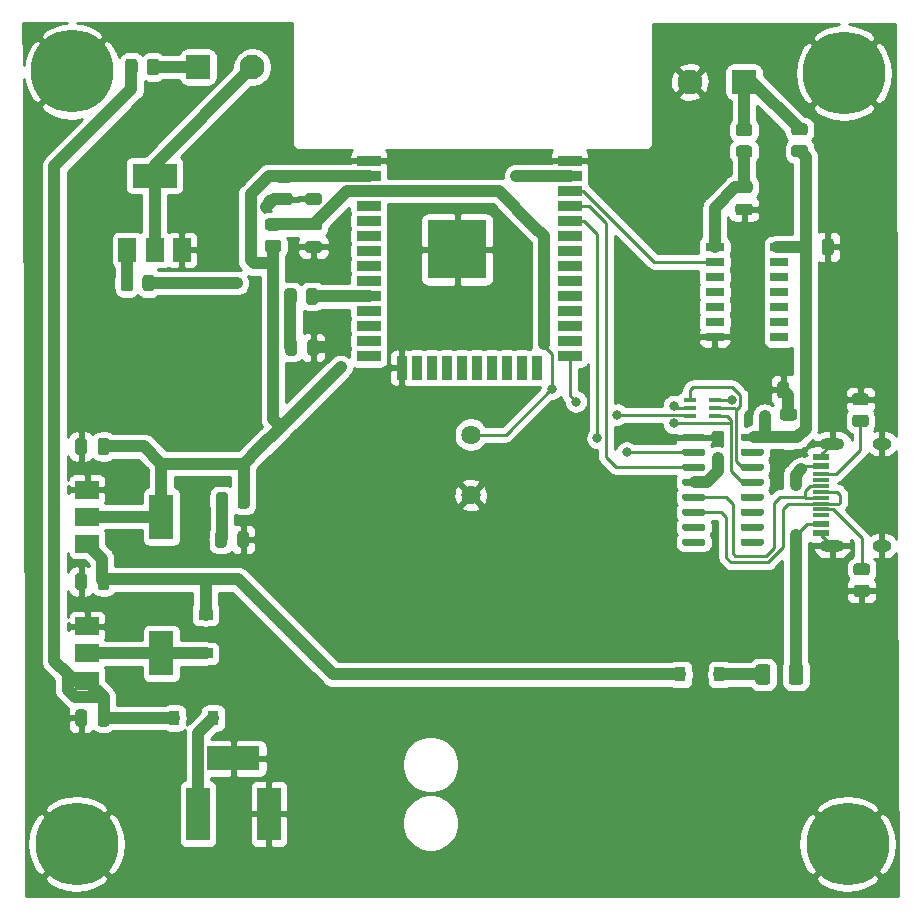
<source format=gbr>
G04 #@! TF.GenerationSoftware,KiCad,Pcbnew,(5.1.8)-1*
G04 #@! TF.CreationDate,2021-05-16T14:51:20+01:00*
G04 #@! TF.ProjectId,jubileev2,6a756269-6c65-4657-9632-2e6b69636164,rev?*
G04 #@! TF.SameCoordinates,Original*
G04 #@! TF.FileFunction,Copper,L1,Top*
G04 #@! TF.FilePolarity,Positive*
%FSLAX46Y46*%
G04 Gerber Fmt 4.6, Leading zero omitted, Abs format (unit mm)*
G04 Created by KiCad (PCBNEW (5.1.8)-1) date 2021-05-16 14:51:20*
%MOMM*%
%LPD*%
G01*
G04 APERTURE LIST*
G04 #@! TA.AperFunction,SMDPad,CuDef*
%ADD10R,1.450000X0.600000*%
G04 #@! TD*
G04 #@! TA.AperFunction,SMDPad,CuDef*
%ADD11R,1.450000X0.300000*%
G04 #@! TD*
G04 #@! TA.AperFunction,ComponentPad*
%ADD12O,2.100000X1.000000*%
G04 #@! TD*
G04 #@! TA.AperFunction,ComponentPad*
%ADD13O,1.600000X1.000000*%
G04 #@! TD*
G04 #@! TA.AperFunction,SMDPad,CuDef*
%ADD14R,1.050000X0.450000*%
G04 #@! TD*
G04 #@! TA.AperFunction,ConnectorPad*
%ADD15C,7.000000*%
G04 #@! TD*
G04 #@! TA.AperFunction,ComponentPad*
%ADD16C,3.900000*%
G04 #@! TD*
G04 #@! TA.AperFunction,SMDPad,CuDef*
%ADD17R,5.000000X5.000000*%
G04 #@! TD*
G04 #@! TA.AperFunction,SMDPad,CuDef*
%ADD18R,2.000000X0.900000*%
G04 #@! TD*
G04 #@! TA.AperFunction,SMDPad,CuDef*
%ADD19R,0.900000X2.000000*%
G04 #@! TD*
G04 #@! TA.AperFunction,SMDPad,CuDef*
%ADD20R,1.550000X0.700000*%
G04 #@! TD*
G04 #@! TA.AperFunction,ComponentPad*
%ADD21C,1.638000*%
G04 #@! TD*
G04 #@! TA.AperFunction,ComponentPad*
%ADD22R,2.000000X4.500000*%
G04 #@! TD*
G04 #@! TA.AperFunction,ComponentPad*
%ADD23R,4.500000X2.000000*%
G04 #@! TD*
G04 #@! TA.AperFunction,SMDPad,CuDef*
%ADD24R,1.200000X0.900000*%
G04 #@! TD*
G04 #@! TA.AperFunction,SMDPad,CuDef*
%ADD25R,0.900000X1.200000*%
G04 #@! TD*
G04 #@! TA.AperFunction,ComponentPad*
%ADD26C,2.100000*%
G04 #@! TD*
G04 #@! TA.AperFunction,SMDPad,CuDef*
%ADD27R,1.500000X2.000000*%
G04 #@! TD*
G04 #@! TA.AperFunction,SMDPad,CuDef*
%ADD28R,3.800000X2.000000*%
G04 #@! TD*
G04 #@! TA.AperFunction,SMDPad,CuDef*
%ADD29R,2.000000X3.800000*%
G04 #@! TD*
G04 #@! TA.AperFunction,SMDPad,CuDef*
%ADD30R,2.000000X1.500000*%
G04 #@! TD*
G04 #@! TA.AperFunction,ViaPad*
%ADD31C,0.800000*%
G04 #@! TD*
G04 #@! TA.AperFunction,Conductor*
%ADD32C,1.000000*%
G04 #@! TD*
G04 #@! TA.AperFunction,Conductor*
%ADD33C,0.250000*%
G04 #@! TD*
G04 #@! TA.AperFunction,Conductor*
%ADD34C,0.254000*%
G04 #@! TD*
G04 #@! TA.AperFunction,Conductor*
%ADD35C,0.100000*%
G04 #@! TD*
G04 APERTURE END LIST*
G04 #@! TO.P,U3,16*
G04 #@! TO.N,+3V3*
G04 #@! TA.AperFunction,SMDPad,CuDef*
G36*
G01*
X101818000Y-89908000D02*
X101818000Y-89608000D01*
G75*
G02*
X101968000Y-89458000I150000J0D01*
G01*
X103618000Y-89458000D01*
G75*
G02*
X103768000Y-89608000I0J-150000D01*
G01*
X103768000Y-89908000D01*
G75*
G02*
X103618000Y-90058000I-150000J0D01*
G01*
X101968000Y-90058000D01*
G75*
G02*
X101818000Y-89908000I0J150000D01*
G01*
G37*
G04 #@! TD.AperFunction*
G04 #@! TO.P,U3,15*
G04 #@! TO.N,N/C*
G04 #@! TA.AperFunction,SMDPad,CuDef*
G36*
G01*
X101818000Y-91178000D02*
X101818000Y-90878000D01*
G75*
G02*
X101968000Y-90728000I150000J0D01*
G01*
X103618000Y-90728000D01*
G75*
G02*
X103768000Y-90878000I0J-150000D01*
G01*
X103768000Y-91178000D01*
G75*
G02*
X103618000Y-91328000I-150000J0D01*
G01*
X101968000Y-91328000D01*
G75*
G02*
X101818000Y-91178000I0J150000D01*
G01*
G37*
G04 #@! TD.AperFunction*
G04 #@! TO.P,U3,14*
G04 #@! TO.N,RTS*
G04 #@! TA.AperFunction,SMDPad,CuDef*
G36*
G01*
X101818000Y-92448000D02*
X101818000Y-92148000D01*
G75*
G02*
X101968000Y-91998000I150000J0D01*
G01*
X103618000Y-91998000D01*
G75*
G02*
X103768000Y-92148000I0J-150000D01*
G01*
X103768000Y-92448000D01*
G75*
G02*
X103618000Y-92598000I-150000J0D01*
G01*
X101968000Y-92598000D01*
G75*
G02*
X101818000Y-92448000I0J150000D01*
G01*
G37*
G04 #@! TD.AperFunction*
G04 #@! TO.P,U3,13*
G04 #@! TO.N,DTR*
G04 #@! TA.AperFunction,SMDPad,CuDef*
G36*
G01*
X101818000Y-93718000D02*
X101818000Y-93418000D01*
G75*
G02*
X101968000Y-93268000I150000J0D01*
G01*
X103618000Y-93268000D01*
G75*
G02*
X103768000Y-93418000I0J-150000D01*
G01*
X103768000Y-93718000D01*
G75*
G02*
X103618000Y-93868000I-150000J0D01*
G01*
X101968000Y-93868000D01*
G75*
G02*
X101818000Y-93718000I0J150000D01*
G01*
G37*
G04 #@! TD.AperFunction*
G04 #@! TO.P,U3,12*
G04 #@! TO.N,N/C*
G04 #@! TA.AperFunction,SMDPad,CuDef*
G36*
G01*
X101818000Y-94988000D02*
X101818000Y-94688000D01*
G75*
G02*
X101968000Y-94538000I150000J0D01*
G01*
X103618000Y-94538000D01*
G75*
G02*
X103768000Y-94688000I0J-150000D01*
G01*
X103768000Y-94988000D01*
G75*
G02*
X103618000Y-95138000I-150000J0D01*
G01*
X101968000Y-95138000D01*
G75*
G02*
X101818000Y-94988000I0J150000D01*
G01*
G37*
G04 #@! TD.AperFunction*
G04 #@! TO.P,U3,11*
G04 #@! TA.AperFunction,SMDPad,CuDef*
G36*
G01*
X101818000Y-96258000D02*
X101818000Y-95958000D01*
G75*
G02*
X101968000Y-95808000I150000J0D01*
G01*
X103618000Y-95808000D01*
G75*
G02*
X103768000Y-95958000I0J-150000D01*
G01*
X103768000Y-96258000D01*
G75*
G02*
X103618000Y-96408000I-150000J0D01*
G01*
X101968000Y-96408000D01*
G75*
G02*
X101818000Y-96258000I0J150000D01*
G01*
G37*
G04 #@! TD.AperFunction*
G04 #@! TO.P,U3,10*
G04 #@! TA.AperFunction,SMDPad,CuDef*
G36*
G01*
X101818000Y-97528000D02*
X101818000Y-97228000D01*
G75*
G02*
X101968000Y-97078000I150000J0D01*
G01*
X103618000Y-97078000D01*
G75*
G02*
X103768000Y-97228000I0J-150000D01*
G01*
X103768000Y-97528000D01*
G75*
G02*
X103618000Y-97678000I-150000J0D01*
G01*
X101968000Y-97678000D01*
G75*
G02*
X101818000Y-97528000I0J150000D01*
G01*
G37*
G04 #@! TD.AperFunction*
G04 #@! TO.P,U3,9*
G04 #@! TA.AperFunction,SMDPad,CuDef*
G36*
G01*
X101818000Y-98798000D02*
X101818000Y-98498000D01*
G75*
G02*
X101968000Y-98348000I150000J0D01*
G01*
X103618000Y-98348000D01*
G75*
G02*
X103768000Y-98498000I0J-150000D01*
G01*
X103768000Y-98798000D01*
G75*
G02*
X103618000Y-98948000I-150000J0D01*
G01*
X101968000Y-98948000D01*
G75*
G02*
X101818000Y-98798000I0J150000D01*
G01*
G37*
G04 #@! TD.AperFunction*
G04 #@! TO.P,U3,8*
G04 #@! TA.AperFunction,SMDPad,CuDef*
G36*
G01*
X96868000Y-98798000D02*
X96868000Y-98498000D01*
G75*
G02*
X97018000Y-98348000I150000J0D01*
G01*
X98668000Y-98348000D01*
G75*
G02*
X98818000Y-98498000I0J-150000D01*
G01*
X98818000Y-98798000D01*
G75*
G02*
X98668000Y-98948000I-150000J0D01*
G01*
X97018000Y-98948000D01*
G75*
G02*
X96868000Y-98798000I0J150000D01*
G01*
G37*
G04 #@! TD.AperFunction*
G04 #@! TO.P,U3,7*
G04 #@! TA.AperFunction,SMDPad,CuDef*
G36*
G01*
X96868000Y-97528000D02*
X96868000Y-97228000D01*
G75*
G02*
X97018000Y-97078000I150000J0D01*
G01*
X98668000Y-97078000D01*
G75*
G02*
X98818000Y-97228000I0J-150000D01*
G01*
X98818000Y-97528000D01*
G75*
G02*
X98668000Y-97678000I-150000J0D01*
G01*
X97018000Y-97678000D01*
G75*
G02*
X96868000Y-97528000I0J150000D01*
G01*
G37*
G04 #@! TD.AperFunction*
G04 #@! TO.P,U3,6*
G04 #@! TO.N,Net-(U3-Pad6)*
G04 #@! TA.AperFunction,SMDPad,CuDef*
G36*
G01*
X96868000Y-96258000D02*
X96868000Y-95958000D01*
G75*
G02*
X97018000Y-95808000I150000J0D01*
G01*
X98668000Y-95808000D01*
G75*
G02*
X98818000Y-95958000I0J-150000D01*
G01*
X98818000Y-96258000D01*
G75*
G02*
X98668000Y-96408000I-150000J0D01*
G01*
X97018000Y-96408000D01*
G75*
G02*
X96868000Y-96258000I0J150000D01*
G01*
G37*
G04 #@! TD.AperFunction*
G04 #@! TO.P,U3,5*
G04 #@! TO.N,Net-(U3-Pad5)*
G04 #@! TA.AperFunction,SMDPad,CuDef*
G36*
G01*
X96868000Y-94988000D02*
X96868000Y-94688000D01*
G75*
G02*
X97018000Y-94538000I150000J0D01*
G01*
X98668000Y-94538000D01*
G75*
G02*
X98818000Y-94688000I0J-150000D01*
G01*
X98818000Y-94988000D01*
G75*
G02*
X98668000Y-95138000I-150000J0D01*
G01*
X97018000Y-95138000D01*
G75*
G02*
X96868000Y-94988000I0J150000D01*
G01*
G37*
G04 #@! TD.AperFunction*
G04 #@! TO.P,U3,4*
G04 #@! TO.N,+3V3*
G04 #@! TA.AperFunction,SMDPad,CuDef*
G36*
G01*
X96868000Y-93718000D02*
X96868000Y-93418000D01*
G75*
G02*
X97018000Y-93268000I150000J0D01*
G01*
X98668000Y-93268000D01*
G75*
G02*
X98818000Y-93418000I0J-150000D01*
G01*
X98818000Y-93718000D01*
G75*
G02*
X98668000Y-93868000I-150000J0D01*
G01*
X97018000Y-93868000D01*
G75*
G02*
X96868000Y-93718000I0J150000D01*
G01*
G37*
G04 #@! TD.AperFunction*
G04 #@! TO.P,U3,3*
G04 #@! TO.N,ESP_TXD*
G04 #@! TA.AperFunction,SMDPad,CuDef*
G36*
G01*
X96868000Y-92448000D02*
X96868000Y-92148000D01*
G75*
G02*
X97018000Y-91998000I150000J0D01*
G01*
X98668000Y-91998000D01*
G75*
G02*
X98818000Y-92148000I0J-150000D01*
G01*
X98818000Y-92448000D01*
G75*
G02*
X98668000Y-92598000I-150000J0D01*
G01*
X97018000Y-92598000D01*
G75*
G02*
X96868000Y-92448000I0J150000D01*
G01*
G37*
G04 #@! TD.AperFunction*
G04 #@! TO.P,U3,2*
G04 #@! TO.N,ESP_RXD*
G04 #@! TA.AperFunction,SMDPad,CuDef*
G36*
G01*
X96868000Y-91178000D02*
X96868000Y-90878000D01*
G75*
G02*
X97018000Y-90728000I150000J0D01*
G01*
X98668000Y-90728000D01*
G75*
G02*
X98818000Y-90878000I0J-150000D01*
G01*
X98818000Y-91178000D01*
G75*
G02*
X98668000Y-91328000I-150000J0D01*
G01*
X97018000Y-91328000D01*
G75*
G02*
X96868000Y-91178000I0J150000D01*
G01*
G37*
G04 #@! TD.AperFunction*
G04 #@! TO.P,U3,1*
G04 #@! TO.N,GND*
G04 #@! TA.AperFunction,SMDPad,CuDef*
G36*
G01*
X96868000Y-89908000D02*
X96868000Y-89608000D01*
G75*
G02*
X97018000Y-89458000I150000J0D01*
G01*
X98668000Y-89458000D01*
G75*
G02*
X98818000Y-89608000I0J-150000D01*
G01*
X98818000Y-89908000D01*
G75*
G02*
X98668000Y-90058000I-150000J0D01*
G01*
X97018000Y-90058000D01*
G75*
G02*
X96868000Y-89908000I0J150000D01*
G01*
G37*
G04 #@! TD.AperFunction*
G04 #@! TD*
G04 #@! TO.P,C11,2*
G04 #@! TO.N,GND*
G04 #@! TA.AperFunction,SMDPad,CuDef*
G36*
G01*
X105918000Y-85278000D02*
X105918000Y-86228000D01*
G75*
G02*
X105668000Y-86478000I-250000J0D01*
G01*
X105168000Y-86478000D01*
G75*
G02*
X104918000Y-86228000I0J250000D01*
G01*
X104918000Y-85278000D01*
G75*
G02*
X105168000Y-85028000I250000J0D01*
G01*
X105668000Y-85028000D01*
G75*
G02*
X105918000Y-85278000I0J-250000D01*
G01*
G37*
G04 #@! TD.AperFunction*
G04 #@! TO.P,C11,1*
G04 #@! TO.N,+3V3*
G04 #@! TA.AperFunction,SMDPad,CuDef*
G36*
G01*
X107818000Y-85278000D02*
X107818000Y-86228000D01*
G75*
G02*
X107568000Y-86478000I-250000J0D01*
G01*
X107068000Y-86478000D01*
G75*
G02*
X106818000Y-86228000I0J250000D01*
G01*
X106818000Y-85278000D01*
G75*
G02*
X107068000Y-85028000I250000J0D01*
G01*
X107568000Y-85028000D01*
G75*
G02*
X107818000Y-85278000I0J-250000D01*
G01*
G37*
G04 #@! TD.AperFunction*
G04 #@! TD*
D10*
G04 #@! TO.P,USB1,12*
G04 #@! TO.N,GND*
X108653000Y-91408000D03*
G04 #@! TO.P,USB1,1*
X108653000Y-97858000D03*
G04 #@! TO.P,USB1,11*
G04 #@! TO.N,Net-(F1-Pad2)*
X108653000Y-92183000D03*
G04 #@! TO.P,USB1,2*
X108653000Y-97083000D03*
D11*
G04 #@! TO.P,USB1,3*
G04 #@! TO.N,N/C*
X108653000Y-96383000D03*
G04 #@! TO.P,USB1,10*
G04 #@! TO.N,Net-(R4-Pad2)*
X108653000Y-92883000D03*
G04 #@! TO.P,USB1,4*
G04 #@! TO.N,Net-(R3-Pad2)*
X108653000Y-95883000D03*
G04 #@! TO.P,USB1,9*
G04 #@! TO.N,N/C*
X108653000Y-93383000D03*
G04 #@! TO.P,USB1,5*
G04 #@! TO.N,Net-(U3-Pad6)*
X108653000Y-95383000D03*
G04 #@! TO.P,USB1,8*
G04 #@! TO.N,Net-(U3-Pad5)*
X108653000Y-93883000D03*
G04 #@! TO.P,USB1,7*
G04 #@! TO.N,Net-(U3-Pad6)*
X108653000Y-94383000D03*
G04 #@! TO.P,USB1,6*
G04 #@! TO.N,Net-(U3-Pad5)*
X108653000Y-94883000D03*
D12*
G04 #@! TO.P,USB1,13*
G04 #@! TO.N,GND*
X109568000Y-98953000D03*
X109568000Y-90313000D03*
D13*
X113748000Y-98953000D03*
X113748000Y-90313000D03*
G04 #@! TD*
G04 #@! TO.P,R4,2*
G04 #@! TO.N,Net-(R4-Pad2)*
G04 #@! TA.AperFunction,SMDPad,CuDef*
G36*
G01*
X111517998Y-87865500D02*
X112418002Y-87865500D01*
G75*
G02*
X112668000Y-88115498I0J-249998D01*
G01*
X112668000Y-88640502D01*
G75*
G02*
X112418002Y-88890500I-249998J0D01*
G01*
X111517998Y-88890500D01*
G75*
G02*
X111268000Y-88640502I0J249998D01*
G01*
X111268000Y-88115498D01*
G75*
G02*
X111517998Y-87865500I249998J0D01*
G01*
G37*
G04 #@! TD.AperFunction*
G04 #@! TO.P,R4,1*
G04 #@! TO.N,GND*
G04 #@! TA.AperFunction,SMDPad,CuDef*
G36*
G01*
X111517998Y-86040500D02*
X112418002Y-86040500D01*
G75*
G02*
X112668000Y-86290498I0J-249998D01*
G01*
X112668000Y-86815502D01*
G75*
G02*
X112418002Y-87065500I-249998J0D01*
G01*
X111517998Y-87065500D01*
G75*
G02*
X111268000Y-86815502I0J249998D01*
G01*
X111268000Y-86290498D01*
G75*
G02*
X111517998Y-86040500I249998J0D01*
G01*
G37*
G04 #@! TD.AperFunction*
G04 #@! TD*
G04 #@! TO.P,R3,2*
G04 #@! TO.N,Net-(R3-Pad2)*
G04 #@! TA.AperFunction,SMDPad,CuDef*
G36*
G01*
X112518002Y-101465500D02*
X111617998Y-101465500D01*
G75*
G02*
X111368000Y-101215502I0J249998D01*
G01*
X111368000Y-100690498D01*
G75*
G02*
X111617998Y-100440500I249998J0D01*
G01*
X112518002Y-100440500D01*
G75*
G02*
X112768000Y-100690498I0J-249998D01*
G01*
X112768000Y-101215502D01*
G75*
G02*
X112518002Y-101465500I-249998J0D01*
G01*
G37*
G04 #@! TD.AperFunction*
G04 #@! TO.P,R3,1*
G04 #@! TO.N,GND*
G04 #@! TA.AperFunction,SMDPad,CuDef*
G36*
G01*
X112518002Y-103290500D02*
X111617998Y-103290500D01*
G75*
G02*
X111368000Y-103040502I0J249998D01*
G01*
X111368000Y-102515498D01*
G75*
G02*
X111617998Y-102265500I249998J0D01*
G01*
X112518002Y-102265500D01*
G75*
G02*
X112768000Y-102515498I0J-249998D01*
G01*
X112768000Y-103040502D01*
G75*
G02*
X112518002Y-103290500I-249998J0D01*
G01*
G37*
G04 #@! TD.AperFunction*
G04 #@! TD*
D14*
G04 #@! TO.P,Q1,6*
G04 #@! TO.N,EN*
X99668000Y-86653000D03*
G04 #@! TO.P,Q1,5*
G04 #@! TO.N,RTS*
X99668000Y-87303000D03*
G04 #@! TO.P,Q1,4*
G04 #@! TO.N,DTR*
X99668000Y-87953000D03*
G04 #@! TO.P,Q1,3*
G04 #@! TO.N,IO0*
X97568000Y-87953000D03*
G04 #@! TO.P,Q1,2*
G04 #@! TO.N,DTR*
X97568000Y-87303000D03*
G04 #@! TO.P,Q1,1*
G04 #@! TO.N,RTS*
X97568000Y-86653000D03*
G04 #@! TD*
G04 #@! TO.P,C10,2*
G04 #@! TO.N,+3V3*
G04 #@! TA.AperFunction,SMDPad,CuDef*
G36*
G01*
X105393000Y-89253000D02*
X106343000Y-89253000D01*
G75*
G02*
X106593000Y-89503000I0J-250000D01*
G01*
X106593000Y-90003000D01*
G75*
G02*
X106343000Y-90253000I-250000J0D01*
G01*
X105393000Y-90253000D01*
G75*
G02*
X105143000Y-90003000I0J250000D01*
G01*
X105143000Y-89503000D01*
G75*
G02*
X105393000Y-89253000I250000J0D01*
G01*
G37*
G04 #@! TD.AperFunction*
G04 #@! TO.P,C10,1*
G04 #@! TO.N,GND*
G04 #@! TA.AperFunction,SMDPad,CuDef*
G36*
G01*
X105393000Y-87353000D02*
X106343000Y-87353000D01*
G75*
G02*
X106593000Y-87603000I0J-250000D01*
G01*
X106593000Y-88103000D01*
G75*
G02*
X106343000Y-88353000I-250000J0D01*
G01*
X105393000Y-88353000D01*
G75*
G02*
X105143000Y-88103000I0J250000D01*
G01*
X105143000Y-87603000D01*
G75*
G02*
X105393000Y-87353000I250000J0D01*
G01*
G37*
G04 #@! TD.AperFunction*
G04 #@! TD*
G04 #@! TO.P,C4,2*
G04 #@! TO.N,+3V3*
G04 #@! TA.AperFunction,SMDPad,CuDef*
G36*
G01*
X63643000Y-68203000D02*
X62693000Y-68203000D01*
G75*
G02*
X62443000Y-67953000I0J250000D01*
G01*
X62443000Y-67453000D01*
G75*
G02*
X62693000Y-67203000I250000J0D01*
G01*
X63643000Y-67203000D01*
G75*
G02*
X63893000Y-67453000I0J-250000D01*
G01*
X63893000Y-67953000D01*
G75*
G02*
X63643000Y-68203000I-250000J0D01*
G01*
G37*
G04 #@! TD.AperFunction*
G04 #@! TO.P,C4,1*
G04 #@! TO.N,GND*
G04 #@! TA.AperFunction,SMDPad,CuDef*
G36*
G01*
X63643000Y-70103000D02*
X62693000Y-70103000D01*
G75*
G02*
X62443000Y-69853000I0J250000D01*
G01*
X62443000Y-69353000D01*
G75*
G02*
X62693000Y-69103000I250000J0D01*
G01*
X63643000Y-69103000D01*
G75*
G02*
X63893000Y-69353000I0J-250000D01*
G01*
X63893000Y-69853000D01*
G75*
G02*
X63643000Y-70103000I-250000J0D01*
G01*
G37*
G04 #@! TD.AperFunction*
G04 #@! TD*
D15*
G04 #@! TO.P,H4,1*
G04 #@! TO.N,GND*
X45593000Y-124206000D03*
D16*
X45593000Y-124206000D03*
G04 #@! TD*
D15*
G04 #@! TO.P,H3,1*
G04 #@! TO.N,GND*
X110568000Y-58928000D03*
D16*
X110568000Y-58928000D03*
G04 #@! TD*
D15*
G04 #@! TO.P,H2,1*
G04 #@! TO.N,GND*
X110871000Y-124206000D03*
D16*
X110871000Y-124206000D03*
G04 #@! TD*
D15*
G04 #@! TO.P,H1,1*
G04 #@! TO.N,GND*
X45212000Y-58801000D03*
D16*
X45212000Y-58801000D03*
G04 #@! TD*
G04 #@! TO.P,C6,2*
G04 #@! TO.N,+3V3*
G04 #@! TA.AperFunction,SMDPad,CuDef*
G36*
G01*
X107815000Y-73185000D02*
X107815000Y-74135000D01*
G75*
G02*
X107565000Y-74385000I-250000J0D01*
G01*
X107065000Y-74385000D01*
G75*
G02*
X106815000Y-74135000I0J250000D01*
G01*
X106815000Y-73185000D01*
G75*
G02*
X107065000Y-72935000I250000J0D01*
G01*
X107565000Y-72935000D01*
G75*
G02*
X107815000Y-73185000I0J-250000D01*
G01*
G37*
G04 #@! TD.AperFunction*
G04 #@! TO.P,C6,1*
G04 #@! TO.N,GND*
G04 #@! TA.AperFunction,SMDPad,CuDef*
G36*
G01*
X109715000Y-73185000D02*
X109715000Y-74135000D01*
G75*
G02*
X109465000Y-74385000I-250000J0D01*
G01*
X108965000Y-74385000D01*
G75*
G02*
X108715000Y-74135000I0J250000D01*
G01*
X108715000Y-73185000D01*
G75*
G02*
X108965000Y-72935000I250000J0D01*
G01*
X109465000Y-72935000D01*
G75*
G02*
X109715000Y-73185000I0J-250000D01*
G01*
G37*
G04 #@! TD.AperFunction*
G04 #@! TD*
D17*
G04 #@! TO.P,ANT1,39*
G04 #@! TO.N,GND*
X77836000Y-73872000D03*
D18*
G04 #@! TO.P,ANT1,38*
X87336000Y-66372000D03*
G04 #@! TO.P,ANT1,37*
G04 #@! TO.N,LED_RING*
X87336000Y-67642000D03*
G04 #@! TO.P,ANT1,36*
G04 #@! TO.N,BUTTON*
X87336000Y-68912000D03*
G04 #@! TO.P,ANT1,35*
G04 #@! TO.N,ESP_TXD*
X87336000Y-70182000D03*
G04 #@! TO.P,ANT1,34*
G04 #@! TO.N,ESP_RXD*
X87336000Y-71452000D03*
G04 #@! TO.P,ANT1,33*
G04 #@! TO.N,N/C*
X87336000Y-72722000D03*
G04 #@! TO.P,ANT1,32*
X87336000Y-73992000D03*
G04 #@! TO.P,ANT1,31*
X87336000Y-75262000D03*
G04 #@! TO.P,ANT1,30*
X87336000Y-76532000D03*
G04 #@! TO.P,ANT1,29*
X87336000Y-77802000D03*
G04 #@! TO.P,ANT1,28*
X87336000Y-79072000D03*
G04 #@! TO.P,ANT1,27*
X87336000Y-80342000D03*
G04 #@! TO.P,ANT1,26*
X87336000Y-81612000D03*
G04 #@! TO.P,ANT1,25*
G04 #@! TO.N,IO0*
X87336000Y-82882000D03*
D19*
G04 #@! TO.P,ANT1,24*
G04 #@! TO.N,N/C*
X84551000Y-83882000D03*
G04 #@! TO.P,ANT1,23*
X83281000Y-83882000D03*
G04 #@! TO.P,ANT1,22*
X82011000Y-83882000D03*
G04 #@! TO.P,ANT1,21*
X80741000Y-83882000D03*
G04 #@! TO.P,ANT1,20*
X79471000Y-83882000D03*
G04 #@! TO.P,ANT1,19*
X78201000Y-83882000D03*
G04 #@! TO.P,ANT1,18*
X76931000Y-83882000D03*
G04 #@! TO.P,ANT1,17*
X75661000Y-83882000D03*
G04 #@! TO.P,ANT1,16*
X74391000Y-83882000D03*
G04 #@! TO.P,ANT1,15*
G04 #@! TO.N,GND*
X73121000Y-83882000D03*
D18*
G04 #@! TO.P,ANT1,14*
G04 #@! TO.N,N/C*
X70336000Y-82882000D03*
G04 #@! TO.P,ANT1,13*
X70336000Y-81612000D03*
G04 #@! TO.P,ANT1,12*
X70336000Y-80342000D03*
G04 #@! TO.P,ANT1,11*
X70336000Y-79072000D03*
G04 #@! TO.P,ANT1,10*
G04 #@! TO.N,ESP_LED*
X70336000Y-77802000D03*
G04 #@! TO.P,ANT1,9*
G04 #@! TO.N,N/C*
X70336000Y-76532000D03*
G04 #@! TO.P,ANT1,8*
X70336000Y-75262000D03*
G04 #@! TO.P,ANT1,7*
X70336000Y-73992000D03*
G04 #@! TO.P,ANT1,6*
X70336000Y-72722000D03*
G04 #@! TO.P,ANT1,5*
X70336000Y-71452000D03*
G04 #@! TO.P,ANT1,4*
X70336000Y-70182000D03*
G04 #@! TO.P,ANT1,3*
G04 #@! TO.N,EN*
X70336000Y-68912000D03*
G04 #@! TO.P,ANT1,2*
G04 #@! TO.N,+3V3*
X70336000Y-67642000D03*
G04 #@! TO.P,ANT1,1*
G04 #@! TO.N,GND*
X70336000Y-66372000D03*
G04 #@! TD*
D20*
G04 #@! TO.P,IC2,14*
G04 #@! TO.N,+3V3*
X105087000Y-73660000D03*
G04 #@! TO.P,IC2,13*
G04 #@! TO.N,N/C*
X105087000Y-74930000D03*
G04 #@! TO.P,IC2,12*
X105087000Y-76200000D03*
G04 #@! TO.P,IC2,11*
X105087000Y-77470000D03*
G04 #@! TO.P,IC2,10*
X105087000Y-78740000D03*
G04 #@! TO.P,IC2,9*
X105087000Y-80010000D03*
G04 #@! TO.P,IC2,8*
X105087000Y-81280000D03*
G04 #@! TO.P,IC2,7*
G04 #@! TO.N,GND*
X99637000Y-81280000D03*
G04 #@! TO.P,IC2,6*
G04 #@! TO.N,N/C*
X99637000Y-80010000D03*
G04 #@! TO.P,IC2,5*
X99637000Y-78740000D03*
G04 #@! TO.P,IC2,4*
X99637000Y-77470000D03*
G04 #@! TO.P,IC2,3*
X99637000Y-76200000D03*
G04 #@! TO.P,IC2,2*
G04 #@! TO.N,BUTTON*
X99637000Y-74930000D03*
G04 #@! TO.P,IC2,1*
G04 #@! TO.N,Net-(C12-Pad1)*
X99637000Y-73660000D03*
G04 #@! TD*
G04 #@! TO.P,R12,2*
G04 #@! TO.N,ESP_LED*
G04 #@! TA.AperFunction,SMDPad,CuDef*
G36*
G01*
X65019500Y-78301002D02*
X65019500Y-77400998D01*
G75*
G02*
X65269498Y-77151000I249998J0D01*
G01*
X65794502Y-77151000D01*
G75*
G02*
X66044500Y-77400998I0J-249998D01*
G01*
X66044500Y-78301002D01*
G75*
G02*
X65794502Y-78551000I-249998J0D01*
G01*
X65269498Y-78551000D01*
G75*
G02*
X65019500Y-78301002I0J249998D01*
G01*
G37*
G04 #@! TD.AperFunction*
G04 #@! TO.P,R12,1*
G04 #@! TO.N,Net-(D4-Pad2)*
G04 #@! TA.AperFunction,SMDPad,CuDef*
G36*
G01*
X63194500Y-78301002D02*
X63194500Y-77400998D01*
G75*
G02*
X63444498Y-77151000I249998J0D01*
G01*
X63969502Y-77151000D01*
G75*
G02*
X64219500Y-77400998I0J-249998D01*
G01*
X64219500Y-78301002D01*
G75*
G02*
X63969502Y-78551000I-249998J0D01*
G01*
X63444498Y-78551000D01*
G75*
G02*
X63194500Y-78301002I0J249998D01*
G01*
G37*
G04 #@! TD.AperFunction*
G04 #@! TD*
G04 #@! TO.P,D4,2*
G04 #@! TO.N,Net-(D4-Pad2)*
G04 #@! TA.AperFunction,SMDPad,CuDef*
G36*
G01*
X64241500Y-81712750D02*
X64241500Y-82625250D01*
G75*
G02*
X63997750Y-82869000I-243750J0D01*
G01*
X63510250Y-82869000D01*
G75*
G02*
X63266500Y-82625250I0J243750D01*
G01*
X63266500Y-81712750D01*
G75*
G02*
X63510250Y-81469000I243750J0D01*
G01*
X63997750Y-81469000D01*
G75*
G02*
X64241500Y-81712750I0J-243750D01*
G01*
G37*
G04 #@! TD.AperFunction*
G04 #@! TO.P,D4,1*
G04 #@! TO.N,GND*
G04 #@! TA.AperFunction,SMDPad,CuDef*
G36*
G01*
X66116500Y-81712750D02*
X66116500Y-82625250D01*
G75*
G02*
X65872750Y-82869000I-243750J0D01*
G01*
X65385250Y-82869000D01*
G75*
G02*
X65141500Y-82625250I0J243750D01*
G01*
X65141500Y-81712750D01*
G75*
G02*
X65385250Y-81469000I243750J0D01*
G01*
X65872750Y-81469000D01*
G75*
G02*
X66116500Y-81712750I0J-243750D01*
G01*
G37*
G04 #@! TD.AperFunction*
G04 #@! TD*
D21*
G04 #@! TO.P,S2,2*
G04 #@! TO.N,EN*
X78968000Y-89548000D03*
G04 #@! TO.P,S2,1*
G04 #@! TO.N,GND*
X78968000Y-94653000D03*
G04 #@! TD*
D22*
G04 #@! TO.P,J1,2*
G04 #@! TO.N,GND*
X61880000Y-121666000D03*
G04 #@! TO.P,J1,1*
G04 #@! TO.N,Net-(D2-Pad2)*
X55880000Y-121666000D03*
D23*
G04 #@! TO.P,J1,3*
G04 #@! TO.N,GND*
X58880000Y-116966000D03*
G04 #@! TD*
G04 #@! TO.P,C3,2*
G04 #@! TO.N,GND*
G04 #@! TA.AperFunction,SMDPad,CuDef*
G36*
G01*
X46479000Y-90076000D02*
X46479000Y-91026000D01*
G75*
G02*
X46229000Y-91276000I-250000J0D01*
G01*
X45729000Y-91276000D01*
G75*
G02*
X45479000Y-91026000I0J250000D01*
G01*
X45479000Y-90076000D01*
G75*
G02*
X45729000Y-89826000I250000J0D01*
G01*
X46229000Y-89826000D01*
G75*
G02*
X46479000Y-90076000I0J-250000D01*
G01*
G37*
G04 #@! TD.AperFunction*
G04 #@! TO.P,C3,1*
G04 #@! TO.N,+3V3*
G04 #@! TA.AperFunction,SMDPad,CuDef*
G36*
G01*
X48379000Y-90076000D02*
X48379000Y-91026000D01*
G75*
G02*
X48129000Y-91276000I-250000J0D01*
G01*
X47629000Y-91276000D01*
G75*
G02*
X47379000Y-91026000I0J250000D01*
G01*
X47379000Y-90076000D01*
G75*
G02*
X47629000Y-89826000I250000J0D01*
G01*
X48129000Y-89826000D01*
G75*
G02*
X48379000Y-90076000I0J-250000D01*
G01*
G37*
G04 #@! TD.AperFunction*
G04 #@! TD*
G04 #@! TO.P,R2,2*
G04 #@! TO.N,EN*
G04 #@! TA.AperFunction,SMDPad,CuDef*
G36*
G01*
X62680002Y-72267500D02*
X61779998Y-72267500D01*
G75*
G02*
X61530000Y-72017502I0J249998D01*
G01*
X61530000Y-71492498D01*
G75*
G02*
X61779998Y-71242500I249998J0D01*
G01*
X62680002Y-71242500D01*
G75*
G02*
X62930000Y-71492498I0J-249998D01*
G01*
X62930000Y-72017502D01*
G75*
G02*
X62680002Y-72267500I-249998J0D01*
G01*
G37*
G04 #@! TD.AperFunction*
G04 #@! TO.P,R2,1*
G04 #@! TO.N,+3V3*
G04 #@! TA.AperFunction,SMDPad,CuDef*
G36*
G01*
X62680002Y-74092500D02*
X61779998Y-74092500D01*
G75*
G02*
X61530000Y-73842502I0J249998D01*
G01*
X61530000Y-73317498D01*
G75*
G02*
X61779998Y-73067500I249998J0D01*
G01*
X62680002Y-73067500D01*
G75*
G02*
X62930000Y-73317498I0J-249998D01*
G01*
X62930000Y-73842502D01*
G75*
G02*
X62680002Y-74092500I-249998J0D01*
G01*
G37*
G04 #@! TD.AperFunction*
G04 #@! TD*
G04 #@! TO.P,C8,2*
G04 #@! TO.N,GND*
G04 #@! TA.AperFunction,SMDPad,CuDef*
G36*
G01*
X65184000Y-73155000D02*
X66134000Y-73155000D01*
G75*
G02*
X66384000Y-73405000I0J-250000D01*
G01*
X66384000Y-73905000D01*
G75*
G02*
X66134000Y-74155000I-250000J0D01*
G01*
X65184000Y-74155000D01*
G75*
G02*
X64934000Y-73905000I0J250000D01*
G01*
X64934000Y-73405000D01*
G75*
G02*
X65184000Y-73155000I250000J0D01*
G01*
G37*
G04 #@! TD.AperFunction*
G04 #@! TO.P,C8,1*
G04 #@! TO.N,EN*
G04 #@! TA.AperFunction,SMDPad,CuDef*
G36*
G01*
X65184000Y-71255000D02*
X66134000Y-71255000D01*
G75*
G02*
X66384000Y-71505000I0J-250000D01*
G01*
X66384000Y-72005000D01*
G75*
G02*
X66134000Y-72255000I-250000J0D01*
G01*
X65184000Y-72255000D01*
G75*
G02*
X64934000Y-72005000I0J250000D01*
G01*
X64934000Y-71505000D01*
G75*
G02*
X65184000Y-71255000I250000J0D01*
G01*
G37*
G04 #@! TD.AperFunction*
G04 #@! TD*
G04 #@! TO.P,C2,2*
G04 #@! TO.N,GND*
G04 #@! TA.AperFunction,SMDPad,CuDef*
G36*
G01*
X46479000Y-113063000D02*
X46479000Y-114013000D01*
G75*
G02*
X46229000Y-114263000I-250000J0D01*
G01*
X45729000Y-114263000D01*
G75*
G02*
X45479000Y-114013000I0J250000D01*
G01*
X45479000Y-113063000D01*
G75*
G02*
X45729000Y-112813000I250000J0D01*
G01*
X46229000Y-112813000D01*
G75*
G02*
X46479000Y-113063000I0J-250000D01*
G01*
G37*
G04 #@! TD.AperFunction*
G04 #@! TO.P,C2,1*
G04 #@! TO.N,+9V*
G04 #@! TA.AperFunction,SMDPad,CuDef*
G36*
G01*
X48379000Y-113063000D02*
X48379000Y-114013000D01*
G75*
G02*
X48129000Y-114263000I-250000J0D01*
G01*
X47629000Y-114263000D01*
G75*
G02*
X47379000Y-114013000I0J250000D01*
G01*
X47379000Y-113063000D01*
G75*
G02*
X47629000Y-112813000I250000J0D01*
G01*
X48129000Y-112813000D01*
G75*
G02*
X48379000Y-113063000I0J-250000D01*
G01*
G37*
G04 #@! TD.AperFunction*
G04 #@! TD*
G04 #@! TO.P,C1,2*
G04 #@! TO.N,GND*
G04 #@! TA.AperFunction,SMDPad,CuDef*
G36*
G01*
X46479000Y-101506000D02*
X46479000Y-102456000D01*
G75*
G02*
X46229000Y-102706000I-250000J0D01*
G01*
X45729000Y-102706000D01*
G75*
G02*
X45479000Y-102456000I0J250000D01*
G01*
X45479000Y-101506000D01*
G75*
G02*
X45729000Y-101256000I250000J0D01*
G01*
X46229000Y-101256000D01*
G75*
G02*
X46479000Y-101506000I0J-250000D01*
G01*
G37*
G04 #@! TD.AperFunction*
G04 #@! TO.P,C1,1*
G04 #@! TO.N,+5V*
G04 #@! TA.AperFunction,SMDPad,CuDef*
G36*
G01*
X48379000Y-101506000D02*
X48379000Y-102456000D01*
G75*
G02*
X48129000Y-102706000I-250000J0D01*
G01*
X47629000Y-102706000D01*
G75*
G02*
X47379000Y-102456000I0J250000D01*
G01*
X47379000Y-101506000D01*
G75*
G02*
X47629000Y-101256000I250000J0D01*
G01*
X48129000Y-101256000D01*
G75*
G02*
X48379000Y-101506000I0J-250000D01*
G01*
G37*
G04 #@! TD.AperFunction*
G04 #@! TD*
G04 #@! TO.P,F1,2*
G04 #@! TO.N,Net-(F1-Pad2)*
G04 #@! TA.AperFunction,SMDPad,CuDef*
G36*
G01*
X105877000Y-110480000D02*
X105877000Y-109230000D01*
G75*
G02*
X106127000Y-108980000I250000J0D01*
G01*
X106877000Y-108980000D01*
G75*
G02*
X107127000Y-109230000I0J-250000D01*
G01*
X107127000Y-110480000D01*
G75*
G02*
X106877000Y-110730000I-250000J0D01*
G01*
X106127000Y-110730000D01*
G75*
G02*
X105877000Y-110480000I0J250000D01*
G01*
G37*
G04 #@! TD.AperFunction*
G04 #@! TO.P,F1,1*
G04 #@! TO.N,Net-(D3-Pad2)*
G04 #@! TA.AperFunction,SMDPad,CuDef*
G36*
G01*
X103077000Y-110480000D02*
X103077000Y-109230000D01*
G75*
G02*
X103327000Y-108980000I250000J0D01*
G01*
X104077000Y-108980000D01*
G75*
G02*
X104327000Y-109230000I0J-250000D01*
G01*
X104327000Y-110480000D01*
G75*
G02*
X104077000Y-110730000I-250000J0D01*
G01*
X103327000Y-110730000D01*
G75*
G02*
X103077000Y-110480000I0J250000D01*
G01*
G37*
G04 #@! TD.AperFunction*
G04 #@! TD*
D24*
G04 #@! TO.P,D5,2*
G04 #@! TO.N,Net-(D5-Pad2)*
X56515000Y-108077000D03*
G04 #@! TO.P,D5,1*
G04 #@! TO.N,+5V*
X56515000Y-104777000D03*
G04 #@! TD*
D25*
G04 #@! TO.P,D3,2*
G04 #@! TO.N,Net-(D3-Pad2)*
X100025000Y-109855000D03*
G04 #@! TO.P,D3,1*
G04 #@! TO.N,+5V*
X96725000Y-109855000D03*
G04 #@! TD*
G04 #@! TO.P,D2,2*
G04 #@! TO.N,Net-(D2-Pad2)*
X57149000Y-113538000D03*
G04 #@! TO.P,D2,1*
G04 #@! TO.N,+9V*
X53849000Y-113538000D03*
G04 #@! TD*
G04 #@! TO.P,C5,2*
G04 #@! TO.N,GND*
G04 #@! TA.AperFunction,SMDPad,CuDef*
G36*
G01*
X65184000Y-69091000D02*
X66134000Y-69091000D01*
G75*
G02*
X66384000Y-69341000I0J-250000D01*
G01*
X66384000Y-69841000D01*
G75*
G02*
X66134000Y-70091000I-250000J0D01*
G01*
X65184000Y-70091000D01*
G75*
G02*
X64934000Y-69841000I0J250000D01*
G01*
X64934000Y-69341000D01*
G75*
G02*
X65184000Y-69091000I250000J0D01*
G01*
G37*
G04 #@! TD.AperFunction*
G04 #@! TO.P,C5,1*
G04 #@! TO.N,+3V3*
G04 #@! TA.AperFunction,SMDPad,CuDef*
G36*
G01*
X65184000Y-67191000D02*
X66134000Y-67191000D01*
G75*
G02*
X66384000Y-67441000I0J-250000D01*
G01*
X66384000Y-67941000D01*
G75*
G02*
X66134000Y-68191000I-250000J0D01*
G01*
X65184000Y-68191000D01*
G75*
G02*
X64934000Y-67941000I0J250000D01*
G01*
X64934000Y-67441000D01*
G75*
G02*
X65184000Y-67191000I250000J0D01*
G01*
G37*
G04 #@! TD.AperFunction*
G04 #@! TD*
G04 #@! TO.P,C12,1*
G04 #@! TO.N,Net-(C12-Pad1)*
G04 #@! TA.AperFunction,SMDPad,CuDef*
G36*
G01*
X101633000Y-68080000D02*
X102583000Y-68080000D01*
G75*
G02*
X102833000Y-68330000I0J-250000D01*
G01*
X102833000Y-68830000D01*
G75*
G02*
X102583000Y-69080000I-250000J0D01*
G01*
X101633000Y-69080000D01*
G75*
G02*
X101383000Y-68830000I0J250000D01*
G01*
X101383000Y-68330000D01*
G75*
G02*
X101633000Y-68080000I250000J0D01*
G01*
G37*
G04 #@! TD.AperFunction*
G04 #@! TO.P,C12,2*
G04 #@! TO.N,GND*
G04 #@! TA.AperFunction,SMDPad,CuDef*
G36*
G01*
X101633000Y-69980000D02*
X102583000Y-69980000D01*
G75*
G02*
X102833000Y-70230000I0J-250000D01*
G01*
X102833000Y-70730000D01*
G75*
G02*
X102583000Y-70980000I-250000J0D01*
G01*
X101633000Y-70980000D01*
G75*
G02*
X101383000Y-70730000I0J250000D01*
G01*
X101383000Y-70230000D01*
G75*
G02*
X101633000Y-69980000I250000J0D01*
G01*
G37*
G04 #@! TD.AperFunction*
G04 #@! TD*
G04 #@! TO.P,D1,1*
G04 #@! TO.N,GND*
G04 #@! TA.AperFunction,SMDPad,CuDef*
G36*
G01*
X60177500Y-97968750D02*
X60177500Y-98881250D01*
G75*
G02*
X59933750Y-99125000I-243750J0D01*
G01*
X59446250Y-99125000D01*
G75*
G02*
X59202500Y-98881250I0J243750D01*
G01*
X59202500Y-97968750D01*
G75*
G02*
X59446250Y-97725000I243750J0D01*
G01*
X59933750Y-97725000D01*
G75*
G02*
X60177500Y-97968750I0J-243750D01*
G01*
G37*
G04 #@! TD.AperFunction*
G04 #@! TO.P,D1,2*
G04 #@! TO.N,Net-(D1-Pad2)*
G04 #@! TA.AperFunction,SMDPad,CuDef*
G36*
G01*
X58302500Y-97968750D02*
X58302500Y-98881250D01*
G75*
G02*
X58058750Y-99125000I-243750J0D01*
G01*
X57571250Y-99125000D01*
G75*
G02*
X57327500Y-98881250I0J243750D01*
G01*
X57327500Y-97968750D01*
G75*
G02*
X57571250Y-97725000I243750J0D01*
G01*
X58058750Y-97725000D01*
G75*
G02*
X58302500Y-97968750I0J-243750D01*
G01*
G37*
G04 #@! TD.AperFunction*
G04 #@! TD*
D26*
G04 #@! TO.P,J3,2*
G04 #@! TO.N,Net-(J3-Pad2)*
X60480000Y-58420000D03*
G04 #@! TO.P,J3,1*
G04 #@! TO.N,Net-(J3-Pad1)*
G04 #@! TA.AperFunction,ComponentPad*
G36*
G01*
X54830000Y-59220001D02*
X54830000Y-57619999D01*
G75*
G02*
X55079999Y-57370000I249999J0D01*
G01*
X56680001Y-57370000D01*
G75*
G02*
X56930000Y-57619999I0J-249999D01*
G01*
X56930000Y-59220001D01*
G75*
G02*
X56680001Y-59470000I-249999J0D01*
G01*
X55079999Y-59470000D01*
G75*
G02*
X54830000Y-59220001I0J249999D01*
G01*
G37*
G04 #@! TD.AperFunction*
G04 #@! TD*
D27*
G04 #@! TO.P,Q3,1*
G04 #@! TO.N,Net-(Q3-Pad1)*
X49897000Y-73914000D03*
G04 #@! TO.P,Q3,3*
G04 #@! TO.N,GND*
X54497000Y-73914000D03*
G04 #@! TO.P,Q3,2*
G04 #@! TO.N,Net-(J3-Pad2)*
X52197000Y-73914000D03*
D28*
X52197000Y-67614000D03*
G04 #@! TD*
G04 #@! TO.P,R1,1*
G04 #@! TO.N,Net-(D1-Pad2)*
G04 #@! TA.AperFunction,SMDPad,CuDef*
G36*
G01*
X57399500Y-95573002D02*
X57399500Y-94672998D01*
G75*
G02*
X57649498Y-94423000I249998J0D01*
G01*
X58174502Y-94423000D01*
G75*
G02*
X58424500Y-94672998I0J-249998D01*
G01*
X58424500Y-95573002D01*
G75*
G02*
X58174502Y-95823000I-249998J0D01*
G01*
X57649498Y-95823000D01*
G75*
G02*
X57399500Y-95573002I0J249998D01*
G01*
G37*
G04 #@! TD.AperFunction*
G04 #@! TO.P,R1,2*
G04 #@! TO.N,+3V3*
G04 #@! TA.AperFunction,SMDPad,CuDef*
G36*
G01*
X59224500Y-95573002D02*
X59224500Y-94672998D01*
G75*
G02*
X59474498Y-94423000I249998J0D01*
G01*
X59999502Y-94423000D01*
G75*
G02*
X60249500Y-94672998I0J-249998D01*
G01*
X60249500Y-95573002D01*
G75*
G02*
X59999502Y-95823000I-249998J0D01*
G01*
X59474498Y-95823000D01*
G75*
G02*
X59224500Y-95573002I0J249998D01*
G01*
G37*
G04 #@! TD.AperFunction*
G04 #@! TD*
G04 #@! TO.P,R8,2*
G04 #@! TO.N,Net-(R8-Pad2)*
G04 #@! TA.AperFunction,SMDPad,CuDef*
G36*
G01*
X107257002Y-64219500D02*
X106356998Y-64219500D01*
G75*
G02*
X106107000Y-63969502I0J249998D01*
G01*
X106107000Y-63444498D01*
G75*
G02*
X106356998Y-63194500I249998J0D01*
G01*
X107257002Y-63194500D01*
G75*
G02*
X107507000Y-63444498I0J-249998D01*
G01*
X107507000Y-63969502D01*
G75*
G02*
X107257002Y-64219500I-249998J0D01*
G01*
G37*
G04 #@! TD.AperFunction*
G04 #@! TO.P,R8,1*
G04 #@! TO.N,+3V3*
G04 #@! TA.AperFunction,SMDPad,CuDef*
G36*
G01*
X107257002Y-66044500D02*
X106356998Y-66044500D01*
G75*
G02*
X106107000Y-65794502I0J249998D01*
G01*
X106107000Y-65269498D01*
G75*
G02*
X106356998Y-65019500I249998J0D01*
G01*
X107257002Y-65019500D01*
G75*
G02*
X107507000Y-65269498I0J-249998D01*
G01*
X107507000Y-65794502D01*
G75*
G02*
X107257002Y-66044500I-249998J0D01*
G01*
G37*
G04 #@! TD.AperFunction*
G04 #@! TD*
G04 #@! TO.P,R9,1*
G04 #@! TO.N,Net-(C12-Pad1)*
G04 #@! TA.AperFunction,SMDPad,CuDef*
G36*
G01*
X102558002Y-66091500D02*
X101657998Y-66091500D01*
G75*
G02*
X101408000Y-65841502I0J249998D01*
G01*
X101408000Y-65316498D01*
G75*
G02*
X101657998Y-65066500I249998J0D01*
G01*
X102558002Y-65066500D01*
G75*
G02*
X102808000Y-65316498I0J-249998D01*
G01*
X102808000Y-65841502D01*
G75*
G02*
X102558002Y-66091500I-249998J0D01*
G01*
G37*
G04 #@! TD.AperFunction*
G04 #@! TO.P,R9,2*
G04 #@! TO.N,Net-(R8-Pad2)*
G04 #@! TA.AperFunction,SMDPad,CuDef*
G36*
G01*
X102558002Y-64266500D02*
X101657998Y-64266500D01*
G75*
G02*
X101408000Y-64016502I0J249998D01*
G01*
X101408000Y-63491498D01*
G75*
G02*
X101657998Y-63241500I249998J0D01*
G01*
X102558002Y-63241500D01*
G75*
G02*
X102808000Y-63491498I0J-249998D01*
G01*
X102808000Y-64016502D01*
G75*
G02*
X102558002Y-64266500I-249998J0D01*
G01*
G37*
G04 #@! TD.AperFunction*
G04 #@! TD*
G04 #@! TO.P,R10,1*
G04 #@! TO.N,Net-(Q3-Pad1)*
G04 #@! TA.AperFunction,SMDPad,CuDef*
G36*
G01*
X49351500Y-77158002D02*
X49351500Y-76257998D01*
G75*
G02*
X49601498Y-76008000I249998J0D01*
G01*
X50126502Y-76008000D01*
G75*
G02*
X50376500Y-76257998I0J-249998D01*
G01*
X50376500Y-77158002D01*
G75*
G02*
X50126502Y-77408000I-249998J0D01*
G01*
X49601498Y-77408000D01*
G75*
G02*
X49351500Y-77158002I0J249998D01*
G01*
G37*
G04 #@! TD.AperFunction*
G04 #@! TO.P,R10,2*
G04 #@! TO.N,LED_RING*
G04 #@! TA.AperFunction,SMDPad,CuDef*
G36*
G01*
X51176500Y-77158002D02*
X51176500Y-76257998D01*
G75*
G02*
X51426498Y-76008000I249998J0D01*
G01*
X51951502Y-76008000D01*
G75*
G02*
X52201500Y-76257998I0J-249998D01*
G01*
X52201500Y-77158002D01*
G75*
G02*
X51951502Y-77408000I-249998J0D01*
G01*
X51426498Y-77408000D01*
G75*
G02*
X51176500Y-77158002I0J249998D01*
G01*
G37*
G04 #@! TD.AperFunction*
G04 #@! TD*
G04 #@! TO.P,R11,2*
G04 #@! TO.N,Net-(J3-Pad1)*
G04 #@! TA.AperFunction,SMDPad,CuDef*
G36*
G01*
X51557500Y-58870002D02*
X51557500Y-57969998D01*
G75*
G02*
X51807498Y-57720000I249998J0D01*
G01*
X52332502Y-57720000D01*
G75*
G02*
X52582500Y-57969998I0J-249998D01*
G01*
X52582500Y-58870002D01*
G75*
G02*
X52332502Y-59120000I-249998J0D01*
G01*
X51807498Y-59120000D01*
G75*
G02*
X51557500Y-58870002I0J249998D01*
G01*
G37*
G04 #@! TD.AperFunction*
G04 #@! TO.P,R11,1*
G04 #@! TO.N,+9V*
G04 #@! TA.AperFunction,SMDPad,CuDef*
G36*
G01*
X49732500Y-58870002D02*
X49732500Y-57969998D01*
G75*
G02*
X49982498Y-57720000I249998J0D01*
G01*
X50507502Y-57720000D01*
G75*
G02*
X50757500Y-57969998I0J-249998D01*
G01*
X50757500Y-58870002D01*
G75*
G02*
X50507502Y-59120000I-249998J0D01*
G01*
X49982498Y-59120000D01*
G75*
G02*
X49732500Y-58870002I0J249998D01*
G01*
G37*
G04 #@! TD.AperFunction*
G04 #@! TD*
G04 #@! TO.P,SW3,1*
G04 #@! TO.N,Net-(R8-Pad2)*
G04 #@! TA.AperFunction,ComponentPad*
G36*
G01*
X103158000Y-58889999D02*
X103158000Y-60490001D01*
G75*
G02*
X102908001Y-60740000I-249999J0D01*
G01*
X101307999Y-60740000D01*
G75*
G02*
X101058000Y-60490001I0J249999D01*
G01*
X101058000Y-58889999D01*
G75*
G02*
X101307999Y-58640000I249999J0D01*
G01*
X102908001Y-58640000D01*
G75*
G02*
X103158000Y-58889999I0J-249999D01*
G01*
G37*
G04 #@! TD.AperFunction*
D26*
G04 #@! TO.P,SW3,2*
G04 #@! TO.N,GND*
X97508000Y-59690000D03*
G04 #@! TD*
D29*
G04 #@! TO.P,U1,2*
G04 #@! TO.N,+3V3*
X52782000Y-96506000D03*
D30*
X46482000Y-96506000D03*
G04 #@! TO.P,U1,3*
G04 #@! TO.N,+5V*
X46482000Y-98806000D03*
G04 #@! TO.P,U1,1*
G04 #@! TO.N,GND*
X46482000Y-94206000D03*
G04 #@! TD*
D29*
G04 #@! TO.P,U2,2*
G04 #@! TO.N,Net-(D5-Pad2)*
X52782000Y-108077000D03*
D30*
X46482000Y-108077000D03*
G04 #@! TO.P,U2,3*
G04 #@! TO.N,+9V*
X46482000Y-110377000D03*
G04 #@! TO.P,U2,1*
G04 #@! TO.N,GND*
X46482000Y-105777000D03*
G04 #@! TD*
D31*
G04 #@! TO.N,+3V3*
X67945000Y-83820000D03*
X107315000Y-83693000D03*
X99868000Y-91553000D03*
X103868000Y-87953000D03*
G04 #@! TO.N,EN*
X101068000Y-86578000D03*
X85868000Y-85653000D03*
G04 #@! TO.N,DTR*
X96168000Y-88578000D03*
X96168000Y-87128000D03*
G04 #@! TO.N,LED_RING*
X59182000Y-76708000D03*
X82804000Y-67691000D03*
G04 #@! TO.N,ESP_RXD*
X89699000Y-89853000D03*
X92168000Y-91053000D03*
G04 #@! TO.N,Net-(F1-Pad2)*
X106468000Y-98053000D03*
X106468000Y-93853000D03*
G04 #@! TO.N,GND*
X67818000Y-72771000D03*
X73152000Y-72771000D03*
X67437000Y-82169000D03*
X72771000Y-80645000D03*
X82968000Y-81153000D03*
X91821000Y-81026000D03*
X67945000Y-86995000D03*
X54768000Y-93753000D03*
X55668000Y-93753000D03*
X56568000Y-93753000D03*
X54568000Y-90153000D03*
X55468000Y-90153000D03*
X56368000Y-90153000D03*
X60868000Y-100853000D03*
X58668000Y-103653000D03*
X64468000Y-99753000D03*
X61668000Y-70253000D03*
X58618000Y-68453000D03*
X93668000Y-89453000D03*
X93568000Y-86353000D03*
G04 #@! TO.N,IO0*
X87868000Y-86753000D03*
X91368000Y-87853000D03*
G04 #@! TD*
D32*
G04 #@! TO.N,+5V*
X47752000Y-100076000D02*
X46482000Y-98806000D01*
X47752000Y-100076000D02*
X47752000Y-100494000D01*
X48051000Y-101809000D02*
X47879000Y-101981000D01*
X56515000Y-101809000D02*
X48051000Y-101809000D01*
X56515000Y-104777000D02*
X56515000Y-101809000D01*
X47752000Y-101854000D02*
X47879000Y-101981000D01*
X47752000Y-100076000D02*
X47752000Y-101854000D01*
X56515000Y-101809000D02*
X59264000Y-101809000D01*
X59264000Y-101809000D02*
X67310000Y-109855000D01*
X96725000Y-109855000D02*
X67310000Y-109855000D01*
G04 #@! TO.N,+9V*
X43711990Y-66825990D02*
X50245000Y-60292980D01*
X50245000Y-60292980D02*
X50245000Y-58420000D01*
X43711990Y-66825990D02*
X43711990Y-108717990D01*
X47879000Y-111774000D02*
X46482000Y-110377000D01*
X47879000Y-113538000D02*
X47879000Y-111774000D01*
X45371000Y-110377000D02*
X46482000Y-110377000D01*
X44840000Y-109846000D02*
X44840000Y-111134000D01*
X43711990Y-108717990D02*
X44840000Y-109846000D01*
X44840000Y-109846000D02*
X45371000Y-110377000D01*
X45480000Y-111774000D02*
X47879000Y-111774000D01*
X44840000Y-111134000D02*
X45480000Y-111774000D01*
X53849000Y-113538000D02*
X47879000Y-113538000D01*
G04 #@! TO.N,+3V3*
X52782000Y-96506000D02*
X52782000Y-96484000D01*
X46482000Y-96506000D02*
X52782000Y-96506000D01*
X107315000Y-66040000D02*
X106807000Y-65532000D01*
X104902000Y-73660000D02*
X107315000Y-73660000D01*
X107315000Y-73660000D02*
X107315000Y-66040000D01*
X107315000Y-83693000D02*
X107315000Y-73660000D01*
X52782000Y-96506000D02*
X52782000Y-92025000D01*
X51308000Y-90551000D02*
X47879000Y-90551000D01*
X52782000Y-92025000D02*
X51308000Y-90551000D01*
X65708000Y-67642000D02*
X65659000Y-67691000D01*
X70336000Y-67642000D02*
X65708000Y-67642000D01*
X57735000Y-92025000D02*
X52782000Y-92025000D01*
X59740000Y-92025000D02*
X57735000Y-92025000D01*
X59740000Y-95120000D02*
X59737000Y-95123000D01*
X59740000Y-92025000D02*
X59740000Y-95120000D01*
X62230000Y-88265000D02*
X62865000Y-88900000D01*
X67945000Y-83820000D02*
X62865000Y-88900000D01*
X62230000Y-75057000D02*
X60579000Y-75057000D01*
X62230000Y-73580000D02*
X62230000Y-75057000D01*
X62230000Y-75057000D02*
X62230000Y-88265000D01*
X60579000Y-75057000D02*
X60325000Y-74803000D01*
X60325000Y-74803000D02*
X60325000Y-69215000D01*
X61849000Y-67691000D02*
X65659000Y-67691000D01*
X60325000Y-69215000D02*
X61849000Y-67691000D01*
X60990000Y-90775000D02*
X59740000Y-92025000D01*
X62865000Y-88900000D02*
X60990000Y-90775000D01*
X107315000Y-89031000D02*
X107315000Y-83693000D01*
X106593000Y-89753000D02*
X107315000Y-89031000D01*
X105868000Y-89753000D02*
X106593000Y-89753000D01*
X99868000Y-92638000D02*
X99868000Y-91553000D01*
X98943000Y-93563000D02*
X99868000Y-92638000D01*
X97968000Y-93563000D02*
X98943000Y-93563000D01*
X103868000Y-89553000D02*
X104068000Y-89753000D01*
X103868000Y-87953000D02*
X103868000Y-89553000D01*
X104068000Y-89753000D02*
X105868000Y-89753000D01*
X102918000Y-89753000D02*
X104068000Y-89753000D01*
G04 #@! TO.N,Net-(C12-Pad1)*
X102108000Y-65579000D02*
X102108000Y-68580000D01*
X101383000Y-68580000D02*
X99637000Y-70326000D01*
X99637000Y-70326000D02*
X99637000Y-73660000D01*
X102108000Y-68580000D02*
X101383000Y-68580000D01*
G04 #@! TO.N,Net-(D1-Pad2)*
X57912000Y-98328000D02*
X57815000Y-98425000D01*
X57912000Y-95123000D02*
X57912000Y-98328000D01*
G04 #@! TO.N,Net-(D2-Pad2)*
X55880000Y-114807000D02*
X55880000Y-121666000D01*
X57149000Y-113538000D02*
X55880000Y-114807000D01*
G04 #@! TO.N,Net-(D4-Pad2)*
X63707000Y-82122000D02*
X63754000Y-82169000D01*
X63707000Y-77851000D02*
X63707000Y-82122000D01*
G04 #@! TO.N,Net-(J3-Pad1)*
X52070000Y-58420000D02*
X55880000Y-58420000D01*
G04 #@! TO.N,Net-(J3-Pad2)*
X52197000Y-73914000D02*
X52197000Y-67614000D01*
X52197000Y-66703000D02*
X60480000Y-58420000D01*
X52197000Y-67614000D02*
X52197000Y-66703000D01*
G04 #@! TO.N,EN*
X68502000Y-68912000D02*
X65659000Y-71755000D01*
X70336000Y-68912000D02*
X68502000Y-68912000D01*
X65659000Y-71755000D02*
X62230000Y-71755000D01*
D33*
X85868000Y-85653000D02*
X85852000Y-85637000D01*
X100993000Y-86653000D02*
X101068000Y-86578000D01*
X99668000Y-86653000D02*
X100993000Y-86653000D01*
X81941000Y-89548000D02*
X85852000Y-85637000D01*
X78968000Y-89548000D02*
X81941000Y-89548000D01*
D32*
X70336000Y-68912000D02*
X81327000Y-68912000D01*
X81327000Y-68912000D02*
X84368000Y-71953000D01*
X85174001Y-72759001D02*
X85174001Y-81846999D01*
X84368000Y-71953000D02*
X85174001Y-72759001D01*
D33*
X85868000Y-82753000D02*
X85868000Y-85653000D01*
X85174001Y-82059001D02*
X85868000Y-82753000D01*
X85174001Y-81846999D02*
X85174001Y-82059001D01*
X85868000Y-85653000D02*
X85868000Y-85653000D01*
G04 #@! TO.N,RTS*
X102918000Y-92293000D02*
X102541232Y-92293000D01*
X101943000Y-92293000D02*
X101468000Y-91818000D01*
X102918000Y-92293000D02*
X101943000Y-92293000D01*
X101468000Y-91818000D02*
X101468000Y-87453000D01*
X101318000Y-87303000D02*
X99668000Y-87303000D01*
X101468000Y-87453000D02*
X101318000Y-87303000D01*
X97568000Y-85753000D02*
X97568000Y-86653000D01*
X97768000Y-85553000D02*
X97568000Y-85753000D01*
X101116002Y-85553000D02*
X97768000Y-85553000D01*
X101793001Y-86229999D02*
X101116002Y-85553000D01*
X101793001Y-87127999D02*
X101793001Y-86229999D01*
X101468000Y-87453000D02*
X101793001Y-87127999D01*
G04 #@! TO.N,DTR*
X100668000Y-87953000D02*
X99668000Y-87953000D01*
X101017990Y-88302990D02*
X100668000Y-87953000D01*
X101943000Y-93563000D02*
X101017990Y-92637990D01*
X102918000Y-93563000D02*
X101943000Y-93563000D01*
X96192990Y-88602990D02*
X96168000Y-88578000D01*
X101017990Y-88602990D02*
X96192990Y-88602990D01*
X101017990Y-92637990D02*
X101017990Y-88602990D01*
X101017990Y-88602990D02*
X101017990Y-88302990D01*
X96343000Y-87303000D02*
X97568000Y-87303000D01*
X96168000Y-87128000D02*
X96343000Y-87303000D01*
D32*
G04 #@! TO.N,Net-(Q3-Pad1)*
X49897000Y-76675000D02*
X49864000Y-76708000D01*
X49897000Y-73914000D02*
X49897000Y-76675000D01*
G04 #@! TO.N,Net-(R8-Pad2)*
X102790000Y-59690000D02*
X106807000Y-63707000D01*
X102108000Y-59690000D02*
X102790000Y-59690000D01*
X102108000Y-59690000D02*
X102108000Y-63754000D01*
G04 #@! TO.N,LED_RING*
X51689000Y-76708000D02*
X59182000Y-76708000D01*
X87287000Y-67691000D02*
X87336000Y-67642000D01*
X82804000Y-67691000D02*
X87287000Y-67691000D01*
G04 #@! TO.N,ESP_LED*
X65581000Y-77802000D02*
X65532000Y-77851000D01*
X70287000Y-77851000D02*
X70336000Y-77802000D01*
X65532000Y-77851000D02*
X70287000Y-77851000D01*
D33*
G04 #@! TO.N,ESP_RXD*
X89699000Y-72565000D02*
X89699000Y-89853000D01*
X88586000Y-71452000D02*
X89699000Y-72565000D01*
X87336000Y-71452000D02*
X88586000Y-71452000D01*
X97938000Y-91053000D02*
X97968000Y-91023000D01*
X92168000Y-91053000D02*
X97938000Y-91053000D01*
G04 #@! TO.N,ESP_TXD*
X90424000Y-71657000D02*
X90424000Y-91440000D01*
X88998000Y-70231000D02*
X90424000Y-71657000D01*
X86982998Y-70231000D02*
X88998000Y-70231000D01*
X91277000Y-92293000D02*
X97968000Y-92293000D01*
X90424000Y-91440000D02*
X91277000Y-92293000D01*
G04 #@! TO.N,BUTTON*
X88513002Y-68961000D02*
X87748000Y-68961000D01*
X94482002Y-74930000D02*
X88513002Y-68961000D01*
X99502000Y-74930000D02*
X94482002Y-74930000D01*
D32*
G04 #@! TO.N,Net-(D5-Pad2)*
X46482000Y-108077000D02*
X52782000Y-108077000D01*
X52782000Y-108077000D02*
X56515000Y-108077000D01*
G04 #@! TO.N,Net-(D3-Pad2)*
X103702000Y-109855000D02*
X100025000Y-109855000D01*
G04 #@! TO.N,Net-(F1-Pad2)*
X106468000Y-93853000D02*
X106468000Y-92953000D01*
X106468000Y-92953000D02*
X106968000Y-92453000D01*
D33*
X107238000Y-92183000D02*
X108653000Y-92183000D01*
X106968000Y-92453000D02*
X107238000Y-92183000D01*
X107438000Y-97083000D02*
X108653000Y-97083000D01*
X106468000Y-98053000D02*
X107438000Y-97083000D01*
D32*
X106468000Y-109821000D02*
X106502000Y-109855000D01*
X106468000Y-98053000D02*
X106468000Y-109821000D01*
G04 #@! TO.N,GND*
X65629000Y-82169000D02*
X67437000Y-82169000D01*
D33*
X108653000Y-91228000D02*
X109568000Y-90313000D01*
X108653000Y-91408000D02*
X108653000Y-91228000D01*
X108653000Y-98038000D02*
X109568000Y-98953000D01*
X108653000Y-97858000D02*
X108653000Y-98038000D01*
D32*
X62318000Y-69603000D02*
X61668000Y-70253000D01*
X63168000Y-69603000D02*
X62318000Y-69603000D01*
X105868000Y-86203000D02*
X105418000Y-85753000D01*
X105868000Y-87853000D02*
X105868000Y-86203000D01*
D33*
G04 #@! TO.N,IO0*
X87336000Y-86221000D02*
X87868000Y-86753000D01*
X87336000Y-82882000D02*
X87336000Y-86221000D01*
X97468000Y-87853000D02*
X97568000Y-87953000D01*
X91368000Y-87853000D02*
X97468000Y-87853000D01*
G04 #@! TO.N,Net-(R3-Pad2)*
X112068000Y-98337998D02*
X112068000Y-100953000D01*
X109613002Y-95883000D02*
X112068000Y-98337998D01*
X108653000Y-95883000D02*
X109613002Y-95883000D01*
G04 #@! TO.N,Net-(R4-Pad2)*
X108628001Y-92907999D02*
X108653000Y-92883000D01*
X109920002Y-92883000D02*
X108653000Y-92883000D01*
X111968000Y-90835002D02*
X109920002Y-92883000D01*
X111968000Y-88378000D02*
X111968000Y-90835002D01*
G04 #@! TO.N,Net-(U3-Pad6)*
X108698000Y-94383000D02*
X108722999Y-94407999D01*
X108653000Y-94383000D02*
X108698000Y-94383000D01*
X108653000Y-94383000D02*
X109998000Y-94383000D01*
X109998000Y-94383000D02*
X110268000Y-94653000D01*
X110268000Y-94653000D02*
X110268000Y-95253000D01*
X110113001Y-95407999D02*
X110268000Y-95253000D01*
X108822999Y-95407999D02*
X110113001Y-95407999D01*
X108798000Y-95383000D02*
X108822999Y-95407999D01*
X108653000Y-95383000D02*
X108798000Y-95383000D01*
X107798000Y-95383000D02*
X108653000Y-95383000D01*
X105418000Y-95803000D02*
X105838000Y-95383000D01*
X105838000Y-95383000D02*
X107798000Y-95383000D01*
X105418000Y-99103000D02*
X105418000Y-95803000D01*
X104168000Y-100353000D02*
X105418000Y-99103000D01*
X101018000Y-100353000D02*
X104168000Y-100353000D01*
X100618000Y-99953000D02*
X101018000Y-100353000D01*
X100618000Y-96553000D02*
X100618000Y-99953000D01*
X100173000Y-96108000D02*
X100618000Y-96553000D01*
X97843000Y-96108000D02*
X100173000Y-96108000D01*
G04 #@! TO.N,Net-(U3-Pad5)*
X107692998Y-94883000D02*
X108653000Y-94883000D01*
X107692998Y-93883000D02*
X107298000Y-94277998D01*
X108653000Y-93883000D02*
X107692998Y-93883000D01*
X107298000Y-94883000D02*
X108653000Y-94883000D01*
X97843000Y-94838000D02*
X100603000Y-94838000D01*
X100603000Y-94838000D02*
X101168000Y-95403000D01*
X101168000Y-95403000D02*
X101168000Y-99603000D01*
X101168000Y-99603000D02*
X101368000Y-99803000D01*
X101368000Y-99803000D02*
X103968000Y-99803000D01*
X103968000Y-99803000D02*
X104618000Y-99153000D01*
X104618000Y-99153000D02*
X104618000Y-95353000D01*
X105148000Y-94823000D02*
X107298000Y-94823000D01*
X104618000Y-95353000D02*
X105148000Y-94823000D01*
X107298000Y-94823000D02*
X107298000Y-94883000D01*
X107298000Y-94277998D02*
X107298000Y-94823000D01*
G04 #@! TD*
D34*
G04 #@! TO.N,GND*
X44436882Y-54718931D02*
X43655403Y-54948585D01*
X42933744Y-55326285D01*
X42873634Y-55366450D01*
X42477450Y-55886845D01*
X45212000Y-58621395D01*
X47946550Y-55886845D01*
X47550366Y-55366450D01*
X46835388Y-54976252D01*
X46058024Y-54733036D01*
X45610279Y-54685000D01*
X63806000Y-54685000D01*
X63806001Y-64735113D01*
X63802565Y-64770000D01*
X63816273Y-64909184D01*
X63856872Y-65043020D01*
X63922800Y-65166363D01*
X64011525Y-65274475D01*
X64119637Y-65363200D01*
X64242980Y-65429128D01*
X64376816Y-65469727D01*
X64481123Y-65480000D01*
X64516000Y-65483435D01*
X64550877Y-65480000D01*
X68877277Y-65480000D01*
X68805463Y-65567506D01*
X68746498Y-65677820D01*
X68710188Y-65797518D01*
X68697928Y-65922000D01*
X68701000Y-66086250D01*
X68859750Y-66245000D01*
X70209000Y-66245000D01*
X70209000Y-66225000D01*
X70463000Y-66225000D01*
X70463000Y-66245000D01*
X71812250Y-66245000D01*
X71971000Y-66086250D01*
X71974072Y-65922000D01*
X71961812Y-65797518D01*
X71925502Y-65677820D01*
X71866537Y-65567506D01*
X71794723Y-65480000D01*
X85877277Y-65480000D01*
X85805463Y-65567506D01*
X85746498Y-65677820D01*
X85710188Y-65797518D01*
X85697928Y-65922000D01*
X85701000Y-66086250D01*
X85859750Y-66245000D01*
X87209000Y-66245000D01*
X87209000Y-66225000D01*
X87463000Y-66225000D01*
X87463000Y-66245000D01*
X88812250Y-66245000D01*
X88971000Y-66086250D01*
X88974072Y-65922000D01*
X88961812Y-65797518D01*
X88925502Y-65677820D01*
X88866537Y-65567506D01*
X88794723Y-65480000D01*
X93691123Y-65480000D01*
X93726000Y-65483435D01*
X93760877Y-65480000D01*
X93865184Y-65469727D01*
X93999020Y-65429128D01*
X94122363Y-65363200D01*
X94230475Y-65274475D01*
X94319200Y-65166363D01*
X94385128Y-65043020D01*
X94425727Y-64909184D01*
X94439435Y-64770000D01*
X94436000Y-64735123D01*
X94436000Y-60861066D01*
X96516539Y-60861066D01*
X96618339Y-61130579D01*
X96916477Y-61276463D01*
X97237346Y-61361380D01*
X97568617Y-61382066D01*
X97897557Y-61337728D01*
X98211527Y-61230069D01*
X98397661Y-61130579D01*
X98499461Y-60861066D01*
X97508000Y-59869605D01*
X96516539Y-60861066D01*
X94436000Y-60861066D01*
X94436000Y-59750617D01*
X95815934Y-59750617D01*
X95860272Y-60079557D01*
X95967931Y-60393527D01*
X96067421Y-60579661D01*
X96336934Y-60681461D01*
X97328395Y-59690000D01*
X97687605Y-59690000D01*
X98679066Y-60681461D01*
X98948579Y-60579661D01*
X99094463Y-60281523D01*
X99179380Y-59960654D01*
X99200066Y-59629383D01*
X99155728Y-59300443D01*
X99048069Y-58986473D01*
X98948579Y-58800339D01*
X98679066Y-58698539D01*
X97687605Y-59690000D01*
X97328395Y-59690000D01*
X96336934Y-58698539D01*
X96067421Y-58800339D01*
X95921537Y-59098477D01*
X95836620Y-59419346D01*
X95815934Y-59750617D01*
X94436000Y-59750617D01*
X94436000Y-58518934D01*
X96516539Y-58518934D01*
X97508000Y-59510395D01*
X98499461Y-58518934D01*
X98397661Y-58249421D01*
X98099523Y-58103537D01*
X97778654Y-58018620D01*
X97447383Y-57997934D01*
X97118443Y-58042272D01*
X96804473Y-58149931D01*
X96618339Y-58249421D01*
X96516539Y-58518934D01*
X94436000Y-58518934D01*
X94436000Y-54812000D01*
X110171094Y-54812000D01*
X109792882Y-54845931D01*
X109011403Y-55075585D01*
X108289744Y-55453285D01*
X108229634Y-55493450D01*
X107833450Y-56013845D01*
X110568000Y-58748395D01*
X113302550Y-56013845D01*
X112906366Y-55493450D01*
X112191388Y-55103252D01*
X111414024Y-54860036D01*
X110966279Y-54812000D01*
X114862395Y-54812000D01*
X114980130Y-89661484D01*
X114940369Y-89600236D01*
X114784169Y-89439839D01*
X114599678Y-89312997D01*
X114393987Y-89224585D01*
X114175000Y-89178000D01*
X113875000Y-89178000D01*
X113875000Y-90186000D01*
X113895000Y-90186000D01*
X113895000Y-90440000D01*
X113875000Y-90440000D01*
X113875000Y-91448000D01*
X114175000Y-91448000D01*
X114393987Y-91401415D01*
X114599678Y-91313003D01*
X114784169Y-91186161D01*
X114940369Y-91025764D01*
X114984509Y-90957770D01*
X115009472Y-98346683D01*
X114940369Y-98240236D01*
X114784169Y-98079839D01*
X114599678Y-97952997D01*
X114393987Y-97864585D01*
X114175000Y-97818000D01*
X113875000Y-97818000D01*
X113875000Y-98826000D01*
X113895000Y-98826000D01*
X113895000Y-99080000D01*
X113875000Y-99080000D01*
X113875000Y-100088000D01*
X114175000Y-100088000D01*
X114393987Y-100041415D01*
X114599678Y-99953003D01*
X114784169Y-99826161D01*
X114940369Y-99665764D01*
X115013547Y-99553039D01*
X115111597Y-128576000D01*
X41347609Y-128576000D01*
X41342700Y-127120155D01*
X42858450Y-127120155D01*
X43254634Y-127640550D01*
X43969612Y-128030748D01*
X44746976Y-128273964D01*
X45556853Y-128360851D01*
X46368118Y-128288069D01*
X47149597Y-128058415D01*
X47871256Y-127680715D01*
X47931366Y-127640550D01*
X48327550Y-127120155D01*
X108136450Y-127120155D01*
X108532634Y-127640550D01*
X109247612Y-128030748D01*
X110024976Y-128273964D01*
X110834853Y-128360851D01*
X111646118Y-128288069D01*
X112427597Y-128058415D01*
X113149256Y-127680715D01*
X113209366Y-127640550D01*
X113605550Y-127120155D01*
X110871000Y-124385605D01*
X108136450Y-127120155D01*
X48327550Y-127120155D01*
X45593000Y-124385605D01*
X42858450Y-127120155D01*
X41342700Y-127120155D01*
X41332749Y-124169853D01*
X41438149Y-124169853D01*
X41510931Y-124981118D01*
X41740585Y-125762597D01*
X42118285Y-126484256D01*
X42158450Y-126544366D01*
X42678845Y-126940550D01*
X45413395Y-124206000D01*
X45772605Y-124206000D01*
X48507155Y-126940550D01*
X49027550Y-126544366D01*
X49417748Y-125829388D01*
X49660964Y-125052024D01*
X49747851Y-124242147D01*
X49675069Y-123430882D01*
X49445415Y-122649403D01*
X49067715Y-121927744D01*
X49027550Y-121867634D01*
X48507155Y-121471450D01*
X45772605Y-124206000D01*
X45413395Y-124206000D01*
X42678845Y-121471450D01*
X42158450Y-121867634D01*
X41768252Y-122582612D01*
X41525036Y-123359976D01*
X41438149Y-124169853D01*
X41332749Y-124169853D01*
X41323043Y-121291845D01*
X42858450Y-121291845D01*
X45593000Y-124026395D01*
X48327550Y-121291845D01*
X47931366Y-120771450D01*
X47216388Y-120381252D01*
X46439024Y-120138036D01*
X45629147Y-120051149D01*
X44817882Y-120123931D01*
X44036403Y-120353585D01*
X43314744Y-120731285D01*
X43254634Y-120771450D01*
X42858450Y-121291845D01*
X41323043Y-121291845D01*
X41299337Y-114263000D01*
X44840928Y-114263000D01*
X44853188Y-114387482D01*
X44889498Y-114507180D01*
X44948463Y-114617494D01*
X45027815Y-114714185D01*
X45124506Y-114793537D01*
X45234820Y-114852502D01*
X45354518Y-114888812D01*
X45479000Y-114901072D01*
X45693250Y-114898000D01*
X45852000Y-114739250D01*
X45852000Y-113665000D01*
X45002750Y-113665000D01*
X44844000Y-113823750D01*
X44840928Y-114263000D01*
X41299337Y-114263000D01*
X41122109Y-61715155D01*
X42477450Y-61715155D01*
X42873634Y-62235550D01*
X43588612Y-62625748D01*
X44365976Y-62868964D01*
X45175853Y-62955851D01*
X45987118Y-62883069D01*
X46075857Y-62856991D01*
X42948855Y-65983994D01*
X42905541Y-66019541D01*
X42763706Y-66192367D01*
X42668857Y-66369820D01*
X42658314Y-66389544D01*
X42593413Y-66603492D01*
X42571499Y-66825990D01*
X42576990Y-66881741D01*
X42576991Y-108662228D01*
X42571499Y-108717990D01*
X42593413Y-108940488D01*
X42658314Y-109154436D01*
X42689083Y-109212000D01*
X42763707Y-109351613D01*
X42905542Y-109524439D01*
X42948850Y-109559981D01*
X43705000Y-110316132D01*
X43705000Y-111078249D01*
X43699509Y-111134000D01*
X43705000Y-111189751D01*
X43705000Y-111189752D01*
X43721423Y-111356499D01*
X43786324Y-111570447D01*
X43891717Y-111767623D01*
X44033552Y-111940449D01*
X44076860Y-111975991D01*
X44638008Y-112537140D01*
X44673551Y-112580449D01*
X44846377Y-112722284D01*
X44849688Y-112724054D01*
X44840928Y-112813000D01*
X44844000Y-113252250D01*
X45002750Y-113411000D01*
X45852000Y-113411000D01*
X45852000Y-113391000D01*
X46106000Y-113391000D01*
X46106000Y-113411000D01*
X46126000Y-113411000D01*
X46126000Y-113665000D01*
X46106000Y-113665000D01*
X46106000Y-114739250D01*
X46264750Y-114898000D01*
X46479000Y-114901072D01*
X46603482Y-114888812D01*
X46723180Y-114852502D01*
X46833494Y-114793537D01*
X46930185Y-114714185D01*
X46995658Y-114634406D01*
X47001038Y-114640962D01*
X47135614Y-114751405D01*
X47289150Y-114833472D01*
X47455746Y-114884008D01*
X47629000Y-114901072D01*
X48129000Y-114901072D01*
X48302254Y-114884008D01*
X48468850Y-114833472D01*
X48622386Y-114751405D01*
X48717923Y-114673000D01*
X53052856Y-114673000D01*
X53154820Y-114727502D01*
X53274518Y-114763812D01*
X53399000Y-114776072D01*
X54299000Y-114776072D01*
X54423482Y-114763812D01*
X54543180Y-114727502D01*
X54653494Y-114668537D01*
X54750185Y-114589185D01*
X54765759Y-114570208D01*
X54761423Y-114584502D01*
X54739509Y-114807000D01*
X54745000Y-114862752D01*
X54745001Y-118793378D01*
X54635820Y-118826498D01*
X54525506Y-118885463D01*
X54428815Y-118964815D01*
X54349463Y-119061506D01*
X54290498Y-119171820D01*
X54254188Y-119291518D01*
X54241928Y-119416000D01*
X54241928Y-123916000D01*
X54254188Y-124040482D01*
X54290498Y-124160180D01*
X54349463Y-124270494D01*
X54428815Y-124367185D01*
X54525506Y-124446537D01*
X54635820Y-124505502D01*
X54755518Y-124541812D01*
X54880000Y-124554072D01*
X56880000Y-124554072D01*
X57004482Y-124541812D01*
X57124180Y-124505502D01*
X57234494Y-124446537D01*
X57331185Y-124367185D01*
X57410537Y-124270494D01*
X57469502Y-124160180D01*
X57505812Y-124040482D01*
X57518072Y-123916000D01*
X60241928Y-123916000D01*
X60254188Y-124040482D01*
X60290498Y-124160180D01*
X60349463Y-124270494D01*
X60428815Y-124367185D01*
X60525506Y-124446537D01*
X60635820Y-124505502D01*
X60755518Y-124541812D01*
X60880000Y-124554072D01*
X61594250Y-124551000D01*
X61753000Y-124392250D01*
X61753000Y-121793000D01*
X62007000Y-121793000D01*
X62007000Y-124392250D01*
X62165750Y-124551000D01*
X62880000Y-124554072D01*
X63004482Y-124541812D01*
X63124180Y-124505502D01*
X63234494Y-124446537D01*
X63331185Y-124367185D01*
X63410537Y-124270494D01*
X63469502Y-124160180D01*
X63505812Y-124040482D01*
X63518072Y-123916000D01*
X63515372Y-122188974D01*
X73138133Y-122188974D01*
X73138133Y-122667026D01*
X73231396Y-123135891D01*
X73414338Y-123577553D01*
X73679929Y-123975038D01*
X74017962Y-124313071D01*
X74415447Y-124578662D01*
X74857109Y-124761604D01*
X75325974Y-124854867D01*
X75804026Y-124854867D01*
X76272891Y-124761604D01*
X76714553Y-124578662D01*
X77112038Y-124313071D01*
X77255256Y-124169853D01*
X106716149Y-124169853D01*
X106788931Y-124981118D01*
X107018585Y-125762597D01*
X107396285Y-126484256D01*
X107436450Y-126544366D01*
X107956845Y-126940550D01*
X110691395Y-124206000D01*
X111050605Y-124206000D01*
X113785155Y-126940550D01*
X114305550Y-126544366D01*
X114695748Y-125829388D01*
X114938964Y-125052024D01*
X115025851Y-124242147D01*
X114953069Y-123430882D01*
X114723415Y-122649403D01*
X114345715Y-121927744D01*
X114305550Y-121867634D01*
X113785155Y-121471450D01*
X111050605Y-124206000D01*
X110691395Y-124206000D01*
X107956845Y-121471450D01*
X107436450Y-121867634D01*
X107046252Y-122582612D01*
X106803036Y-123359976D01*
X106716149Y-124169853D01*
X77255256Y-124169853D01*
X77450071Y-123975038D01*
X77715662Y-123577553D01*
X77898604Y-123135891D01*
X77991867Y-122667026D01*
X77991867Y-122188974D01*
X77898604Y-121720109D01*
X77721212Y-121291845D01*
X108136450Y-121291845D01*
X110871000Y-124026395D01*
X113605550Y-121291845D01*
X113209366Y-120771450D01*
X112494388Y-120381252D01*
X111717024Y-120138036D01*
X110907147Y-120051149D01*
X110095882Y-120123931D01*
X109314403Y-120353585D01*
X108592744Y-120731285D01*
X108532634Y-120771450D01*
X108136450Y-121291845D01*
X77721212Y-121291845D01*
X77715662Y-121278447D01*
X77450071Y-120880962D01*
X77112038Y-120542929D01*
X76714553Y-120277338D01*
X76272891Y-120094396D01*
X75804026Y-120001133D01*
X75325974Y-120001133D01*
X74857109Y-120094396D01*
X74415447Y-120277338D01*
X74017962Y-120542929D01*
X73679929Y-120880962D01*
X73414338Y-121278447D01*
X73231396Y-121720109D01*
X73138133Y-122188974D01*
X63515372Y-122188974D01*
X63515000Y-121951750D01*
X63356250Y-121793000D01*
X62007000Y-121793000D01*
X61753000Y-121793000D01*
X60403750Y-121793000D01*
X60245000Y-121951750D01*
X60241928Y-123916000D01*
X57518072Y-123916000D01*
X57518072Y-119416000D01*
X60241928Y-119416000D01*
X60245000Y-121380250D01*
X60403750Y-121539000D01*
X61753000Y-121539000D01*
X61753000Y-118939750D01*
X62007000Y-118939750D01*
X62007000Y-121539000D01*
X63356250Y-121539000D01*
X63515000Y-121380250D01*
X63518072Y-119416000D01*
X63505812Y-119291518D01*
X63469502Y-119171820D01*
X63410537Y-119061506D01*
X63331185Y-118964815D01*
X63234494Y-118885463D01*
X63124180Y-118826498D01*
X63004482Y-118790188D01*
X62880000Y-118777928D01*
X62165750Y-118781000D01*
X62007000Y-118939750D01*
X61753000Y-118939750D01*
X61594250Y-118781000D01*
X60880000Y-118777928D01*
X60755518Y-118790188D01*
X60635820Y-118826498D01*
X60525506Y-118885463D01*
X60428815Y-118964815D01*
X60349463Y-119061506D01*
X60290498Y-119171820D01*
X60254188Y-119291518D01*
X60241928Y-119416000D01*
X57518072Y-119416000D01*
X57505812Y-119291518D01*
X57469502Y-119171820D01*
X57410537Y-119061506D01*
X57331185Y-118964815D01*
X57234494Y-118885463D01*
X57124180Y-118826498D01*
X57015000Y-118793379D01*
X57015000Y-118603470D01*
X58594250Y-118601000D01*
X58753000Y-118442250D01*
X58753000Y-117093000D01*
X59007000Y-117093000D01*
X59007000Y-118442250D01*
X59165750Y-118601000D01*
X61130000Y-118604072D01*
X61254482Y-118591812D01*
X61374180Y-118555502D01*
X61484494Y-118496537D01*
X61581185Y-118417185D01*
X61660537Y-118320494D01*
X61719502Y-118210180D01*
X61755812Y-118090482D01*
X61768072Y-117966000D01*
X61765000Y-117251750D01*
X61749224Y-117235974D01*
X73138133Y-117235974D01*
X73138133Y-117714026D01*
X73231396Y-118182891D01*
X73414338Y-118624553D01*
X73679929Y-119022038D01*
X74017962Y-119360071D01*
X74415447Y-119625662D01*
X74857109Y-119808604D01*
X75325974Y-119901867D01*
X75804026Y-119901867D01*
X76272891Y-119808604D01*
X76714553Y-119625662D01*
X77112038Y-119360071D01*
X77450071Y-119022038D01*
X77715662Y-118624553D01*
X77898604Y-118182891D01*
X77991867Y-117714026D01*
X77991867Y-117235974D01*
X77898604Y-116767109D01*
X77715662Y-116325447D01*
X77450071Y-115927962D01*
X77112038Y-115589929D01*
X76714553Y-115324338D01*
X76272891Y-115141396D01*
X75804026Y-115048133D01*
X75325974Y-115048133D01*
X74857109Y-115141396D01*
X74415447Y-115324338D01*
X74017962Y-115589929D01*
X73679929Y-115927962D01*
X73414338Y-116325447D01*
X73231396Y-116767109D01*
X73138133Y-117235974D01*
X61749224Y-117235974D01*
X61606250Y-117093000D01*
X59007000Y-117093000D01*
X58753000Y-117093000D01*
X58733000Y-117093000D01*
X58733000Y-116839000D01*
X58753000Y-116839000D01*
X58753000Y-115489750D01*
X59007000Y-115489750D01*
X59007000Y-116839000D01*
X61606250Y-116839000D01*
X61765000Y-116680250D01*
X61768072Y-115966000D01*
X61755812Y-115841518D01*
X61719502Y-115721820D01*
X61660537Y-115611506D01*
X61581185Y-115514815D01*
X61484494Y-115435463D01*
X61374180Y-115376498D01*
X61254482Y-115340188D01*
X61130000Y-115327928D01*
X59165750Y-115331000D01*
X59007000Y-115489750D01*
X58753000Y-115489750D01*
X58594250Y-115331000D01*
X57015000Y-115328530D01*
X57015000Y-115277131D01*
X57516060Y-114776072D01*
X57599000Y-114776072D01*
X57723482Y-114763812D01*
X57843180Y-114727502D01*
X57953494Y-114668537D01*
X58050185Y-114589185D01*
X58129537Y-114492494D01*
X58188502Y-114382180D01*
X58224812Y-114262482D01*
X58237072Y-114138000D01*
X58237072Y-113861060D01*
X58267577Y-113760499D01*
X58289491Y-113538001D01*
X58267577Y-113315502D01*
X58237072Y-113214941D01*
X58237072Y-112938000D01*
X58224812Y-112813518D01*
X58188502Y-112693820D01*
X58129537Y-112583506D01*
X58050185Y-112486815D01*
X57953494Y-112407463D01*
X57843180Y-112348498D01*
X57723482Y-112312188D01*
X57599000Y-112299928D01*
X56699000Y-112299928D01*
X56574518Y-112312188D01*
X56454820Y-112348498D01*
X56344506Y-112407463D01*
X56247815Y-112486815D01*
X56168463Y-112583506D01*
X56109498Y-112693820D01*
X56073188Y-112813518D01*
X56060928Y-112938000D01*
X56060928Y-113020940D01*
X55116865Y-113965004D01*
X55073551Y-114000551D01*
X54933843Y-114170785D01*
X54937072Y-114138000D01*
X54937072Y-113861060D01*
X54967577Y-113760499D01*
X54989491Y-113538000D01*
X54967577Y-113315501D01*
X54937072Y-113214940D01*
X54937072Y-112938000D01*
X54924812Y-112813518D01*
X54888502Y-112693820D01*
X54829537Y-112583506D01*
X54750185Y-112486815D01*
X54653494Y-112407463D01*
X54543180Y-112348498D01*
X54423482Y-112312188D01*
X54299000Y-112299928D01*
X53399000Y-112299928D01*
X53274518Y-112312188D01*
X53154820Y-112348498D01*
X53052856Y-112403000D01*
X49014000Y-112403000D01*
X49014000Y-111829752D01*
X49019491Y-111774000D01*
X48997577Y-111551501D01*
X48932676Y-111337553D01*
X48827284Y-111140377D01*
X48685449Y-110967551D01*
X48642140Y-110932008D01*
X48120072Y-110409940D01*
X48120072Y-109627000D01*
X48107812Y-109502518D01*
X48071502Y-109382820D01*
X48012537Y-109272506D01*
X47975191Y-109227000D01*
X47987501Y-109212000D01*
X51143928Y-109212000D01*
X51143928Y-109977000D01*
X51156188Y-110101482D01*
X51192498Y-110221180D01*
X51251463Y-110331494D01*
X51330815Y-110428185D01*
X51427506Y-110507537D01*
X51537820Y-110566502D01*
X51657518Y-110602812D01*
X51782000Y-110615072D01*
X53782000Y-110615072D01*
X53906482Y-110602812D01*
X54026180Y-110566502D01*
X54136494Y-110507537D01*
X54233185Y-110428185D01*
X54312537Y-110331494D01*
X54371502Y-110221180D01*
X54407812Y-110101482D01*
X54420072Y-109977000D01*
X54420072Y-109212000D01*
X56570752Y-109212000D01*
X56737499Y-109195577D01*
X56838060Y-109165072D01*
X57115000Y-109165072D01*
X57239482Y-109152812D01*
X57359180Y-109116502D01*
X57469494Y-109057537D01*
X57566185Y-108978185D01*
X57645537Y-108881494D01*
X57704502Y-108771180D01*
X57740812Y-108651482D01*
X57753072Y-108527000D01*
X57753072Y-107627000D01*
X57740812Y-107502518D01*
X57704502Y-107382820D01*
X57645537Y-107272506D01*
X57566185Y-107175815D01*
X57469494Y-107096463D01*
X57359180Y-107037498D01*
X57239482Y-107001188D01*
X57115000Y-106988928D01*
X56838060Y-106988928D01*
X56737499Y-106958423D01*
X56570752Y-106942000D01*
X54420072Y-106942000D01*
X54420072Y-106177000D01*
X54407812Y-106052518D01*
X54371502Y-105932820D01*
X54312537Y-105822506D01*
X54233185Y-105725815D01*
X54136494Y-105646463D01*
X54026180Y-105587498D01*
X53906482Y-105551188D01*
X53782000Y-105538928D01*
X51782000Y-105538928D01*
X51657518Y-105551188D01*
X51537820Y-105587498D01*
X51427506Y-105646463D01*
X51330815Y-105725815D01*
X51251463Y-105822506D01*
X51192498Y-105932820D01*
X51156188Y-106052518D01*
X51143928Y-106177000D01*
X51143928Y-106942000D01*
X47987501Y-106942000D01*
X47975191Y-106927000D01*
X48012537Y-106881494D01*
X48071502Y-106771180D01*
X48107812Y-106651482D01*
X48120072Y-106527000D01*
X48117000Y-106062750D01*
X47958250Y-105904000D01*
X46609000Y-105904000D01*
X46609000Y-105924000D01*
X46355000Y-105924000D01*
X46355000Y-105904000D01*
X45005750Y-105904000D01*
X44847000Y-106062750D01*
X44846990Y-106064261D01*
X44846990Y-105489739D01*
X44847000Y-105491250D01*
X45005750Y-105650000D01*
X46355000Y-105650000D01*
X46355000Y-104550750D01*
X46609000Y-104550750D01*
X46609000Y-105650000D01*
X47958250Y-105650000D01*
X48117000Y-105491250D01*
X48120072Y-105027000D01*
X48107812Y-104902518D01*
X48071502Y-104782820D01*
X48012537Y-104672506D01*
X47933185Y-104575815D01*
X47836494Y-104496463D01*
X47726180Y-104437498D01*
X47606482Y-104401188D01*
X47482000Y-104388928D01*
X46767750Y-104392000D01*
X46609000Y-104550750D01*
X46355000Y-104550750D01*
X46196250Y-104392000D01*
X45482000Y-104388928D01*
X45357518Y-104401188D01*
X45237820Y-104437498D01*
X45127506Y-104496463D01*
X45030815Y-104575815D01*
X44951463Y-104672506D01*
X44892498Y-104782820D01*
X44856188Y-104902518D01*
X44846990Y-104995910D01*
X44846990Y-102767551D01*
X44853188Y-102830482D01*
X44889498Y-102950180D01*
X44948463Y-103060494D01*
X45027815Y-103157185D01*
X45124506Y-103236537D01*
X45234820Y-103295502D01*
X45354518Y-103331812D01*
X45479000Y-103344072D01*
X45693250Y-103341000D01*
X45852000Y-103182250D01*
X45852000Y-102108000D01*
X45832000Y-102108000D01*
X45832000Y-101854000D01*
X45852000Y-101854000D01*
X45852000Y-100779750D01*
X45693250Y-100621000D01*
X45479000Y-100617928D01*
X45354518Y-100630188D01*
X45234820Y-100666498D01*
X45124506Y-100725463D01*
X45027815Y-100804815D01*
X44948463Y-100901506D01*
X44889498Y-101011820D01*
X44853188Y-101131518D01*
X44846990Y-101194449D01*
X44846990Y-99587090D01*
X44856188Y-99680482D01*
X44892498Y-99800180D01*
X44951463Y-99910494D01*
X45030815Y-100007185D01*
X45127506Y-100086537D01*
X45237820Y-100145502D01*
X45357518Y-100181812D01*
X45482000Y-100194072D01*
X46264941Y-100194072D01*
X46617000Y-100546132D01*
X46617000Y-100634289D01*
X46603482Y-100630188D01*
X46479000Y-100617928D01*
X46264750Y-100621000D01*
X46106000Y-100779750D01*
X46106000Y-101854000D01*
X46126000Y-101854000D01*
X46126000Y-102108000D01*
X46106000Y-102108000D01*
X46106000Y-103182250D01*
X46264750Y-103341000D01*
X46479000Y-103344072D01*
X46603482Y-103331812D01*
X46723180Y-103295502D01*
X46833494Y-103236537D01*
X46930185Y-103157185D01*
X46995658Y-103077406D01*
X47001038Y-103083962D01*
X47135614Y-103194405D01*
X47289150Y-103276472D01*
X47455746Y-103327008D01*
X47629000Y-103344072D01*
X48129000Y-103344072D01*
X48302254Y-103327008D01*
X48468850Y-103276472D01*
X48622386Y-103194405D01*
X48756962Y-103083962D01*
X48867405Y-102949386D01*
X48870284Y-102944000D01*
X55380001Y-102944000D01*
X55380000Y-103980855D01*
X55325498Y-104082820D01*
X55289188Y-104202518D01*
X55276928Y-104327000D01*
X55276928Y-105227000D01*
X55289188Y-105351482D01*
X55325498Y-105471180D01*
X55384463Y-105581494D01*
X55463815Y-105678185D01*
X55560506Y-105757537D01*
X55670820Y-105816502D01*
X55790518Y-105852812D01*
X55915000Y-105865072D01*
X56191940Y-105865072D01*
X56292501Y-105895577D01*
X56515000Y-105917491D01*
X56737498Y-105895577D01*
X56838059Y-105865072D01*
X57115000Y-105865072D01*
X57239482Y-105852812D01*
X57359180Y-105816502D01*
X57469494Y-105757537D01*
X57566185Y-105678185D01*
X57645537Y-105581494D01*
X57704502Y-105471180D01*
X57740812Y-105351482D01*
X57753072Y-105227000D01*
X57753072Y-104327000D01*
X57740812Y-104202518D01*
X57704502Y-104082820D01*
X57650000Y-103980856D01*
X57650000Y-102944000D01*
X58793869Y-102944000D01*
X66468009Y-110618141D01*
X66503551Y-110661449D01*
X66676377Y-110803284D01*
X66873553Y-110908676D01*
X67087501Y-110973577D01*
X67254248Y-110990000D01*
X67254257Y-110990000D01*
X67309999Y-110995490D01*
X67365741Y-110990000D01*
X95928856Y-110990000D01*
X96030820Y-111044502D01*
X96150518Y-111080812D01*
X96275000Y-111093072D01*
X97175000Y-111093072D01*
X97299482Y-111080812D01*
X97419180Y-111044502D01*
X97529494Y-110985537D01*
X97626185Y-110906185D01*
X97705537Y-110809494D01*
X97764502Y-110699180D01*
X97800812Y-110579482D01*
X97813072Y-110455000D01*
X97813072Y-110178060D01*
X97843577Y-110077499D01*
X97865491Y-109855000D01*
X98884509Y-109855000D01*
X98906423Y-110077499D01*
X98936928Y-110178060D01*
X98936928Y-110455000D01*
X98949188Y-110579482D01*
X98985498Y-110699180D01*
X99044463Y-110809494D01*
X99123815Y-110906185D01*
X99220506Y-110985537D01*
X99330820Y-111044502D01*
X99450518Y-111080812D01*
X99575000Y-111093072D01*
X100475000Y-111093072D01*
X100599482Y-111080812D01*
X100719180Y-111044502D01*
X100821144Y-110990000D01*
X102602230Y-110990000D01*
X102699038Y-111107962D01*
X102833614Y-111218405D01*
X102987150Y-111300472D01*
X103153746Y-111351008D01*
X103327000Y-111368072D01*
X104077000Y-111368072D01*
X104250254Y-111351008D01*
X104416850Y-111300472D01*
X104570386Y-111218405D01*
X104704962Y-111107962D01*
X104815405Y-110973386D01*
X104897472Y-110819850D01*
X104948008Y-110653254D01*
X104965072Y-110480000D01*
X104965072Y-109230000D01*
X104948008Y-109056746D01*
X104897472Y-108890150D01*
X104815405Y-108736614D01*
X104704962Y-108602038D01*
X104570386Y-108491595D01*
X104416850Y-108409528D01*
X104250254Y-108358992D01*
X104077000Y-108341928D01*
X103327000Y-108341928D01*
X103153746Y-108358992D01*
X102987150Y-108409528D01*
X102833614Y-108491595D01*
X102699038Y-108602038D01*
X102602230Y-108720000D01*
X100821144Y-108720000D01*
X100719180Y-108665498D01*
X100599482Y-108629188D01*
X100475000Y-108616928D01*
X99575000Y-108616928D01*
X99450518Y-108629188D01*
X99330820Y-108665498D01*
X99220506Y-108724463D01*
X99123815Y-108803815D01*
X99044463Y-108900506D01*
X98985498Y-109010820D01*
X98949188Y-109130518D01*
X98936928Y-109255000D01*
X98936928Y-109531940D01*
X98906423Y-109632501D01*
X98884509Y-109855000D01*
X97865491Y-109855000D01*
X97843577Y-109632501D01*
X97813072Y-109531940D01*
X97813072Y-109255000D01*
X97800812Y-109130518D01*
X97764502Y-109010820D01*
X97705537Y-108900506D01*
X97626185Y-108803815D01*
X97529494Y-108724463D01*
X97419180Y-108665498D01*
X97299482Y-108629188D01*
X97175000Y-108616928D01*
X96275000Y-108616928D01*
X96150518Y-108629188D01*
X96030820Y-108665498D01*
X95928856Y-108720000D01*
X67780132Y-108720000D01*
X60105996Y-101045865D01*
X60070449Y-101002551D01*
X59897623Y-100860716D01*
X59700447Y-100755324D01*
X59486499Y-100690423D01*
X59319752Y-100674000D01*
X59319751Y-100674000D01*
X59264000Y-100668509D01*
X59208249Y-100674000D01*
X56570752Y-100674000D01*
X56515000Y-100668509D01*
X56459249Y-100674000D01*
X48887000Y-100674000D01*
X48887000Y-100131743D01*
X48892490Y-100075999D01*
X48887000Y-100020255D01*
X48887000Y-100020248D01*
X48870577Y-99853501D01*
X48867088Y-99841997D01*
X48843145Y-99763072D01*
X48805676Y-99639553D01*
X48700284Y-99442377D01*
X48558449Y-99269551D01*
X48515140Y-99234008D01*
X48120072Y-98838940D01*
X48120072Y-98056000D01*
X48107812Y-97931518D01*
X48071502Y-97811820D01*
X48012537Y-97701506D01*
X47975191Y-97656000D01*
X47987501Y-97641000D01*
X51143928Y-97641000D01*
X51143928Y-98406000D01*
X51156188Y-98530482D01*
X51192498Y-98650180D01*
X51251463Y-98760494D01*
X51330815Y-98857185D01*
X51427506Y-98936537D01*
X51537820Y-98995502D01*
X51657518Y-99031812D01*
X51782000Y-99044072D01*
X53782000Y-99044072D01*
X53906482Y-99031812D01*
X54026180Y-98995502D01*
X54136494Y-98936537D01*
X54233185Y-98857185D01*
X54312537Y-98760494D01*
X54371502Y-98650180D01*
X54407812Y-98530482D01*
X54420072Y-98406000D01*
X54420072Y-94606000D01*
X54407812Y-94481518D01*
X54371502Y-94361820D01*
X54312537Y-94251506D01*
X54233185Y-94154815D01*
X54136494Y-94075463D01*
X54026180Y-94016498D01*
X53917000Y-93983379D01*
X53917000Y-93160000D01*
X58605000Y-93160000D01*
X58605001Y-93900981D01*
X58514352Y-93852528D01*
X58347756Y-93801992D01*
X58174502Y-93784928D01*
X57649498Y-93784928D01*
X57476244Y-93801992D01*
X57309648Y-93852528D01*
X57156113Y-93934595D01*
X57021538Y-94045038D01*
X56911095Y-94179613D01*
X56829028Y-94333148D01*
X56778492Y-94499744D01*
X56761428Y-94672998D01*
X56761428Y-95573002D01*
X56777000Y-95731109D01*
X56777001Y-97593036D01*
X56756553Y-97631291D01*
X56706372Y-97796715D01*
X56689428Y-97968750D01*
X56689428Y-98273524D01*
X56674509Y-98425000D01*
X56689428Y-98576476D01*
X56689428Y-98881250D01*
X56706372Y-99053285D01*
X56756553Y-99218709D01*
X56838042Y-99371164D01*
X56947708Y-99504792D01*
X57081336Y-99614458D01*
X57233791Y-99695947D01*
X57399215Y-99746128D01*
X57571250Y-99763072D01*
X58058750Y-99763072D01*
X58230785Y-99746128D01*
X58396209Y-99695947D01*
X58548664Y-99614458D01*
X58682292Y-99504792D01*
X58687508Y-99498436D01*
X58751315Y-99576185D01*
X58848006Y-99655537D01*
X58958320Y-99714502D01*
X59078018Y-99750812D01*
X59202500Y-99763072D01*
X59404250Y-99760000D01*
X59563000Y-99601250D01*
X59563000Y-98552000D01*
X59817000Y-98552000D01*
X59817000Y-99601250D01*
X59975750Y-99760000D01*
X60177500Y-99763072D01*
X60301982Y-99750812D01*
X60421680Y-99714502D01*
X60531994Y-99655537D01*
X60628685Y-99576185D01*
X60708037Y-99479494D01*
X60767002Y-99369180D01*
X60803312Y-99249482D01*
X60815572Y-99125000D01*
X60812500Y-98710750D01*
X60653750Y-98552000D01*
X59817000Y-98552000D01*
X59563000Y-98552000D01*
X59543000Y-98552000D01*
X59543000Y-98298000D01*
X59563000Y-98298000D01*
X59563000Y-97248750D01*
X59817000Y-97248750D01*
X59817000Y-98298000D01*
X60653750Y-98298000D01*
X60812500Y-98139250D01*
X60815572Y-97725000D01*
X60803312Y-97600518D01*
X60767002Y-97480820D01*
X60708037Y-97370506D01*
X60628685Y-97273815D01*
X60531994Y-97194463D01*
X60421680Y-97135498D01*
X60301982Y-97099188D01*
X60177500Y-97086928D01*
X59975750Y-97090000D01*
X59817000Y-97248750D01*
X59563000Y-97248750D01*
X59404250Y-97090000D01*
X59202500Y-97086928D01*
X59078018Y-97099188D01*
X59047000Y-97108597D01*
X59047000Y-96346623D01*
X59134648Y-96393472D01*
X59301244Y-96444008D01*
X59474498Y-96461072D01*
X59999502Y-96461072D01*
X60172756Y-96444008D01*
X60339352Y-96393472D01*
X60492887Y-96311405D01*
X60627462Y-96200962D01*
X60737905Y-96066387D01*
X60819972Y-95912852D01*
X60870508Y-95746256D01*
X60879075Y-95659268D01*
X78141337Y-95659268D01*
X78215221Y-95905177D01*
X78473973Y-96027977D01*
X78751711Y-96097937D01*
X79037760Y-96112369D01*
X79321128Y-96070718D01*
X79590926Y-95974585D01*
X79720779Y-95905177D01*
X79794663Y-95659268D01*
X78968000Y-94832605D01*
X78141337Y-95659268D01*
X60879075Y-95659268D01*
X60887572Y-95573002D01*
X60887572Y-94722760D01*
X77508631Y-94722760D01*
X77550282Y-95006128D01*
X77646415Y-95275926D01*
X77715823Y-95405779D01*
X77961732Y-95479663D01*
X78788395Y-94653000D01*
X79147605Y-94653000D01*
X79974268Y-95479663D01*
X80220177Y-95405779D01*
X80342977Y-95147027D01*
X80412937Y-94869289D01*
X80427369Y-94583240D01*
X80385718Y-94299872D01*
X80289585Y-94030074D01*
X80220177Y-93900221D01*
X79974268Y-93826337D01*
X79147605Y-94653000D01*
X78788395Y-94653000D01*
X77961732Y-93826337D01*
X77715823Y-93900221D01*
X77593023Y-94158973D01*
X77523063Y-94436711D01*
X77508631Y-94722760D01*
X60887572Y-94722760D01*
X60887572Y-94672998D01*
X60875000Y-94545352D01*
X60875000Y-93646732D01*
X78141337Y-93646732D01*
X78968000Y-94473395D01*
X79794663Y-93646732D01*
X79720779Y-93400823D01*
X79462027Y-93278023D01*
X79184289Y-93208063D01*
X78898240Y-93193631D01*
X78614872Y-93235282D01*
X78345074Y-93331415D01*
X78215221Y-93400823D01*
X78141337Y-93646732D01*
X60875000Y-93646732D01*
X60875000Y-92495131D01*
X61831988Y-91538144D01*
X61831992Y-91538139D01*
X63628143Y-89741989D01*
X63671449Y-89706449D01*
X63706996Y-89663135D01*
X68488131Y-84882000D01*
X72032928Y-84882000D01*
X72045188Y-85006482D01*
X72081498Y-85126180D01*
X72140463Y-85236494D01*
X72219815Y-85333185D01*
X72316506Y-85412537D01*
X72426820Y-85471502D01*
X72546518Y-85507812D01*
X72671000Y-85520072D01*
X72835250Y-85517000D01*
X72994000Y-85358250D01*
X72994000Y-84009000D01*
X72194750Y-84009000D01*
X72036000Y-84167750D01*
X72032928Y-84882000D01*
X68488131Y-84882000D01*
X68786988Y-84583144D01*
X68893284Y-84453623D01*
X68998676Y-84256447D01*
X69063577Y-84042499D01*
X69076311Y-83913212D01*
X69091820Y-83921502D01*
X69211518Y-83957812D01*
X69336000Y-83970072D01*
X71336000Y-83970072D01*
X71460482Y-83957812D01*
X71580180Y-83921502D01*
X71690494Y-83862537D01*
X71787185Y-83783185D01*
X71866537Y-83686494D01*
X71925502Y-83576180D01*
X71961812Y-83456482D01*
X71974072Y-83332000D01*
X71974072Y-82882000D01*
X72032928Y-82882000D01*
X72036000Y-83596250D01*
X72194750Y-83755000D01*
X72994000Y-83755000D01*
X72994000Y-82405750D01*
X72835250Y-82247000D01*
X72671000Y-82243928D01*
X72546518Y-82256188D01*
X72426820Y-82292498D01*
X72316506Y-82351463D01*
X72219815Y-82430815D01*
X72140463Y-82527506D01*
X72081498Y-82637820D01*
X72045188Y-82757518D01*
X72032928Y-82882000D01*
X71974072Y-82882000D01*
X71974072Y-82432000D01*
X71961812Y-82307518D01*
X71943454Y-82247000D01*
X71961812Y-82186482D01*
X71974072Y-82062000D01*
X71974072Y-81162000D01*
X71961812Y-81037518D01*
X71943454Y-80977000D01*
X71961812Y-80916482D01*
X71974072Y-80792000D01*
X71974072Y-79892000D01*
X71961812Y-79767518D01*
X71943454Y-79707000D01*
X71961812Y-79646482D01*
X71974072Y-79522000D01*
X71974072Y-78622000D01*
X71961812Y-78497518D01*
X71943454Y-78437000D01*
X71961812Y-78376482D01*
X71974072Y-78252000D01*
X71974072Y-77352000D01*
X71961812Y-77227518D01*
X71943454Y-77167000D01*
X71961812Y-77106482D01*
X71974072Y-76982000D01*
X71974072Y-76372000D01*
X74697928Y-76372000D01*
X74710188Y-76496482D01*
X74746498Y-76616180D01*
X74805463Y-76726494D01*
X74884815Y-76823185D01*
X74981506Y-76902537D01*
X75091820Y-76961502D01*
X75211518Y-76997812D01*
X75336000Y-77010072D01*
X77550250Y-77007000D01*
X77709000Y-76848250D01*
X77709000Y-73999000D01*
X77963000Y-73999000D01*
X77963000Y-76848250D01*
X78121750Y-77007000D01*
X80336000Y-77010072D01*
X80460482Y-76997812D01*
X80580180Y-76961502D01*
X80690494Y-76902537D01*
X80787185Y-76823185D01*
X80866537Y-76726494D01*
X80925502Y-76616180D01*
X80961812Y-76496482D01*
X80974072Y-76372000D01*
X80971000Y-74157750D01*
X80812250Y-73999000D01*
X77963000Y-73999000D01*
X77709000Y-73999000D01*
X74859750Y-73999000D01*
X74701000Y-74157750D01*
X74697928Y-76372000D01*
X71974072Y-76372000D01*
X71974072Y-76082000D01*
X71961812Y-75957518D01*
X71943454Y-75897000D01*
X71961812Y-75836482D01*
X71974072Y-75712000D01*
X71974072Y-74812000D01*
X71961812Y-74687518D01*
X71943454Y-74627000D01*
X71961812Y-74566482D01*
X71974072Y-74442000D01*
X71974072Y-73542000D01*
X71961812Y-73417518D01*
X71943454Y-73357000D01*
X71961812Y-73296482D01*
X71974072Y-73172000D01*
X71974072Y-72272000D01*
X71961812Y-72147518D01*
X71943454Y-72087000D01*
X71961812Y-72026482D01*
X71974072Y-71902000D01*
X71974072Y-71372000D01*
X74697928Y-71372000D01*
X74701000Y-73586250D01*
X74859750Y-73745000D01*
X77709000Y-73745000D01*
X77709000Y-70895750D01*
X77963000Y-70895750D01*
X77963000Y-73745000D01*
X80812250Y-73745000D01*
X80971000Y-73586250D01*
X80974072Y-71372000D01*
X80961812Y-71247518D01*
X80925502Y-71127820D01*
X80866537Y-71017506D01*
X80787185Y-70920815D01*
X80690494Y-70841463D01*
X80580180Y-70782498D01*
X80460482Y-70746188D01*
X80336000Y-70733928D01*
X78121750Y-70737000D01*
X77963000Y-70895750D01*
X77709000Y-70895750D01*
X77550250Y-70737000D01*
X75336000Y-70733928D01*
X75211518Y-70746188D01*
X75091820Y-70782498D01*
X74981506Y-70841463D01*
X74884815Y-70920815D01*
X74805463Y-71017506D01*
X74746498Y-71127820D01*
X74710188Y-71247518D01*
X74697928Y-71372000D01*
X71974072Y-71372000D01*
X71974072Y-71002000D01*
X71961812Y-70877518D01*
X71943454Y-70817000D01*
X71961812Y-70756482D01*
X71974072Y-70632000D01*
X71974072Y-70047000D01*
X80856869Y-70047000D01*
X83604856Y-72794988D01*
X83604861Y-72794992D01*
X84039001Y-73229133D01*
X84039002Y-81902751D01*
X84055425Y-82069498D01*
X84108338Y-82243928D01*
X84101000Y-82243928D01*
X83976518Y-82256188D01*
X83916000Y-82274546D01*
X83855482Y-82256188D01*
X83731000Y-82243928D01*
X82831000Y-82243928D01*
X82706518Y-82256188D01*
X82646000Y-82274546D01*
X82585482Y-82256188D01*
X82461000Y-82243928D01*
X81561000Y-82243928D01*
X81436518Y-82256188D01*
X81376000Y-82274546D01*
X81315482Y-82256188D01*
X81191000Y-82243928D01*
X80291000Y-82243928D01*
X80166518Y-82256188D01*
X80106000Y-82274546D01*
X80045482Y-82256188D01*
X79921000Y-82243928D01*
X79021000Y-82243928D01*
X78896518Y-82256188D01*
X78836000Y-82274546D01*
X78775482Y-82256188D01*
X78651000Y-82243928D01*
X77751000Y-82243928D01*
X77626518Y-82256188D01*
X77566000Y-82274546D01*
X77505482Y-82256188D01*
X77381000Y-82243928D01*
X76481000Y-82243928D01*
X76356518Y-82256188D01*
X76296000Y-82274546D01*
X76235482Y-82256188D01*
X76111000Y-82243928D01*
X75211000Y-82243928D01*
X75086518Y-82256188D01*
X75026000Y-82274546D01*
X74965482Y-82256188D01*
X74841000Y-82243928D01*
X73941000Y-82243928D01*
X73816518Y-82256188D01*
X73756000Y-82274546D01*
X73695482Y-82256188D01*
X73571000Y-82243928D01*
X73406750Y-82247000D01*
X73248000Y-82405750D01*
X73248000Y-83755000D01*
X73268000Y-83755000D01*
X73268000Y-84009000D01*
X73248000Y-84009000D01*
X73248000Y-85358250D01*
X73406750Y-85517000D01*
X73571000Y-85520072D01*
X73695482Y-85507812D01*
X73756000Y-85489454D01*
X73816518Y-85507812D01*
X73941000Y-85520072D01*
X74841000Y-85520072D01*
X74965482Y-85507812D01*
X75026000Y-85489454D01*
X75086518Y-85507812D01*
X75211000Y-85520072D01*
X76111000Y-85520072D01*
X76235482Y-85507812D01*
X76296000Y-85489454D01*
X76356518Y-85507812D01*
X76481000Y-85520072D01*
X77381000Y-85520072D01*
X77505482Y-85507812D01*
X77566000Y-85489454D01*
X77626518Y-85507812D01*
X77751000Y-85520072D01*
X78651000Y-85520072D01*
X78775482Y-85507812D01*
X78836000Y-85489454D01*
X78896518Y-85507812D01*
X79021000Y-85520072D01*
X79921000Y-85520072D01*
X80045482Y-85507812D01*
X80106000Y-85489454D01*
X80166518Y-85507812D01*
X80291000Y-85520072D01*
X81191000Y-85520072D01*
X81315482Y-85507812D01*
X81376000Y-85489454D01*
X81436518Y-85507812D01*
X81561000Y-85520072D01*
X82461000Y-85520072D01*
X82585482Y-85507812D01*
X82646000Y-85489454D01*
X82706518Y-85507812D01*
X82831000Y-85520072D01*
X83731000Y-85520072D01*
X83855482Y-85507812D01*
X83916000Y-85489454D01*
X83976518Y-85507812D01*
X84101000Y-85520072D01*
X84839164Y-85520072D01*
X84833000Y-85551061D01*
X84833000Y-85581198D01*
X81626199Y-88788000D01*
X80208895Y-88788000D01*
X80097395Y-88621129D01*
X79894871Y-88418605D01*
X79656727Y-88259482D01*
X79392116Y-88149877D01*
X79111206Y-88094000D01*
X78824794Y-88094000D01*
X78543884Y-88149877D01*
X78279273Y-88259482D01*
X78041129Y-88418605D01*
X77838605Y-88621129D01*
X77679482Y-88859273D01*
X77569877Y-89123884D01*
X77514000Y-89404794D01*
X77514000Y-89691206D01*
X77569877Y-89972116D01*
X77679482Y-90236727D01*
X77838605Y-90474871D01*
X78041129Y-90677395D01*
X78279273Y-90836518D01*
X78543884Y-90946123D01*
X78824794Y-91002000D01*
X79111206Y-91002000D01*
X79392116Y-90946123D01*
X79656727Y-90836518D01*
X79894871Y-90677395D01*
X80097395Y-90474871D01*
X80208895Y-90308000D01*
X81903678Y-90308000D01*
X81941000Y-90311676D01*
X81978322Y-90308000D01*
X81978333Y-90308000D01*
X82089986Y-90297003D01*
X82233247Y-90253546D01*
X82365276Y-90182974D01*
X82481001Y-90088001D01*
X82504804Y-90058997D01*
X85875802Y-86688000D01*
X85969939Y-86688000D01*
X86169898Y-86648226D01*
X86358256Y-86570205D01*
X86527774Y-86456937D01*
X86593451Y-86391260D01*
X86630454Y-86513246D01*
X86701026Y-86645276D01*
X86768084Y-86726985D01*
X86796000Y-86761001D01*
X86824998Y-86784799D01*
X86833000Y-86792801D01*
X86833000Y-86854939D01*
X86872774Y-87054898D01*
X86950795Y-87243256D01*
X87064063Y-87412774D01*
X87208226Y-87556937D01*
X87377744Y-87670205D01*
X87566102Y-87748226D01*
X87766061Y-87788000D01*
X87969939Y-87788000D01*
X88169898Y-87748226D01*
X88358256Y-87670205D01*
X88527774Y-87556937D01*
X88671937Y-87412774D01*
X88785205Y-87243256D01*
X88863226Y-87054898D01*
X88903000Y-86854939D01*
X88903000Y-86651061D01*
X88863226Y-86451102D01*
X88785205Y-86262744D01*
X88671937Y-86093226D01*
X88527774Y-85949063D01*
X88358256Y-85835795D01*
X88169898Y-85757774D01*
X88096000Y-85743075D01*
X88096000Y-83970072D01*
X88336000Y-83970072D01*
X88460482Y-83957812D01*
X88580180Y-83921502D01*
X88690494Y-83862537D01*
X88787185Y-83783185D01*
X88866537Y-83686494D01*
X88925502Y-83576180D01*
X88939001Y-83531681D01*
X88939001Y-89149288D01*
X88895063Y-89193226D01*
X88781795Y-89362744D01*
X88703774Y-89551102D01*
X88664000Y-89751061D01*
X88664000Y-89954939D01*
X88703774Y-90154898D01*
X88781795Y-90343256D01*
X88895063Y-90512774D01*
X89039226Y-90656937D01*
X89208744Y-90770205D01*
X89397102Y-90848226D01*
X89597061Y-90888000D01*
X89664001Y-90888000D01*
X89664001Y-91402667D01*
X89660324Y-91440000D01*
X89664001Y-91477333D01*
X89674998Y-91588986D01*
X89687589Y-91630494D01*
X89718454Y-91732246D01*
X89789026Y-91864276D01*
X89827372Y-91911000D01*
X89884000Y-91980001D01*
X89912998Y-92003799D01*
X90713201Y-92804003D01*
X90736999Y-92833001D01*
X90852724Y-92927974D01*
X90984753Y-92998546D01*
X91128014Y-93042003D01*
X91239667Y-93053000D01*
X91239676Y-93053000D01*
X91276999Y-93056676D01*
X91314322Y-93053000D01*
X96323814Y-93053000D01*
X96289916Y-93116418D01*
X96245071Y-93264255D01*
X96229928Y-93418000D01*
X96229928Y-93718000D01*
X96245071Y-93871745D01*
X96289916Y-94019582D01*
X96362742Y-94155829D01*
X96401454Y-94203000D01*
X96362742Y-94250171D01*
X96289916Y-94386418D01*
X96245071Y-94534255D01*
X96229928Y-94688000D01*
X96229928Y-94988000D01*
X96245071Y-95141745D01*
X96289916Y-95289582D01*
X96362742Y-95425829D01*
X96401454Y-95473000D01*
X96362742Y-95520171D01*
X96289916Y-95656418D01*
X96245071Y-95804255D01*
X96229928Y-95958000D01*
X96229928Y-96258000D01*
X96245071Y-96411745D01*
X96289916Y-96559582D01*
X96362742Y-96695829D01*
X96401454Y-96743000D01*
X96362742Y-96790171D01*
X96289916Y-96926418D01*
X96245071Y-97074255D01*
X96229928Y-97228000D01*
X96229928Y-97528000D01*
X96245071Y-97681745D01*
X96289916Y-97829582D01*
X96362742Y-97965829D01*
X96401454Y-98013000D01*
X96362742Y-98060171D01*
X96289916Y-98196418D01*
X96245071Y-98344255D01*
X96229928Y-98498000D01*
X96229928Y-98798000D01*
X96245071Y-98951745D01*
X96289916Y-99099582D01*
X96362742Y-99235829D01*
X96460749Y-99355251D01*
X96580171Y-99453258D01*
X96716418Y-99526084D01*
X96864255Y-99570929D01*
X97018000Y-99586072D01*
X98668000Y-99586072D01*
X98821745Y-99570929D01*
X98969582Y-99526084D01*
X99105829Y-99453258D01*
X99225251Y-99355251D01*
X99323258Y-99235829D01*
X99396084Y-99099582D01*
X99440929Y-98951745D01*
X99456072Y-98798000D01*
X99456072Y-98498000D01*
X99440929Y-98344255D01*
X99396084Y-98196418D01*
X99323258Y-98060171D01*
X99284546Y-98013000D01*
X99323258Y-97965829D01*
X99396084Y-97829582D01*
X99440929Y-97681745D01*
X99456072Y-97528000D01*
X99456072Y-97228000D01*
X99440929Y-97074255D01*
X99396084Y-96926418D01*
X99364859Y-96868000D01*
X99858000Y-96868000D01*
X99858001Y-99915668D01*
X99854324Y-99953000D01*
X99858001Y-99990333D01*
X99867621Y-100088000D01*
X99868998Y-100101985D01*
X99912454Y-100245246D01*
X99983026Y-100377276D01*
X100054201Y-100464002D01*
X100078000Y-100493001D01*
X100106998Y-100516799D01*
X100454200Y-100864002D01*
X100477999Y-100893001D01*
X100593724Y-100987974D01*
X100725753Y-101058546D01*
X100869014Y-101102003D01*
X100980667Y-101113000D01*
X100980676Y-101113000D01*
X101017999Y-101116676D01*
X101055322Y-101113000D01*
X104130678Y-101113000D01*
X104168000Y-101116676D01*
X104205322Y-101113000D01*
X104205333Y-101113000D01*
X104316986Y-101102003D01*
X104460247Y-101058546D01*
X104592276Y-100987974D01*
X104708001Y-100893001D01*
X104731804Y-100863997D01*
X105333000Y-100262801D01*
X105333001Y-108840623D01*
X105306528Y-108890150D01*
X105255992Y-109056746D01*
X105238928Y-109230000D01*
X105238928Y-110480000D01*
X105255992Y-110653254D01*
X105306528Y-110819850D01*
X105388595Y-110973386D01*
X105499038Y-111107962D01*
X105633614Y-111218405D01*
X105787150Y-111300472D01*
X105953746Y-111351008D01*
X106127000Y-111368072D01*
X106877000Y-111368072D01*
X107050254Y-111351008D01*
X107216850Y-111300472D01*
X107370386Y-111218405D01*
X107504962Y-111107962D01*
X107615405Y-110973386D01*
X107697472Y-110819850D01*
X107748008Y-110653254D01*
X107765072Y-110480000D01*
X107765072Y-109230000D01*
X107748008Y-109056746D01*
X107697472Y-108890150D01*
X107615405Y-108736614D01*
X107603000Y-108721498D01*
X107603000Y-103290500D01*
X110729928Y-103290500D01*
X110742188Y-103414982D01*
X110778498Y-103534680D01*
X110837463Y-103644994D01*
X110916815Y-103741685D01*
X111013506Y-103821037D01*
X111123820Y-103880002D01*
X111243518Y-103916312D01*
X111368000Y-103928572D01*
X111782250Y-103925500D01*
X111941000Y-103766750D01*
X111941000Y-102905000D01*
X112195000Y-102905000D01*
X112195000Y-103766750D01*
X112353750Y-103925500D01*
X112768000Y-103928572D01*
X112892482Y-103916312D01*
X113012180Y-103880002D01*
X113122494Y-103821037D01*
X113219185Y-103741685D01*
X113298537Y-103644994D01*
X113357502Y-103534680D01*
X113393812Y-103414982D01*
X113406072Y-103290500D01*
X113403000Y-103063750D01*
X113244250Y-102905000D01*
X112195000Y-102905000D01*
X111941000Y-102905000D01*
X110891750Y-102905000D01*
X110733000Y-103063750D01*
X110729928Y-103290500D01*
X107603000Y-103290500D01*
X107603000Y-99254874D01*
X107923881Y-99254874D01*
X108003724Y-99477976D01*
X108125631Y-99665764D01*
X108281831Y-99826161D01*
X108466322Y-99953003D01*
X108672013Y-100041415D01*
X108891000Y-100088000D01*
X109441000Y-100088000D01*
X109441000Y-99080000D01*
X109695000Y-99080000D01*
X109695000Y-100088000D01*
X110245000Y-100088000D01*
X110463987Y-100041415D01*
X110669678Y-99953003D01*
X110854169Y-99826161D01*
X111010369Y-99665764D01*
X111132276Y-99477976D01*
X111212119Y-99254874D01*
X111085954Y-99080000D01*
X109695000Y-99080000D01*
X109441000Y-99080000D01*
X108050046Y-99080000D01*
X107923881Y-99254874D01*
X107603000Y-99254874D01*
X107603000Y-98704302D01*
X107683820Y-98747502D01*
X107803518Y-98783812D01*
X107928000Y-98796072D01*
X108027950Y-98795373D01*
X108050046Y-98826000D01*
X109441000Y-98826000D01*
X109441000Y-98806000D01*
X109695000Y-98806000D01*
X109695000Y-98826000D01*
X111085954Y-98826000D01*
X111212119Y-98651126D01*
X111159615Y-98504415D01*
X111308000Y-98652801D01*
X111308001Y-99860972D01*
X111278148Y-99870028D01*
X111124613Y-99952095D01*
X110990038Y-100062538D01*
X110879595Y-100197113D01*
X110797528Y-100350648D01*
X110746992Y-100517244D01*
X110729928Y-100690498D01*
X110729928Y-101215502D01*
X110746992Y-101388756D01*
X110797528Y-101555352D01*
X110879595Y-101708887D01*
X110946276Y-101790137D01*
X110916815Y-101814315D01*
X110837463Y-101911006D01*
X110778498Y-102021320D01*
X110742188Y-102141018D01*
X110729928Y-102265500D01*
X110733000Y-102492250D01*
X110891750Y-102651000D01*
X111941000Y-102651000D01*
X111941000Y-102631000D01*
X112195000Y-102631000D01*
X112195000Y-102651000D01*
X113244250Y-102651000D01*
X113403000Y-102492250D01*
X113406072Y-102265500D01*
X113393812Y-102141018D01*
X113357502Y-102021320D01*
X113298537Y-101911006D01*
X113219185Y-101814315D01*
X113189724Y-101790137D01*
X113256405Y-101708887D01*
X113338472Y-101555352D01*
X113389008Y-101388756D01*
X113406072Y-101215502D01*
X113406072Y-100690498D01*
X113389008Y-100517244D01*
X113338472Y-100350648D01*
X113256405Y-100197113D01*
X113145962Y-100062538D01*
X113126596Y-100046644D01*
X113321000Y-100088000D01*
X113621000Y-100088000D01*
X113621000Y-99080000D01*
X113601000Y-99080000D01*
X113601000Y-98826000D01*
X113621000Y-98826000D01*
X113621000Y-97818000D01*
X113321000Y-97818000D01*
X113102013Y-97864585D01*
X112896322Y-97952997D01*
X112770285Y-98039650D01*
X112702974Y-97913722D01*
X112676786Y-97881812D01*
X112631799Y-97826994D01*
X112631795Y-97826990D01*
X112608001Y-97797997D01*
X112579009Y-97774204D01*
X110700302Y-95895499D01*
X110778997Y-95816804D01*
X110808001Y-95793001D01*
X110902974Y-95677276D01*
X110973546Y-95545247D01*
X111017003Y-95401986D01*
X111028000Y-95290333D01*
X111028000Y-95290325D01*
X111031676Y-95253000D01*
X111028000Y-95215675D01*
X111028000Y-94690325D01*
X111031676Y-94653000D01*
X111028000Y-94615675D01*
X111028000Y-94615667D01*
X111017003Y-94504014D01*
X110973546Y-94360753D01*
X110902974Y-94228724D01*
X110808001Y-94112999D01*
X110778998Y-94089197D01*
X110561804Y-93872003D01*
X110538001Y-93842999D01*
X110422276Y-93748026D01*
X110290247Y-93677454D01*
X110146986Y-93633997D01*
X110083144Y-93627709D01*
X110212249Y-93588546D01*
X110344278Y-93517974D01*
X110460003Y-93423001D01*
X110483806Y-93393997D01*
X112479003Y-91398801D01*
X112508001Y-91375003D01*
X112602974Y-91259278D01*
X112666783Y-91139902D01*
X112711831Y-91186161D01*
X112896322Y-91313003D01*
X113102013Y-91401415D01*
X113321000Y-91448000D01*
X113621000Y-91448000D01*
X113621000Y-90440000D01*
X113601000Y-90440000D01*
X113601000Y-90186000D01*
X113621000Y-90186000D01*
X113621000Y-89178000D01*
X113321000Y-89178000D01*
X113102013Y-89224585D01*
X113071048Y-89237895D01*
X113156405Y-89133887D01*
X113238472Y-88980352D01*
X113289008Y-88813756D01*
X113306072Y-88640502D01*
X113306072Y-88115498D01*
X113289008Y-87942244D01*
X113238472Y-87775648D01*
X113156405Y-87622113D01*
X113089724Y-87540863D01*
X113119185Y-87516685D01*
X113198537Y-87419994D01*
X113257502Y-87309680D01*
X113293812Y-87189982D01*
X113306072Y-87065500D01*
X113303000Y-86838750D01*
X113144250Y-86680000D01*
X112095000Y-86680000D01*
X112095000Y-86700000D01*
X111841000Y-86700000D01*
X111841000Y-86680000D01*
X110791750Y-86680000D01*
X110633000Y-86838750D01*
X110629928Y-87065500D01*
X110642188Y-87189982D01*
X110678498Y-87309680D01*
X110737463Y-87419994D01*
X110816815Y-87516685D01*
X110846276Y-87540863D01*
X110779595Y-87622113D01*
X110697528Y-87775648D01*
X110646992Y-87942244D01*
X110629928Y-88115498D01*
X110629928Y-88640502D01*
X110646992Y-88813756D01*
X110697528Y-88980352D01*
X110779595Y-89133887D01*
X110890038Y-89268462D01*
X111024613Y-89378905D01*
X111178148Y-89460972D01*
X111208000Y-89470028D01*
X111208001Y-89999618D01*
X111132276Y-89788024D01*
X111010369Y-89600236D01*
X110854169Y-89439839D01*
X110669678Y-89312997D01*
X110463987Y-89224585D01*
X110245000Y-89178000D01*
X109695000Y-89178000D01*
X109695000Y-90186000D01*
X109715000Y-90186000D01*
X109715000Y-90440000D01*
X109695000Y-90440000D01*
X109695000Y-90460000D01*
X109441000Y-90460000D01*
X109441000Y-90440000D01*
X108050046Y-90440000D01*
X108027950Y-90470627D01*
X107928000Y-90469928D01*
X107803518Y-90482188D01*
X107683820Y-90518498D01*
X107573506Y-90577463D01*
X107476815Y-90656815D01*
X107397463Y-90753506D01*
X107338498Y-90863820D01*
X107302188Y-90983518D01*
X107289928Y-91108000D01*
X107293000Y-91122250D01*
X107451748Y-91280998D01*
X107293000Y-91280998D01*
X107293000Y-91365517D01*
X107190499Y-91334423D01*
X106968000Y-91312509D01*
X106745501Y-91334423D01*
X106531553Y-91399324D01*
X106334378Y-91504716D01*
X106204857Y-91611012D01*
X105704860Y-92111009D01*
X105661552Y-92146551D01*
X105519717Y-92319377D01*
X105414324Y-92516553D01*
X105349423Y-92730501D01*
X105340812Y-92817928D01*
X105327509Y-92953000D01*
X105333000Y-93008751D01*
X105333000Y-93908751D01*
X105348192Y-94063000D01*
X105185322Y-94063000D01*
X105147999Y-94059324D01*
X105110676Y-94063000D01*
X105110667Y-94063000D01*
X104999014Y-94073997D01*
X104855753Y-94117454D01*
X104723724Y-94188026D01*
X104607999Y-94282999D01*
X104584200Y-94311998D01*
X104384183Y-94512016D01*
X104346084Y-94386418D01*
X104273258Y-94250171D01*
X104234546Y-94203000D01*
X104273258Y-94155829D01*
X104346084Y-94019582D01*
X104390929Y-93871745D01*
X104406072Y-93718000D01*
X104406072Y-93418000D01*
X104390929Y-93264255D01*
X104346084Y-93116418D01*
X104273258Y-92980171D01*
X104234546Y-92933000D01*
X104273258Y-92885829D01*
X104346084Y-92749582D01*
X104390929Y-92601745D01*
X104406072Y-92448000D01*
X104406072Y-92148000D01*
X104390929Y-91994255D01*
X104346084Y-91846418D01*
X104273258Y-91710171D01*
X104234546Y-91663000D01*
X104273258Y-91615829D01*
X104346084Y-91479582D01*
X104390929Y-91331745D01*
X104406072Y-91178000D01*
X104406072Y-90888000D01*
X105361809Y-90888000D01*
X105393000Y-90891072D01*
X106343000Y-90891072D01*
X106374191Y-90888000D01*
X106537249Y-90888000D01*
X106593000Y-90893491D01*
X106648751Y-90888000D01*
X106648752Y-90888000D01*
X106815499Y-90871577D01*
X107029447Y-90806676D01*
X107226623Y-90701284D01*
X107399449Y-90559449D01*
X107434996Y-90516135D01*
X107930639Y-90020492D01*
X108050046Y-90186000D01*
X109441000Y-90186000D01*
X109441000Y-89178000D01*
X108891000Y-89178000D01*
X108672013Y-89224585D01*
X108466322Y-89312997D01*
X108402143Y-89357121D01*
X108432893Y-89255754D01*
X108433577Y-89253500D01*
X108438354Y-89204992D01*
X108450000Y-89086752D01*
X108450000Y-89086745D01*
X108455490Y-89031001D01*
X108450000Y-88975257D01*
X108450000Y-86289650D01*
X108456072Y-86228000D01*
X108456072Y-86040500D01*
X110629928Y-86040500D01*
X110633000Y-86267250D01*
X110791750Y-86426000D01*
X111841000Y-86426000D01*
X111841000Y-85564250D01*
X112095000Y-85564250D01*
X112095000Y-86426000D01*
X113144250Y-86426000D01*
X113303000Y-86267250D01*
X113306072Y-86040500D01*
X113293812Y-85916018D01*
X113257502Y-85796320D01*
X113198537Y-85686006D01*
X113119185Y-85589315D01*
X113022494Y-85509963D01*
X112912180Y-85450998D01*
X112792482Y-85414688D01*
X112668000Y-85402428D01*
X112253750Y-85405500D01*
X112095000Y-85564250D01*
X111841000Y-85564250D01*
X111682250Y-85405500D01*
X111268000Y-85402428D01*
X111143518Y-85414688D01*
X111023820Y-85450998D01*
X110913506Y-85509963D01*
X110816815Y-85589315D01*
X110737463Y-85686006D01*
X110678498Y-85796320D01*
X110642188Y-85916018D01*
X110629928Y-86040500D01*
X108456072Y-86040500D01*
X108456072Y-85278000D01*
X108450000Y-85216350D01*
X108450000Y-74963373D01*
X108470820Y-74974502D01*
X108590518Y-75010812D01*
X108715000Y-75023072D01*
X108929250Y-75020000D01*
X109088000Y-74861250D01*
X109088000Y-73787000D01*
X109342000Y-73787000D01*
X109342000Y-74861250D01*
X109500750Y-75020000D01*
X109715000Y-75023072D01*
X109839482Y-75010812D01*
X109959180Y-74974502D01*
X110069494Y-74915537D01*
X110166185Y-74836185D01*
X110245537Y-74739494D01*
X110304502Y-74629180D01*
X110340812Y-74509482D01*
X110353072Y-74385000D01*
X110350000Y-73945750D01*
X110191250Y-73787000D01*
X109342000Y-73787000D01*
X109088000Y-73787000D01*
X109068000Y-73787000D01*
X109068000Y-73533000D01*
X109088000Y-73533000D01*
X109088000Y-72458750D01*
X109342000Y-72458750D01*
X109342000Y-73533000D01*
X110191250Y-73533000D01*
X110350000Y-73374250D01*
X110353072Y-72935000D01*
X110340812Y-72810518D01*
X110304502Y-72690820D01*
X110245537Y-72580506D01*
X110166185Y-72483815D01*
X110069494Y-72404463D01*
X109959180Y-72345498D01*
X109839482Y-72309188D01*
X109715000Y-72296928D01*
X109500750Y-72300000D01*
X109342000Y-72458750D01*
X109088000Y-72458750D01*
X108929250Y-72300000D01*
X108715000Y-72296928D01*
X108590518Y-72309188D01*
X108470820Y-72345498D01*
X108450000Y-72356627D01*
X108450000Y-66095741D01*
X108455490Y-66039999D01*
X108450000Y-65984257D01*
X108450000Y-65984248D01*
X108433577Y-65817501D01*
X108368676Y-65603553D01*
X108263284Y-65406377D01*
X108144270Y-65261359D01*
X108128008Y-65096244D01*
X108077472Y-64929648D01*
X107995405Y-64776113D01*
X107884962Y-64641538D01*
X107858109Y-64619500D01*
X107884962Y-64597462D01*
X107995405Y-64462887D01*
X108077472Y-64309352D01*
X108128008Y-64142756D01*
X108145072Y-63969502D01*
X108145072Y-63444498D01*
X108128008Y-63271244D01*
X108077472Y-63104648D01*
X107995405Y-62951113D01*
X107884962Y-62816538D01*
X107750387Y-62706095D01*
X107596852Y-62624028D01*
X107430256Y-62573492D01*
X107262058Y-62556926D01*
X106547287Y-61842155D01*
X107833450Y-61842155D01*
X108229634Y-62362550D01*
X108944612Y-62752748D01*
X109721976Y-62995964D01*
X110531853Y-63082851D01*
X111343118Y-63010069D01*
X112124597Y-62780415D01*
X112846256Y-62402715D01*
X112906366Y-62362550D01*
X113302550Y-61842155D01*
X110568000Y-59107605D01*
X107833450Y-61842155D01*
X106547287Y-61842155D01*
X103796072Y-59090941D01*
X103796072Y-58891853D01*
X106413149Y-58891853D01*
X106485931Y-59703118D01*
X106715585Y-60484597D01*
X107093285Y-61206256D01*
X107133450Y-61266366D01*
X107653845Y-61662550D01*
X110388395Y-58928000D01*
X110747605Y-58928000D01*
X113482155Y-61662550D01*
X114002550Y-61266366D01*
X114392748Y-60551388D01*
X114635964Y-59774024D01*
X114722851Y-58964147D01*
X114650069Y-58152882D01*
X114420415Y-57371403D01*
X114042715Y-56649744D01*
X114002550Y-56589634D01*
X113482155Y-56193450D01*
X110747605Y-58928000D01*
X110388395Y-58928000D01*
X107653845Y-56193450D01*
X107133450Y-56589634D01*
X106743252Y-57304612D01*
X106500036Y-58081976D01*
X106413149Y-58891853D01*
X103796072Y-58891853D01*
X103796072Y-58889999D01*
X103779008Y-58716745D01*
X103728472Y-58550149D01*
X103646405Y-58396613D01*
X103535962Y-58262038D01*
X103401387Y-58151595D01*
X103247851Y-58069528D01*
X103081255Y-58018992D01*
X102908001Y-58001928D01*
X101307999Y-58001928D01*
X101134745Y-58018992D01*
X100968149Y-58069528D01*
X100814613Y-58151595D01*
X100680038Y-58262038D01*
X100569595Y-58396613D01*
X100487528Y-58550149D01*
X100436992Y-58716745D01*
X100419928Y-58889999D01*
X100419928Y-60490001D01*
X100436992Y-60663255D01*
X100487528Y-60829851D01*
X100569595Y-60983387D01*
X100680038Y-61117962D01*
X100814613Y-61228405D01*
X100968149Y-61310472D01*
X100973000Y-61311944D01*
X100973001Y-62933038D01*
X100919595Y-62998113D01*
X100837528Y-63151648D01*
X100786992Y-63318244D01*
X100769928Y-63491498D01*
X100769928Y-64016502D01*
X100786992Y-64189756D01*
X100837528Y-64356352D01*
X100919595Y-64509887D01*
X101030038Y-64644462D01*
X101056891Y-64666500D01*
X101030038Y-64688538D01*
X100919595Y-64823113D01*
X100837528Y-64976648D01*
X100786992Y-65143244D01*
X100769928Y-65316498D01*
X100769928Y-65841502D01*
X100786992Y-66014756D01*
X100837528Y-66181352D01*
X100919595Y-66334887D01*
X100973000Y-66399961D01*
X100973001Y-67518301D01*
X100946553Y-67526324D01*
X100749377Y-67631716D01*
X100576551Y-67773551D01*
X100541009Y-67816860D01*
X98873865Y-69484004D01*
X98830551Y-69519551D01*
X98688716Y-69692377D01*
X98598969Y-69860284D01*
X98583324Y-69889554D01*
X98518423Y-70103502D01*
X98496509Y-70326000D01*
X98502000Y-70381752D01*
X98502001Y-72783981D01*
X98410815Y-72858815D01*
X98331463Y-72955506D01*
X98272498Y-73065820D01*
X98236188Y-73185518D01*
X98223928Y-73310000D01*
X98223928Y-74010000D01*
X98236188Y-74134482D01*
X98246962Y-74170000D01*
X94796804Y-74170000D01*
X89076806Y-68450003D01*
X89053003Y-68420999D01*
X88962738Y-68346920D01*
X88961812Y-68337518D01*
X88943454Y-68277000D01*
X88961812Y-68216482D01*
X88974072Y-68092000D01*
X88974072Y-67192000D01*
X88961812Y-67067518D01*
X88943454Y-67007000D01*
X88961812Y-66946482D01*
X88974072Y-66822000D01*
X88971000Y-66657750D01*
X88812250Y-66499000D01*
X87463000Y-66499000D01*
X87463000Y-66514018D01*
X87335999Y-66501510D01*
X87209000Y-66514018D01*
X87209000Y-66499000D01*
X85859750Y-66499000D01*
X85802750Y-66556000D01*
X82748248Y-66556000D01*
X82581501Y-66572423D01*
X82367553Y-66637324D01*
X82170377Y-66742716D01*
X81997551Y-66884551D01*
X81855716Y-67057377D01*
X81750324Y-67254553D01*
X81685423Y-67468501D01*
X81663509Y-67691000D01*
X81677419Y-67832227D01*
X81549499Y-67793423D01*
X81382752Y-67777000D01*
X81382751Y-67777000D01*
X81327000Y-67771509D01*
X81271249Y-67777000D01*
X71974072Y-67777000D01*
X71974072Y-67192000D01*
X71961812Y-67067518D01*
X71943454Y-67007000D01*
X71961812Y-66946482D01*
X71974072Y-66822000D01*
X71971000Y-66657750D01*
X71812250Y-66499000D01*
X70463000Y-66499000D01*
X70463000Y-66514017D01*
X70391752Y-66507000D01*
X70209000Y-66507000D01*
X70209000Y-66499000D01*
X68859750Y-66499000D01*
X68851750Y-66507000D01*
X65763741Y-66507000D01*
X65707999Y-66501510D01*
X65652258Y-66507000D01*
X65652248Y-66507000D01*
X65485501Y-66523423D01*
X65388237Y-66552928D01*
X65184000Y-66552928D01*
X65152809Y-66556000D01*
X61904741Y-66556000D01*
X61848999Y-66550510D01*
X61793257Y-66556000D01*
X61793248Y-66556000D01*
X61626501Y-66572423D01*
X61412553Y-66637324D01*
X61215377Y-66742716D01*
X61042551Y-66884551D01*
X61007011Y-66927857D01*
X59561860Y-68373009D01*
X59518552Y-68408551D01*
X59376717Y-68581377D01*
X59330590Y-68667676D01*
X59271324Y-68778554D01*
X59206423Y-68992502D01*
X59184509Y-69215000D01*
X59190001Y-69270761D01*
X59190000Y-74747248D01*
X59184509Y-74803000D01*
X59195593Y-74915537D01*
X59206423Y-75025498D01*
X59271324Y-75239446D01*
X59376716Y-75436623D01*
X59518551Y-75609449D01*
X59546718Y-75632565D01*
X59404499Y-75589423D01*
X59237752Y-75573000D01*
X52509961Y-75573000D01*
X52484460Y-75552072D01*
X52947000Y-75552072D01*
X53071482Y-75539812D01*
X53191180Y-75503502D01*
X53301494Y-75444537D01*
X53347000Y-75407191D01*
X53392506Y-75444537D01*
X53502820Y-75503502D01*
X53622518Y-75539812D01*
X53747000Y-75552072D01*
X54211250Y-75549000D01*
X54370000Y-75390250D01*
X54370000Y-74041000D01*
X54624000Y-74041000D01*
X54624000Y-75390250D01*
X54782750Y-75549000D01*
X55247000Y-75552072D01*
X55371482Y-75539812D01*
X55491180Y-75503502D01*
X55601494Y-75444537D01*
X55698185Y-75365185D01*
X55777537Y-75268494D01*
X55836502Y-75158180D01*
X55872812Y-75038482D01*
X55885072Y-74914000D01*
X55882000Y-74199750D01*
X55723250Y-74041000D01*
X54624000Y-74041000D01*
X54370000Y-74041000D01*
X54350000Y-74041000D01*
X54350000Y-73787000D01*
X54370000Y-73787000D01*
X54370000Y-72437750D01*
X54624000Y-72437750D01*
X54624000Y-73787000D01*
X55723250Y-73787000D01*
X55882000Y-73628250D01*
X55885072Y-72914000D01*
X55872812Y-72789518D01*
X55836502Y-72669820D01*
X55777537Y-72559506D01*
X55698185Y-72462815D01*
X55601494Y-72383463D01*
X55491180Y-72324498D01*
X55371482Y-72288188D01*
X55247000Y-72275928D01*
X54782750Y-72279000D01*
X54624000Y-72437750D01*
X54370000Y-72437750D01*
X54211250Y-72279000D01*
X53747000Y-72275928D01*
X53622518Y-72288188D01*
X53502820Y-72324498D01*
X53392506Y-72383463D01*
X53347000Y-72420809D01*
X53332000Y-72408499D01*
X53332000Y-69252072D01*
X54097000Y-69252072D01*
X54221482Y-69239812D01*
X54341180Y-69203502D01*
X54451494Y-69144537D01*
X54548185Y-69065185D01*
X54627537Y-68968494D01*
X54686502Y-68858180D01*
X54722812Y-68738482D01*
X54735072Y-68614000D01*
X54735072Y-66614000D01*
X54722812Y-66489518D01*
X54686502Y-66369820D01*
X54627537Y-66259506D01*
X54548185Y-66162815D01*
X54451494Y-66083463D01*
X54432057Y-66073074D01*
X60400132Y-60105000D01*
X60645958Y-60105000D01*
X60971496Y-60040246D01*
X61278147Y-59913228D01*
X61554125Y-59728825D01*
X61788825Y-59494125D01*
X61973228Y-59218147D01*
X62100246Y-58911496D01*
X62165000Y-58585958D01*
X62165000Y-58254042D01*
X62100246Y-57928504D01*
X61973228Y-57621853D01*
X61788825Y-57345875D01*
X61554125Y-57111175D01*
X61278147Y-56926772D01*
X60971496Y-56799754D01*
X60645958Y-56735000D01*
X60314042Y-56735000D01*
X59988504Y-56799754D01*
X59681853Y-56926772D01*
X59405875Y-57111175D01*
X59171175Y-57345875D01*
X58986772Y-57621853D01*
X58859754Y-57928504D01*
X58795000Y-58254042D01*
X58795000Y-58499868D01*
X51433860Y-65861009D01*
X51390552Y-65896551D01*
X51325409Y-65975928D01*
X50297000Y-65975928D01*
X50172518Y-65988188D01*
X50052820Y-66024498D01*
X49942506Y-66083463D01*
X49845815Y-66162815D01*
X49766463Y-66259506D01*
X49707498Y-66369820D01*
X49671188Y-66489518D01*
X49658928Y-66614000D01*
X49658928Y-68614000D01*
X49671188Y-68738482D01*
X49707498Y-68858180D01*
X49766463Y-68968494D01*
X49845815Y-69065185D01*
X49942506Y-69144537D01*
X50052820Y-69203502D01*
X50172518Y-69239812D01*
X50297000Y-69252072D01*
X51062001Y-69252072D01*
X51062000Y-72408498D01*
X51047000Y-72420809D01*
X51001494Y-72383463D01*
X50891180Y-72324498D01*
X50771482Y-72288188D01*
X50647000Y-72275928D01*
X49147000Y-72275928D01*
X49022518Y-72288188D01*
X48902820Y-72324498D01*
X48792506Y-72383463D01*
X48695815Y-72462815D01*
X48616463Y-72559506D01*
X48557498Y-72669820D01*
X48521188Y-72789518D01*
X48508928Y-72914000D01*
X48508928Y-74914000D01*
X48521188Y-75038482D01*
X48557498Y-75158180D01*
X48616463Y-75268494D01*
X48695815Y-75365185D01*
X48762001Y-75419502D01*
X48762001Y-75980873D01*
X48730492Y-76084744D01*
X48713428Y-76257998D01*
X48713428Y-77158002D01*
X48730492Y-77331256D01*
X48781028Y-77497852D01*
X48863095Y-77651387D01*
X48973538Y-77785962D01*
X49108113Y-77896405D01*
X49261648Y-77978472D01*
X49428244Y-78029008D01*
X49601498Y-78046072D01*
X50126502Y-78046072D01*
X50299756Y-78029008D01*
X50466352Y-77978472D01*
X50619887Y-77896405D01*
X50754462Y-77785962D01*
X50776500Y-77759109D01*
X50798538Y-77785962D01*
X50933113Y-77896405D01*
X51086648Y-77978472D01*
X51253244Y-78029008D01*
X51426498Y-78046072D01*
X51951502Y-78046072D01*
X52124756Y-78029008D01*
X52291352Y-77978472D01*
X52444887Y-77896405D01*
X52509961Y-77843000D01*
X59237752Y-77843000D01*
X59404499Y-77826577D01*
X59618447Y-77761676D01*
X59815623Y-77656284D01*
X59988449Y-77514449D01*
X60130284Y-77341623D01*
X60235676Y-77144447D01*
X60300577Y-76930499D01*
X60322491Y-76708000D01*
X60300577Y-76485501D01*
X60235676Y-76271553D01*
X60151066Y-76113259D01*
X60356501Y-76175577D01*
X60523248Y-76192000D01*
X60523257Y-76192000D01*
X60578999Y-76197490D01*
X60634741Y-76192000D01*
X61095000Y-76192000D01*
X61095001Y-88209239D01*
X61089509Y-88265000D01*
X61111423Y-88487498D01*
X61176324Y-88701446D01*
X61203333Y-88751976D01*
X61274586Y-88885282D01*
X60226861Y-89933008D01*
X60226856Y-89933012D01*
X59269869Y-90890000D01*
X53252132Y-90890000D01*
X52149996Y-89787865D01*
X52114449Y-89744551D01*
X51941623Y-89602716D01*
X51744447Y-89497324D01*
X51530499Y-89432423D01*
X51363752Y-89416000D01*
X51363751Y-89416000D01*
X51308000Y-89410509D01*
X51252249Y-89416000D01*
X48717923Y-89416000D01*
X48622386Y-89337595D01*
X48468850Y-89255528D01*
X48302254Y-89204992D01*
X48129000Y-89187928D01*
X47629000Y-89187928D01*
X47455746Y-89204992D01*
X47289150Y-89255528D01*
X47135614Y-89337595D01*
X47001038Y-89448038D01*
X46995658Y-89454594D01*
X46930185Y-89374815D01*
X46833494Y-89295463D01*
X46723180Y-89236498D01*
X46603482Y-89200188D01*
X46479000Y-89187928D01*
X46264750Y-89191000D01*
X46106000Y-89349750D01*
X46106000Y-90424000D01*
X46126000Y-90424000D01*
X46126000Y-90678000D01*
X46106000Y-90678000D01*
X46106000Y-91752250D01*
X46264750Y-91911000D01*
X46479000Y-91914072D01*
X46603482Y-91901812D01*
X46723180Y-91865502D01*
X46833494Y-91806537D01*
X46930185Y-91727185D01*
X46995658Y-91647406D01*
X47001038Y-91653962D01*
X47135614Y-91764405D01*
X47289150Y-91846472D01*
X47455746Y-91897008D01*
X47629000Y-91914072D01*
X48129000Y-91914072D01*
X48302254Y-91897008D01*
X48468850Y-91846472D01*
X48622386Y-91764405D01*
X48717923Y-91686000D01*
X50837869Y-91686000D01*
X51647001Y-92495133D01*
X51647001Y-93983378D01*
X51537820Y-94016498D01*
X51427506Y-94075463D01*
X51330815Y-94154815D01*
X51251463Y-94251506D01*
X51192498Y-94361820D01*
X51156188Y-94481518D01*
X51143928Y-94606000D01*
X51143928Y-95371000D01*
X47987501Y-95371000D01*
X47975191Y-95356000D01*
X48012537Y-95310494D01*
X48071502Y-95200180D01*
X48107812Y-95080482D01*
X48120072Y-94956000D01*
X48117000Y-94491750D01*
X47958250Y-94333000D01*
X46609000Y-94333000D01*
X46609000Y-94353000D01*
X46355000Y-94353000D01*
X46355000Y-94333000D01*
X45005750Y-94333000D01*
X44847000Y-94491750D01*
X44846990Y-94493261D01*
X44846990Y-93918739D01*
X44847000Y-93920250D01*
X45005750Y-94079000D01*
X46355000Y-94079000D01*
X46355000Y-92979750D01*
X46609000Y-92979750D01*
X46609000Y-94079000D01*
X47958250Y-94079000D01*
X48117000Y-93920250D01*
X48120072Y-93456000D01*
X48107812Y-93331518D01*
X48071502Y-93211820D01*
X48012537Y-93101506D01*
X47933185Y-93004815D01*
X47836494Y-92925463D01*
X47726180Y-92866498D01*
X47606482Y-92830188D01*
X47482000Y-92817928D01*
X46767750Y-92821000D01*
X46609000Y-92979750D01*
X46355000Y-92979750D01*
X46196250Y-92821000D01*
X45482000Y-92817928D01*
X45357518Y-92830188D01*
X45237820Y-92866498D01*
X45127506Y-92925463D01*
X45030815Y-93004815D01*
X44951463Y-93101506D01*
X44892498Y-93211820D01*
X44856188Y-93331518D01*
X44846990Y-93424910D01*
X44846990Y-91337551D01*
X44853188Y-91400482D01*
X44889498Y-91520180D01*
X44948463Y-91630494D01*
X45027815Y-91727185D01*
X45124506Y-91806537D01*
X45234820Y-91865502D01*
X45354518Y-91901812D01*
X45479000Y-91914072D01*
X45693250Y-91911000D01*
X45852000Y-91752250D01*
X45852000Y-90678000D01*
X45832000Y-90678000D01*
X45832000Y-90424000D01*
X45852000Y-90424000D01*
X45852000Y-89349750D01*
X45693250Y-89191000D01*
X45479000Y-89187928D01*
X45354518Y-89200188D01*
X45234820Y-89236498D01*
X45124506Y-89295463D01*
X45027815Y-89374815D01*
X44948463Y-89471506D01*
X44889498Y-89581820D01*
X44853188Y-89701518D01*
X44846990Y-89764449D01*
X44846990Y-67296121D01*
X51008141Y-61134971D01*
X51051449Y-61099429D01*
X51193284Y-60926603D01*
X51298676Y-60729427D01*
X51363577Y-60515479D01*
X51380000Y-60348732D01*
X51380000Y-60348723D01*
X51385490Y-60292981D01*
X51380000Y-60237239D01*
X51380000Y-59643623D01*
X51467648Y-59690472D01*
X51634244Y-59741008D01*
X51807498Y-59758072D01*
X52332502Y-59758072D01*
X52505756Y-59741008D01*
X52672352Y-59690472D01*
X52825887Y-59608405D01*
X52890961Y-59555000D01*
X54258056Y-59555000D01*
X54259528Y-59559851D01*
X54341595Y-59713387D01*
X54452038Y-59847962D01*
X54586613Y-59958405D01*
X54740149Y-60040472D01*
X54906745Y-60091008D01*
X55079999Y-60108072D01*
X56680001Y-60108072D01*
X56853255Y-60091008D01*
X57019851Y-60040472D01*
X57173387Y-59958405D01*
X57307962Y-59847962D01*
X57418405Y-59713387D01*
X57500472Y-59559851D01*
X57551008Y-59393255D01*
X57568072Y-59220001D01*
X57568072Y-57619999D01*
X57551008Y-57446745D01*
X57500472Y-57280149D01*
X57418405Y-57126613D01*
X57307962Y-56992038D01*
X57173387Y-56881595D01*
X57019851Y-56799528D01*
X56853255Y-56748992D01*
X56680001Y-56731928D01*
X55079999Y-56731928D01*
X54906745Y-56748992D01*
X54740149Y-56799528D01*
X54586613Y-56881595D01*
X54452038Y-56992038D01*
X54341595Y-57126613D01*
X54259528Y-57280149D01*
X54258056Y-57285000D01*
X52890961Y-57285000D01*
X52825887Y-57231595D01*
X52672352Y-57149528D01*
X52505756Y-57098992D01*
X52332502Y-57081928D01*
X51807498Y-57081928D01*
X51634244Y-57098992D01*
X51467648Y-57149528D01*
X51314113Y-57231595D01*
X51179538Y-57342038D01*
X51157500Y-57368891D01*
X51135462Y-57342038D01*
X51000887Y-57231595D01*
X50847352Y-57149528D01*
X50680756Y-57098992D01*
X50507502Y-57081928D01*
X49982498Y-57081928D01*
X49809244Y-57098992D01*
X49642648Y-57149528D01*
X49489113Y-57231595D01*
X49354538Y-57342038D01*
X49244095Y-57476613D01*
X49172188Y-57611140D01*
X49064415Y-57244403D01*
X48686715Y-56522744D01*
X48646550Y-56462634D01*
X48126155Y-56066450D01*
X45391605Y-58801000D01*
X45405748Y-58815143D01*
X45226143Y-58994748D01*
X45212000Y-58980605D01*
X42477450Y-61715155D01*
X41122109Y-61715155D01*
X41114307Y-59401966D01*
X41129931Y-59576118D01*
X41359585Y-60357597D01*
X41737285Y-61079256D01*
X41777450Y-61139366D01*
X42297845Y-61535550D01*
X45032395Y-58801000D01*
X42297845Y-56066450D01*
X41777450Y-56462634D01*
X41387252Y-57177612D01*
X41144036Y-57954976D01*
X41110482Y-58267737D01*
X41098398Y-54685000D01*
X44815094Y-54685000D01*
X44436882Y-54718931D01*
G04 #@! TA.AperFunction,Conductor*
D35*
G36*
X44436882Y-54718931D02*
G01*
X43655403Y-54948585D01*
X42933744Y-55326285D01*
X42873634Y-55366450D01*
X42477450Y-55886845D01*
X45212000Y-58621395D01*
X47946550Y-55886845D01*
X47550366Y-55366450D01*
X46835388Y-54976252D01*
X46058024Y-54733036D01*
X45610279Y-54685000D01*
X63806000Y-54685000D01*
X63806001Y-64735113D01*
X63802565Y-64770000D01*
X63816273Y-64909184D01*
X63856872Y-65043020D01*
X63922800Y-65166363D01*
X64011525Y-65274475D01*
X64119637Y-65363200D01*
X64242980Y-65429128D01*
X64376816Y-65469727D01*
X64481123Y-65480000D01*
X64516000Y-65483435D01*
X64550877Y-65480000D01*
X68877277Y-65480000D01*
X68805463Y-65567506D01*
X68746498Y-65677820D01*
X68710188Y-65797518D01*
X68697928Y-65922000D01*
X68701000Y-66086250D01*
X68859750Y-66245000D01*
X70209000Y-66245000D01*
X70209000Y-66225000D01*
X70463000Y-66225000D01*
X70463000Y-66245000D01*
X71812250Y-66245000D01*
X71971000Y-66086250D01*
X71974072Y-65922000D01*
X71961812Y-65797518D01*
X71925502Y-65677820D01*
X71866537Y-65567506D01*
X71794723Y-65480000D01*
X85877277Y-65480000D01*
X85805463Y-65567506D01*
X85746498Y-65677820D01*
X85710188Y-65797518D01*
X85697928Y-65922000D01*
X85701000Y-66086250D01*
X85859750Y-66245000D01*
X87209000Y-66245000D01*
X87209000Y-66225000D01*
X87463000Y-66225000D01*
X87463000Y-66245000D01*
X88812250Y-66245000D01*
X88971000Y-66086250D01*
X88974072Y-65922000D01*
X88961812Y-65797518D01*
X88925502Y-65677820D01*
X88866537Y-65567506D01*
X88794723Y-65480000D01*
X93691123Y-65480000D01*
X93726000Y-65483435D01*
X93760877Y-65480000D01*
X93865184Y-65469727D01*
X93999020Y-65429128D01*
X94122363Y-65363200D01*
X94230475Y-65274475D01*
X94319200Y-65166363D01*
X94385128Y-65043020D01*
X94425727Y-64909184D01*
X94439435Y-64770000D01*
X94436000Y-64735123D01*
X94436000Y-60861066D01*
X96516539Y-60861066D01*
X96618339Y-61130579D01*
X96916477Y-61276463D01*
X97237346Y-61361380D01*
X97568617Y-61382066D01*
X97897557Y-61337728D01*
X98211527Y-61230069D01*
X98397661Y-61130579D01*
X98499461Y-60861066D01*
X97508000Y-59869605D01*
X96516539Y-60861066D01*
X94436000Y-60861066D01*
X94436000Y-59750617D01*
X95815934Y-59750617D01*
X95860272Y-60079557D01*
X95967931Y-60393527D01*
X96067421Y-60579661D01*
X96336934Y-60681461D01*
X97328395Y-59690000D01*
X97687605Y-59690000D01*
X98679066Y-60681461D01*
X98948579Y-60579661D01*
X99094463Y-60281523D01*
X99179380Y-59960654D01*
X99200066Y-59629383D01*
X99155728Y-59300443D01*
X99048069Y-58986473D01*
X98948579Y-58800339D01*
X98679066Y-58698539D01*
X97687605Y-59690000D01*
X97328395Y-59690000D01*
X96336934Y-58698539D01*
X96067421Y-58800339D01*
X95921537Y-59098477D01*
X95836620Y-59419346D01*
X95815934Y-59750617D01*
X94436000Y-59750617D01*
X94436000Y-58518934D01*
X96516539Y-58518934D01*
X97508000Y-59510395D01*
X98499461Y-58518934D01*
X98397661Y-58249421D01*
X98099523Y-58103537D01*
X97778654Y-58018620D01*
X97447383Y-57997934D01*
X97118443Y-58042272D01*
X96804473Y-58149931D01*
X96618339Y-58249421D01*
X96516539Y-58518934D01*
X94436000Y-58518934D01*
X94436000Y-54812000D01*
X110171094Y-54812000D01*
X109792882Y-54845931D01*
X109011403Y-55075585D01*
X108289744Y-55453285D01*
X108229634Y-55493450D01*
X107833450Y-56013845D01*
X110568000Y-58748395D01*
X113302550Y-56013845D01*
X112906366Y-55493450D01*
X112191388Y-55103252D01*
X111414024Y-54860036D01*
X110966279Y-54812000D01*
X114862395Y-54812000D01*
X114980130Y-89661484D01*
X114940369Y-89600236D01*
X114784169Y-89439839D01*
X114599678Y-89312997D01*
X114393987Y-89224585D01*
X114175000Y-89178000D01*
X113875000Y-89178000D01*
X113875000Y-90186000D01*
X113895000Y-90186000D01*
X113895000Y-90440000D01*
X113875000Y-90440000D01*
X113875000Y-91448000D01*
X114175000Y-91448000D01*
X114393987Y-91401415D01*
X114599678Y-91313003D01*
X114784169Y-91186161D01*
X114940369Y-91025764D01*
X114984509Y-90957770D01*
X115009472Y-98346683D01*
X114940369Y-98240236D01*
X114784169Y-98079839D01*
X114599678Y-97952997D01*
X114393987Y-97864585D01*
X114175000Y-97818000D01*
X113875000Y-97818000D01*
X113875000Y-98826000D01*
X113895000Y-98826000D01*
X113895000Y-99080000D01*
X113875000Y-99080000D01*
X113875000Y-100088000D01*
X114175000Y-100088000D01*
X114393987Y-100041415D01*
X114599678Y-99953003D01*
X114784169Y-99826161D01*
X114940369Y-99665764D01*
X115013547Y-99553039D01*
X115111597Y-128576000D01*
X41347609Y-128576000D01*
X41342700Y-127120155D01*
X42858450Y-127120155D01*
X43254634Y-127640550D01*
X43969612Y-128030748D01*
X44746976Y-128273964D01*
X45556853Y-128360851D01*
X46368118Y-128288069D01*
X47149597Y-128058415D01*
X47871256Y-127680715D01*
X47931366Y-127640550D01*
X48327550Y-127120155D01*
X108136450Y-127120155D01*
X108532634Y-127640550D01*
X109247612Y-128030748D01*
X110024976Y-128273964D01*
X110834853Y-128360851D01*
X111646118Y-128288069D01*
X112427597Y-128058415D01*
X113149256Y-127680715D01*
X113209366Y-127640550D01*
X113605550Y-127120155D01*
X110871000Y-124385605D01*
X108136450Y-127120155D01*
X48327550Y-127120155D01*
X45593000Y-124385605D01*
X42858450Y-127120155D01*
X41342700Y-127120155D01*
X41332749Y-124169853D01*
X41438149Y-124169853D01*
X41510931Y-124981118D01*
X41740585Y-125762597D01*
X42118285Y-126484256D01*
X42158450Y-126544366D01*
X42678845Y-126940550D01*
X45413395Y-124206000D01*
X45772605Y-124206000D01*
X48507155Y-126940550D01*
X49027550Y-126544366D01*
X49417748Y-125829388D01*
X49660964Y-125052024D01*
X49747851Y-124242147D01*
X49675069Y-123430882D01*
X49445415Y-122649403D01*
X49067715Y-121927744D01*
X49027550Y-121867634D01*
X48507155Y-121471450D01*
X45772605Y-124206000D01*
X45413395Y-124206000D01*
X42678845Y-121471450D01*
X42158450Y-121867634D01*
X41768252Y-122582612D01*
X41525036Y-123359976D01*
X41438149Y-124169853D01*
X41332749Y-124169853D01*
X41323043Y-121291845D01*
X42858450Y-121291845D01*
X45593000Y-124026395D01*
X48327550Y-121291845D01*
X47931366Y-120771450D01*
X47216388Y-120381252D01*
X46439024Y-120138036D01*
X45629147Y-120051149D01*
X44817882Y-120123931D01*
X44036403Y-120353585D01*
X43314744Y-120731285D01*
X43254634Y-120771450D01*
X42858450Y-121291845D01*
X41323043Y-121291845D01*
X41299337Y-114263000D01*
X44840928Y-114263000D01*
X44853188Y-114387482D01*
X44889498Y-114507180D01*
X44948463Y-114617494D01*
X45027815Y-114714185D01*
X45124506Y-114793537D01*
X45234820Y-114852502D01*
X45354518Y-114888812D01*
X45479000Y-114901072D01*
X45693250Y-114898000D01*
X45852000Y-114739250D01*
X45852000Y-113665000D01*
X45002750Y-113665000D01*
X44844000Y-113823750D01*
X44840928Y-114263000D01*
X41299337Y-114263000D01*
X41122109Y-61715155D01*
X42477450Y-61715155D01*
X42873634Y-62235550D01*
X43588612Y-62625748D01*
X44365976Y-62868964D01*
X45175853Y-62955851D01*
X45987118Y-62883069D01*
X46075857Y-62856991D01*
X42948855Y-65983994D01*
X42905541Y-66019541D01*
X42763706Y-66192367D01*
X42668857Y-66369820D01*
X42658314Y-66389544D01*
X42593413Y-66603492D01*
X42571499Y-66825990D01*
X42576990Y-66881741D01*
X42576991Y-108662228D01*
X42571499Y-108717990D01*
X42593413Y-108940488D01*
X42658314Y-109154436D01*
X42689083Y-109212000D01*
X42763707Y-109351613D01*
X42905542Y-109524439D01*
X42948850Y-109559981D01*
X43705000Y-110316132D01*
X43705000Y-111078249D01*
X43699509Y-111134000D01*
X43705000Y-111189751D01*
X43705000Y-111189752D01*
X43721423Y-111356499D01*
X43786324Y-111570447D01*
X43891717Y-111767623D01*
X44033552Y-111940449D01*
X44076860Y-111975991D01*
X44638008Y-112537140D01*
X44673551Y-112580449D01*
X44846377Y-112722284D01*
X44849688Y-112724054D01*
X44840928Y-112813000D01*
X44844000Y-113252250D01*
X45002750Y-113411000D01*
X45852000Y-113411000D01*
X45852000Y-113391000D01*
X46106000Y-113391000D01*
X46106000Y-113411000D01*
X46126000Y-113411000D01*
X46126000Y-113665000D01*
X46106000Y-113665000D01*
X46106000Y-114739250D01*
X46264750Y-114898000D01*
X46479000Y-114901072D01*
X46603482Y-114888812D01*
X46723180Y-114852502D01*
X46833494Y-114793537D01*
X46930185Y-114714185D01*
X46995658Y-114634406D01*
X47001038Y-114640962D01*
X47135614Y-114751405D01*
X47289150Y-114833472D01*
X47455746Y-114884008D01*
X47629000Y-114901072D01*
X48129000Y-114901072D01*
X48302254Y-114884008D01*
X48468850Y-114833472D01*
X48622386Y-114751405D01*
X48717923Y-114673000D01*
X53052856Y-114673000D01*
X53154820Y-114727502D01*
X53274518Y-114763812D01*
X53399000Y-114776072D01*
X54299000Y-114776072D01*
X54423482Y-114763812D01*
X54543180Y-114727502D01*
X54653494Y-114668537D01*
X54750185Y-114589185D01*
X54765759Y-114570208D01*
X54761423Y-114584502D01*
X54739509Y-114807000D01*
X54745000Y-114862752D01*
X54745001Y-118793378D01*
X54635820Y-118826498D01*
X54525506Y-118885463D01*
X54428815Y-118964815D01*
X54349463Y-119061506D01*
X54290498Y-119171820D01*
X54254188Y-119291518D01*
X54241928Y-119416000D01*
X54241928Y-123916000D01*
X54254188Y-124040482D01*
X54290498Y-124160180D01*
X54349463Y-124270494D01*
X54428815Y-124367185D01*
X54525506Y-124446537D01*
X54635820Y-124505502D01*
X54755518Y-124541812D01*
X54880000Y-124554072D01*
X56880000Y-124554072D01*
X57004482Y-124541812D01*
X57124180Y-124505502D01*
X57234494Y-124446537D01*
X57331185Y-124367185D01*
X57410537Y-124270494D01*
X57469502Y-124160180D01*
X57505812Y-124040482D01*
X57518072Y-123916000D01*
X60241928Y-123916000D01*
X60254188Y-124040482D01*
X60290498Y-124160180D01*
X60349463Y-124270494D01*
X60428815Y-124367185D01*
X60525506Y-124446537D01*
X60635820Y-124505502D01*
X60755518Y-124541812D01*
X60880000Y-124554072D01*
X61594250Y-124551000D01*
X61753000Y-124392250D01*
X61753000Y-121793000D01*
X62007000Y-121793000D01*
X62007000Y-124392250D01*
X62165750Y-124551000D01*
X62880000Y-124554072D01*
X63004482Y-124541812D01*
X63124180Y-124505502D01*
X63234494Y-124446537D01*
X63331185Y-124367185D01*
X63410537Y-124270494D01*
X63469502Y-124160180D01*
X63505812Y-124040482D01*
X63518072Y-123916000D01*
X63515372Y-122188974D01*
X73138133Y-122188974D01*
X73138133Y-122667026D01*
X73231396Y-123135891D01*
X73414338Y-123577553D01*
X73679929Y-123975038D01*
X74017962Y-124313071D01*
X74415447Y-124578662D01*
X74857109Y-124761604D01*
X75325974Y-124854867D01*
X75804026Y-124854867D01*
X76272891Y-124761604D01*
X76714553Y-124578662D01*
X77112038Y-124313071D01*
X77255256Y-124169853D01*
X106716149Y-124169853D01*
X106788931Y-124981118D01*
X107018585Y-125762597D01*
X107396285Y-126484256D01*
X107436450Y-126544366D01*
X107956845Y-126940550D01*
X110691395Y-124206000D01*
X111050605Y-124206000D01*
X113785155Y-126940550D01*
X114305550Y-126544366D01*
X114695748Y-125829388D01*
X114938964Y-125052024D01*
X115025851Y-124242147D01*
X114953069Y-123430882D01*
X114723415Y-122649403D01*
X114345715Y-121927744D01*
X114305550Y-121867634D01*
X113785155Y-121471450D01*
X111050605Y-124206000D01*
X110691395Y-124206000D01*
X107956845Y-121471450D01*
X107436450Y-121867634D01*
X107046252Y-122582612D01*
X106803036Y-123359976D01*
X106716149Y-124169853D01*
X77255256Y-124169853D01*
X77450071Y-123975038D01*
X77715662Y-123577553D01*
X77898604Y-123135891D01*
X77991867Y-122667026D01*
X77991867Y-122188974D01*
X77898604Y-121720109D01*
X77721212Y-121291845D01*
X108136450Y-121291845D01*
X110871000Y-124026395D01*
X113605550Y-121291845D01*
X113209366Y-120771450D01*
X112494388Y-120381252D01*
X111717024Y-120138036D01*
X110907147Y-120051149D01*
X110095882Y-120123931D01*
X109314403Y-120353585D01*
X108592744Y-120731285D01*
X108532634Y-120771450D01*
X108136450Y-121291845D01*
X77721212Y-121291845D01*
X77715662Y-121278447D01*
X77450071Y-120880962D01*
X77112038Y-120542929D01*
X76714553Y-120277338D01*
X76272891Y-120094396D01*
X75804026Y-120001133D01*
X75325974Y-120001133D01*
X74857109Y-120094396D01*
X74415447Y-120277338D01*
X74017962Y-120542929D01*
X73679929Y-120880962D01*
X73414338Y-121278447D01*
X73231396Y-121720109D01*
X73138133Y-122188974D01*
X63515372Y-122188974D01*
X63515000Y-121951750D01*
X63356250Y-121793000D01*
X62007000Y-121793000D01*
X61753000Y-121793000D01*
X60403750Y-121793000D01*
X60245000Y-121951750D01*
X60241928Y-123916000D01*
X57518072Y-123916000D01*
X57518072Y-119416000D01*
X60241928Y-119416000D01*
X60245000Y-121380250D01*
X60403750Y-121539000D01*
X61753000Y-121539000D01*
X61753000Y-118939750D01*
X62007000Y-118939750D01*
X62007000Y-121539000D01*
X63356250Y-121539000D01*
X63515000Y-121380250D01*
X63518072Y-119416000D01*
X63505812Y-119291518D01*
X63469502Y-119171820D01*
X63410537Y-119061506D01*
X63331185Y-118964815D01*
X63234494Y-118885463D01*
X63124180Y-118826498D01*
X63004482Y-118790188D01*
X62880000Y-118777928D01*
X62165750Y-118781000D01*
X62007000Y-118939750D01*
X61753000Y-118939750D01*
X61594250Y-118781000D01*
X60880000Y-118777928D01*
X60755518Y-118790188D01*
X60635820Y-118826498D01*
X60525506Y-118885463D01*
X60428815Y-118964815D01*
X60349463Y-119061506D01*
X60290498Y-119171820D01*
X60254188Y-119291518D01*
X60241928Y-119416000D01*
X57518072Y-119416000D01*
X57505812Y-119291518D01*
X57469502Y-119171820D01*
X57410537Y-119061506D01*
X57331185Y-118964815D01*
X57234494Y-118885463D01*
X57124180Y-118826498D01*
X57015000Y-118793379D01*
X57015000Y-118603470D01*
X58594250Y-118601000D01*
X58753000Y-118442250D01*
X58753000Y-117093000D01*
X59007000Y-117093000D01*
X59007000Y-118442250D01*
X59165750Y-118601000D01*
X61130000Y-118604072D01*
X61254482Y-118591812D01*
X61374180Y-118555502D01*
X61484494Y-118496537D01*
X61581185Y-118417185D01*
X61660537Y-118320494D01*
X61719502Y-118210180D01*
X61755812Y-118090482D01*
X61768072Y-117966000D01*
X61765000Y-117251750D01*
X61749224Y-117235974D01*
X73138133Y-117235974D01*
X73138133Y-117714026D01*
X73231396Y-118182891D01*
X73414338Y-118624553D01*
X73679929Y-119022038D01*
X74017962Y-119360071D01*
X74415447Y-119625662D01*
X74857109Y-119808604D01*
X75325974Y-119901867D01*
X75804026Y-119901867D01*
X76272891Y-119808604D01*
X76714553Y-119625662D01*
X77112038Y-119360071D01*
X77450071Y-119022038D01*
X77715662Y-118624553D01*
X77898604Y-118182891D01*
X77991867Y-117714026D01*
X77991867Y-117235974D01*
X77898604Y-116767109D01*
X77715662Y-116325447D01*
X77450071Y-115927962D01*
X77112038Y-115589929D01*
X76714553Y-115324338D01*
X76272891Y-115141396D01*
X75804026Y-115048133D01*
X75325974Y-115048133D01*
X74857109Y-115141396D01*
X74415447Y-115324338D01*
X74017962Y-115589929D01*
X73679929Y-115927962D01*
X73414338Y-116325447D01*
X73231396Y-116767109D01*
X73138133Y-117235974D01*
X61749224Y-117235974D01*
X61606250Y-117093000D01*
X59007000Y-117093000D01*
X58753000Y-117093000D01*
X58733000Y-117093000D01*
X58733000Y-116839000D01*
X58753000Y-116839000D01*
X58753000Y-115489750D01*
X59007000Y-115489750D01*
X59007000Y-116839000D01*
X61606250Y-116839000D01*
X61765000Y-116680250D01*
X61768072Y-115966000D01*
X61755812Y-115841518D01*
X61719502Y-115721820D01*
X61660537Y-115611506D01*
X61581185Y-115514815D01*
X61484494Y-115435463D01*
X61374180Y-115376498D01*
X61254482Y-115340188D01*
X61130000Y-115327928D01*
X59165750Y-115331000D01*
X59007000Y-115489750D01*
X58753000Y-115489750D01*
X58594250Y-115331000D01*
X57015000Y-115328530D01*
X57015000Y-115277131D01*
X57516060Y-114776072D01*
X57599000Y-114776072D01*
X57723482Y-114763812D01*
X57843180Y-114727502D01*
X57953494Y-114668537D01*
X58050185Y-114589185D01*
X58129537Y-114492494D01*
X58188502Y-114382180D01*
X58224812Y-114262482D01*
X58237072Y-114138000D01*
X58237072Y-113861060D01*
X58267577Y-113760499D01*
X58289491Y-113538001D01*
X58267577Y-113315502D01*
X58237072Y-113214941D01*
X58237072Y-112938000D01*
X58224812Y-112813518D01*
X58188502Y-112693820D01*
X58129537Y-112583506D01*
X58050185Y-112486815D01*
X57953494Y-112407463D01*
X57843180Y-112348498D01*
X57723482Y-112312188D01*
X57599000Y-112299928D01*
X56699000Y-112299928D01*
X56574518Y-112312188D01*
X56454820Y-112348498D01*
X56344506Y-112407463D01*
X56247815Y-112486815D01*
X56168463Y-112583506D01*
X56109498Y-112693820D01*
X56073188Y-112813518D01*
X56060928Y-112938000D01*
X56060928Y-113020940D01*
X55116865Y-113965004D01*
X55073551Y-114000551D01*
X54933843Y-114170785D01*
X54937072Y-114138000D01*
X54937072Y-113861060D01*
X54967577Y-113760499D01*
X54989491Y-113538000D01*
X54967577Y-113315501D01*
X54937072Y-113214940D01*
X54937072Y-112938000D01*
X54924812Y-112813518D01*
X54888502Y-112693820D01*
X54829537Y-112583506D01*
X54750185Y-112486815D01*
X54653494Y-112407463D01*
X54543180Y-112348498D01*
X54423482Y-112312188D01*
X54299000Y-112299928D01*
X53399000Y-112299928D01*
X53274518Y-112312188D01*
X53154820Y-112348498D01*
X53052856Y-112403000D01*
X49014000Y-112403000D01*
X49014000Y-111829752D01*
X49019491Y-111774000D01*
X48997577Y-111551501D01*
X48932676Y-111337553D01*
X48827284Y-111140377D01*
X48685449Y-110967551D01*
X48642140Y-110932008D01*
X48120072Y-110409940D01*
X48120072Y-109627000D01*
X48107812Y-109502518D01*
X48071502Y-109382820D01*
X48012537Y-109272506D01*
X47975191Y-109227000D01*
X47987501Y-109212000D01*
X51143928Y-109212000D01*
X51143928Y-109977000D01*
X51156188Y-110101482D01*
X51192498Y-110221180D01*
X51251463Y-110331494D01*
X51330815Y-110428185D01*
X51427506Y-110507537D01*
X51537820Y-110566502D01*
X51657518Y-110602812D01*
X51782000Y-110615072D01*
X53782000Y-110615072D01*
X53906482Y-110602812D01*
X54026180Y-110566502D01*
X54136494Y-110507537D01*
X54233185Y-110428185D01*
X54312537Y-110331494D01*
X54371502Y-110221180D01*
X54407812Y-110101482D01*
X54420072Y-109977000D01*
X54420072Y-109212000D01*
X56570752Y-109212000D01*
X56737499Y-109195577D01*
X56838060Y-109165072D01*
X57115000Y-109165072D01*
X57239482Y-109152812D01*
X57359180Y-109116502D01*
X57469494Y-109057537D01*
X57566185Y-108978185D01*
X57645537Y-108881494D01*
X57704502Y-108771180D01*
X57740812Y-108651482D01*
X57753072Y-108527000D01*
X57753072Y-107627000D01*
X57740812Y-107502518D01*
X57704502Y-107382820D01*
X57645537Y-107272506D01*
X57566185Y-107175815D01*
X57469494Y-107096463D01*
X57359180Y-107037498D01*
X57239482Y-107001188D01*
X57115000Y-106988928D01*
X56838060Y-106988928D01*
X56737499Y-106958423D01*
X56570752Y-106942000D01*
X54420072Y-106942000D01*
X54420072Y-106177000D01*
X54407812Y-106052518D01*
X54371502Y-105932820D01*
X54312537Y-105822506D01*
X54233185Y-105725815D01*
X54136494Y-105646463D01*
X54026180Y-105587498D01*
X53906482Y-105551188D01*
X53782000Y-105538928D01*
X51782000Y-105538928D01*
X51657518Y-105551188D01*
X51537820Y-105587498D01*
X51427506Y-105646463D01*
X51330815Y-105725815D01*
X51251463Y-105822506D01*
X51192498Y-105932820D01*
X51156188Y-106052518D01*
X51143928Y-106177000D01*
X51143928Y-106942000D01*
X47987501Y-106942000D01*
X47975191Y-106927000D01*
X48012537Y-106881494D01*
X48071502Y-106771180D01*
X48107812Y-106651482D01*
X48120072Y-106527000D01*
X48117000Y-106062750D01*
X47958250Y-105904000D01*
X46609000Y-105904000D01*
X46609000Y-105924000D01*
X46355000Y-105924000D01*
X46355000Y-105904000D01*
X45005750Y-105904000D01*
X44847000Y-106062750D01*
X44846990Y-106064261D01*
X44846990Y-105489739D01*
X44847000Y-105491250D01*
X45005750Y-105650000D01*
X46355000Y-105650000D01*
X46355000Y-104550750D01*
X46609000Y-104550750D01*
X46609000Y-105650000D01*
X47958250Y-105650000D01*
X48117000Y-105491250D01*
X48120072Y-105027000D01*
X48107812Y-104902518D01*
X48071502Y-104782820D01*
X48012537Y-104672506D01*
X47933185Y-104575815D01*
X47836494Y-104496463D01*
X47726180Y-104437498D01*
X47606482Y-104401188D01*
X47482000Y-104388928D01*
X46767750Y-104392000D01*
X46609000Y-104550750D01*
X46355000Y-104550750D01*
X46196250Y-104392000D01*
X45482000Y-104388928D01*
X45357518Y-104401188D01*
X45237820Y-104437498D01*
X45127506Y-104496463D01*
X45030815Y-104575815D01*
X44951463Y-104672506D01*
X44892498Y-104782820D01*
X44856188Y-104902518D01*
X44846990Y-104995910D01*
X44846990Y-102767551D01*
X44853188Y-102830482D01*
X44889498Y-102950180D01*
X44948463Y-103060494D01*
X45027815Y-103157185D01*
X45124506Y-103236537D01*
X45234820Y-103295502D01*
X45354518Y-103331812D01*
X45479000Y-103344072D01*
X45693250Y-103341000D01*
X45852000Y-103182250D01*
X45852000Y-102108000D01*
X45832000Y-102108000D01*
X45832000Y-101854000D01*
X45852000Y-101854000D01*
X45852000Y-100779750D01*
X45693250Y-100621000D01*
X45479000Y-100617928D01*
X45354518Y-100630188D01*
X45234820Y-100666498D01*
X45124506Y-100725463D01*
X45027815Y-100804815D01*
X44948463Y-100901506D01*
X44889498Y-101011820D01*
X44853188Y-101131518D01*
X44846990Y-101194449D01*
X44846990Y-99587090D01*
X44856188Y-99680482D01*
X44892498Y-99800180D01*
X44951463Y-99910494D01*
X45030815Y-100007185D01*
X45127506Y-100086537D01*
X45237820Y-100145502D01*
X45357518Y-100181812D01*
X45482000Y-100194072D01*
X46264941Y-100194072D01*
X46617000Y-100546132D01*
X46617000Y-100634289D01*
X46603482Y-100630188D01*
X46479000Y-100617928D01*
X46264750Y-100621000D01*
X46106000Y-100779750D01*
X46106000Y-101854000D01*
X46126000Y-101854000D01*
X46126000Y-102108000D01*
X46106000Y-102108000D01*
X46106000Y-103182250D01*
X46264750Y-103341000D01*
X46479000Y-103344072D01*
X46603482Y-103331812D01*
X46723180Y-103295502D01*
X46833494Y-103236537D01*
X46930185Y-103157185D01*
X46995658Y-103077406D01*
X47001038Y-103083962D01*
X47135614Y-103194405D01*
X47289150Y-103276472D01*
X47455746Y-103327008D01*
X47629000Y-103344072D01*
X48129000Y-103344072D01*
X48302254Y-103327008D01*
X48468850Y-103276472D01*
X48622386Y-103194405D01*
X48756962Y-103083962D01*
X48867405Y-102949386D01*
X48870284Y-102944000D01*
X55380001Y-102944000D01*
X55380000Y-103980855D01*
X55325498Y-104082820D01*
X55289188Y-104202518D01*
X55276928Y-104327000D01*
X55276928Y-105227000D01*
X55289188Y-105351482D01*
X55325498Y-105471180D01*
X55384463Y-105581494D01*
X55463815Y-105678185D01*
X55560506Y-105757537D01*
X55670820Y-105816502D01*
X55790518Y-105852812D01*
X55915000Y-105865072D01*
X56191940Y-105865072D01*
X56292501Y-105895577D01*
X56515000Y-105917491D01*
X56737498Y-105895577D01*
X56838059Y-105865072D01*
X57115000Y-105865072D01*
X57239482Y-105852812D01*
X57359180Y-105816502D01*
X57469494Y-105757537D01*
X57566185Y-105678185D01*
X57645537Y-105581494D01*
X57704502Y-105471180D01*
X57740812Y-105351482D01*
X57753072Y-105227000D01*
X57753072Y-104327000D01*
X57740812Y-104202518D01*
X57704502Y-104082820D01*
X57650000Y-103980856D01*
X57650000Y-102944000D01*
X58793869Y-102944000D01*
X66468009Y-110618141D01*
X66503551Y-110661449D01*
X66676377Y-110803284D01*
X66873553Y-110908676D01*
X67087501Y-110973577D01*
X67254248Y-110990000D01*
X67254257Y-110990000D01*
X67309999Y-110995490D01*
X67365741Y-110990000D01*
X95928856Y-110990000D01*
X96030820Y-111044502D01*
X96150518Y-111080812D01*
X96275000Y-111093072D01*
X97175000Y-111093072D01*
X97299482Y-111080812D01*
X97419180Y-111044502D01*
X97529494Y-110985537D01*
X97626185Y-110906185D01*
X97705537Y-110809494D01*
X97764502Y-110699180D01*
X97800812Y-110579482D01*
X97813072Y-110455000D01*
X97813072Y-110178060D01*
X97843577Y-110077499D01*
X97865491Y-109855000D01*
X98884509Y-109855000D01*
X98906423Y-110077499D01*
X98936928Y-110178060D01*
X98936928Y-110455000D01*
X98949188Y-110579482D01*
X98985498Y-110699180D01*
X99044463Y-110809494D01*
X99123815Y-110906185D01*
X99220506Y-110985537D01*
X99330820Y-111044502D01*
X99450518Y-111080812D01*
X99575000Y-111093072D01*
X100475000Y-111093072D01*
X100599482Y-111080812D01*
X100719180Y-111044502D01*
X100821144Y-110990000D01*
X102602230Y-110990000D01*
X102699038Y-111107962D01*
X102833614Y-111218405D01*
X102987150Y-111300472D01*
X103153746Y-111351008D01*
X103327000Y-111368072D01*
X104077000Y-111368072D01*
X104250254Y-111351008D01*
X104416850Y-111300472D01*
X104570386Y-111218405D01*
X104704962Y-111107962D01*
X104815405Y-110973386D01*
X104897472Y-110819850D01*
X104948008Y-110653254D01*
X104965072Y-110480000D01*
X104965072Y-109230000D01*
X104948008Y-109056746D01*
X104897472Y-108890150D01*
X104815405Y-108736614D01*
X104704962Y-108602038D01*
X104570386Y-108491595D01*
X104416850Y-108409528D01*
X104250254Y-108358992D01*
X104077000Y-108341928D01*
X103327000Y-108341928D01*
X103153746Y-108358992D01*
X102987150Y-108409528D01*
X102833614Y-108491595D01*
X102699038Y-108602038D01*
X102602230Y-108720000D01*
X100821144Y-108720000D01*
X100719180Y-108665498D01*
X100599482Y-108629188D01*
X100475000Y-108616928D01*
X99575000Y-108616928D01*
X99450518Y-108629188D01*
X99330820Y-108665498D01*
X99220506Y-108724463D01*
X99123815Y-108803815D01*
X99044463Y-108900506D01*
X98985498Y-109010820D01*
X98949188Y-109130518D01*
X98936928Y-109255000D01*
X98936928Y-109531940D01*
X98906423Y-109632501D01*
X98884509Y-109855000D01*
X97865491Y-109855000D01*
X97843577Y-109632501D01*
X97813072Y-109531940D01*
X97813072Y-109255000D01*
X97800812Y-109130518D01*
X97764502Y-109010820D01*
X97705537Y-108900506D01*
X97626185Y-108803815D01*
X97529494Y-108724463D01*
X97419180Y-108665498D01*
X97299482Y-108629188D01*
X97175000Y-108616928D01*
X96275000Y-108616928D01*
X96150518Y-108629188D01*
X96030820Y-108665498D01*
X95928856Y-108720000D01*
X67780132Y-108720000D01*
X60105996Y-101045865D01*
X60070449Y-101002551D01*
X59897623Y-100860716D01*
X59700447Y-100755324D01*
X59486499Y-100690423D01*
X59319752Y-100674000D01*
X59319751Y-100674000D01*
X59264000Y-100668509D01*
X59208249Y-100674000D01*
X56570752Y-100674000D01*
X56515000Y-100668509D01*
X56459249Y-100674000D01*
X48887000Y-100674000D01*
X48887000Y-100131743D01*
X48892490Y-100075999D01*
X48887000Y-100020255D01*
X48887000Y-100020248D01*
X48870577Y-99853501D01*
X48867088Y-99841997D01*
X48843145Y-99763072D01*
X48805676Y-99639553D01*
X48700284Y-99442377D01*
X48558449Y-99269551D01*
X48515140Y-99234008D01*
X48120072Y-98838940D01*
X48120072Y-98056000D01*
X48107812Y-97931518D01*
X48071502Y-97811820D01*
X48012537Y-97701506D01*
X47975191Y-97656000D01*
X47987501Y-97641000D01*
X51143928Y-97641000D01*
X51143928Y-98406000D01*
X51156188Y-98530482D01*
X51192498Y-98650180D01*
X51251463Y-98760494D01*
X51330815Y-98857185D01*
X51427506Y-98936537D01*
X51537820Y-98995502D01*
X51657518Y-99031812D01*
X51782000Y-99044072D01*
X53782000Y-99044072D01*
X53906482Y-99031812D01*
X54026180Y-98995502D01*
X54136494Y-98936537D01*
X54233185Y-98857185D01*
X54312537Y-98760494D01*
X54371502Y-98650180D01*
X54407812Y-98530482D01*
X54420072Y-98406000D01*
X54420072Y-94606000D01*
X54407812Y-94481518D01*
X54371502Y-94361820D01*
X54312537Y-94251506D01*
X54233185Y-94154815D01*
X54136494Y-94075463D01*
X54026180Y-94016498D01*
X53917000Y-93983379D01*
X53917000Y-93160000D01*
X58605000Y-93160000D01*
X58605001Y-93900981D01*
X58514352Y-93852528D01*
X58347756Y-93801992D01*
X58174502Y-93784928D01*
X57649498Y-93784928D01*
X57476244Y-93801992D01*
X57309648Y-93852528D01*
X57156113Y-93934595D01*
X57021538Y-94045038D01*
X56911095Y-94179613D01*
X56829028Y-94333148D01*
X56778492Y-94499744D01*
X56761428Y-94672998D01*
X56761428Y-95573002D01*
X56777000Y-95731109D01*
X56777001Y-97593036D01*
X56756553Y-97631291D01*
X56706372Y-97796715D01*
X56689428Y-97968750D01*
X56689428Y-98273524D01*
X56674509Y-98425000D01*
X56689428Y-98576476D01*
X56689428Y-98881250D01*
X56706372Y-99053285D01*
X56756553Y-99218709D01*
X56838042Y-99371164D01*
X56947708Y-99504792D01*
X57081336Y-99614458D01*
X57233791Y-99695947D01*
X57399215Y-99746128D01*
X57571250Y-99763072D01*
X58058750Y-99763072D01*
X58230785Y-99746128D01*
X58396209Y-99695947D01*
X58548664Y-99614458D01*
X58682292Y-99504792D01*
X58687508Y-99498436D01*
X58751315Y-99576185D01*
X58848006Y-99655537D01*
X58958320Y-99714502D01*
X59078018Y-99750812D01*
X59202500Y-99763072D01*
X59404250Y-99760000D01*
X59563000Y-99601250D01*
X59563000Y-98552000D01*
X59817000Y-98552000D01*
X59817000Y-99601250D01*
X59975750Y-99760000D01*
X60177500Y-99763072D01*
X60301982Y-99750812D01*
X60421680Y-99714502D01*
X60531994Y-99655537D01*
X60628685Y-99576185D01*
X60708037Y-99479494D01*
X60767002Y-99369180D01*
X60803312Y-99249482D01*
X60815572Y-99125000D01*
X60812500Y-98710750D01*
X60653750Y-98552000D01*
X59817000Y-98552000D01*
X59563000Y-98552000D01*
X59543000Y-98552000D01*
X59543000Y-98298000D01*
X59563000Y-98298000D01*
X59563000Y-97248750D01*
X59817000Y-97248750D01*
X59817000Y-98298000D01*
X60653750Y-98298000D01*
X60812500Y-98139250D01*
X60815572Y-97725000D01*
X60803312Y-97600518D01*
X60767002Y-97480820D01*
X60708037Y-97370506D01*
X60628685Y-97273815D01*
X60531994Y-97194463D01*
X60421680Y-97135498D01*
X60301982Y-97099188D01*
X60177500Y-97086928D01*
X59975750Y-97090000D01*
X59817000Y-97248750D01*
X59563000Y-97248750D01*
X59404250Y-97090000D01*
X59202500Y-97086928D01*
X59078018Y-97099188D01*
X59047000Y-97108597D01*
X59047000Y-96346623D01*
X59134648Y-96393472D01*
X59301244Y-96444008D01*
X59474498Y-96461072D01*
X59999502Y-96461072D01*
X60172756Y-96444008D01*
X60339352Y-96393472D01*
X60492887Y-96311405D01*
X60627462Y-96200962D01*
X60737905Y-96066387D01*
X60819972Y-95912852D01*
X60870508Y-95746256D01*
X60879075Y-95659268D01*
X78141337Y-95659268D01*
X78215221Y-95905177D01*
X78473973Y-96027977D01*
X78751711Y-96097937D01*
X79037760Y-96112369D01*
X79321128Y-96070718D01*
X79590926Y-95974585D01*
X79720779Y-95905177D01*
X79794663Y-95659268D01*
X78968000Y-94832605D01*
X78141337Y-95659268D01*
X60879075Y-95659268D01*
X60887572Y-95573002D01*
X60887572Y-94722760D01*
X77508631Y-94722760D01*
X77550282Y-95006128D01*
X77646415Y-95275926D01*
X77715823Y-95405779D01*
X77961732Y-95479663D01*
X78788395Y-94653000D01*
X79147605Y-94653000D01*
X79974268Y-95479663D01*
X80220177Y-95405779D01*
X80342977Y-95147027D01*
X80412937Y-94869289D01*
X80427369Y-94583240D01*
X80385718Y-94299872D01*
X80289585Y-94030074D01*
X80220177Y-93900221D01*
X79974268Y-93826337D01*
X79147605Y-94653000D01*
X78788395Y-94653000D01*
X77961732Y-93826337D01*
X77715823Y-93900221D01*
X77593023Y-94158973D01*
X77523063Y-94436711D01*
X77508631Y-94722760D01*
X60887572Y-94722760D01*
X60887572Y-94672998D01*
X60875000Y-94545352D01*
X60875000Y-93646732D01*
X78141337Y-93646732D01*
X78968000Y-94473395D01*
X79794663Y-93646732D01*
X79720779Y-93400823D01*
X79462027Y-93278023D01*
X79184289Y-93208063D01*
X78898240Y-93193631D01*
X78614872Y-93235282D01*
X78345074Y-93331415D01*
X78215221Y-93400823D01*
X78141337Y-93646732D01*
X60875000Y-93646732D01*
X60875000Y-92495131D01*
X61831988Y-91538144D01*
X61831992Y-91538139D01*
X63628143Y-89741989D01*
X63671449Y-89706449D01*
X63706996Y-89663135D01*
X68488131Y-84882000D01*
X72032928Y-84882000D01*
X72045188Y-85006482D01*
X72081498Y-85126180D01*
X72140463Y-85236494D01*
X72219815Y-85333185D01*
X72316506Y-85412537D01*
X72426820Y-85471502D01*
X72546518Y-85507812D01*
X72671000Y-85520072D01*
X72835250Y-85517000D01*
X72994000Y-85358250D01*
X72994000Y-84009000D01*
X72194750Y-84009000D01*
X72036000Y-84167750D01*
X72032928Y-84882000D01*
X68488131Y-84882000D01*
X68786988Y-84583144D01*
X68893284Y-84453623D01*
X68998676Y-84256447D01*
X69063577Y-84042499D01*
X69076311Y-83913212D01*
X69091820Y-83921502D01*
X69211518Y-83957812D01*
X69336000Y-83970072D01*
X71336000Y-83970072D01*
X71460482Y-83957812D01*
X71580180Y-83921502D01*
X71690494Y-83862537D01*
X71787185Y-83783185D01*
X71866537Y-83686494D01*
X71925502Y-83576180D01*
X71961812Y-83456482D01*
X71974072Y-83332000D01*
X71974072Y-82882000D01*
X72032928Y-82882000D01*
X72036000Y-83596250D01*
X72194750Y-83755000D01*
X72994000Y-83755000D01*
X72994000Y-82405750D01*
X72835250Y-82247000D01*
X72671000Y-82243928D01*
X72546518Y-82256188D01*
X72426820Y-82292498D01*
X72316506Y-82351463D01*
X72219815Y-82430815D01*
X72140463Y-82527506D01*
X72081498Y-82637820D01*
X72045188Y-82757518D01*
X72032928Y-82882000D01*
X71974072Y-82882000D01*
X71974072Y-82432000D01*
X71961812Y-82307518D01*
X71943454Y-82247000D01*
X71961812Y-82186482D01*
X71974072Y-82062000D01*
X71974072Y-81162000D01*
X71961812Y-81037518D01*
X71943454Y-80977000D01*
X71961812Y-80916482D01*
X71974072Y-80792000D01*
X71974072Y-79892000D01*
X71961812Y-79767518D01*
X71943454Y-79707000D01*
X71961812Y-79646482D01*
X71974072Y-79522000D01*
X71974072Y-78622000D01*
X71961812Y-78497518D01*
X71943454Y-78437000D01*
X71961812Y-78376482D01*
X71974072Y-78252000D01*
X71974072Y-77352000D01*
X71961812Y-77227518D01*
X71943454Y-77167000D01*
X71961812Y-77106482D01*
X71974072Y-76982000D01*
X71974072Y-76372000D01*
X74697928Y-76372000D01*
X74710188Y-76496482D01*
X74746498Y-76616180D01*
X74805463Y-76726494D01*
X74884815Y-76823185D01*
X74981506Y-76902537D01*
X75091820Y-76961502D01*
X75211518Y-76997812D01*
X75336000Y-77010072D01*
X77550250Y-77007000D01*
X77709000Y-76848250D01*
X77709000Y-73999000D01*
X77963000Y-73999000D01*
X77963000Y-76848250D01*
X78121750Y-77007000D01*
X80336000Y-77010072D01*
X80460482Y-76997812D01*
X80580180Y-76961502D01*
X80690494Y-76902537D01*
X80787185Y-76823185D01*
X80866537Y-76726494D01*
X80925502Y-76616180D01*
X80961812Y-76496482D01*
X80974072Y-76372000D01*
X80971000Y-74157750D01*
X80812250Y-73999000D01*
X77963000Y-73999000D01*
X77709000Y-73999000D01*
X74859750Y-73999000D01*
X74701000Y-74157750D01*
X74697928Y-76372000D01*
X71974072Y-76372000D01*
X71974072Y-76082000D01*
X71961812Y-75957518D01*
X71943454Y-75897000D01*
X71961812Y-75836482D01*
X71974072Y-75712000D01*
X71974072Y-74812000D01*
X71961812Y-74687518D01*
X71943454Y-74627000D01*
X71961812Y-74566482D01*
X71974072Y-74442000D01*
X71974072Y-73542000D01*
X71961812Y-73417518D01*
X71943454Y-73357000D01*
X71961812Y-73296482D01*
X71974072Y-73172000D01*
X71974072Y-72272000D01*
X71961812Y-72147518D01*
X71943454Y-72087000D01*
X71961812Y-72026482D01*
X71974072Y-71902000D01*
X71974072Y-71372000D01*
X74697928Y-71372000D01*
X74701000Y-73586250D01*
X74859750Y-73745000D01*
X77709000Y-73745000D01*
X77709000Y-70895750D01*
X77963000Y-70895750D01*
X77963000Y-73745000D01*
X80812250Y-73745000D01*
X80971000Y-73586250D01*
X80974072Y-71372000D01*
X80961812Y-71247518D01*
X80925502Y-71127820D01*
X80866537Y-71017506D01*
X80787185Y-70920815D01*
X80690494Y-70841463D01*
X80580180Y-70782498D01*
X80460482Y-70746188D01*
X80336000Y-70733928D01*
X78121750Y-70737000D01*
X77963000Y-70895750D01*
X77709000Y-70895750D01*
X77550250Y-70737000D01*
X75336000Y-70733928D01*
X75211518Y-70746188D01*
X75091820Y-70782498D01*
X74981506Y-70841463D01*
X74884815Y-70920815D01*
X74805463Y-71017506D01*
X74746498Y-71127820D01*
X74710188Y-71247518D01*
X74697928Y-71372000D01*
X71974072Y-71372000D01*
X71974072Y-71002000D01*
X71961812Y-70877518D01*
X71943454Y-70817000D01*
X71961812Y-70756482D01*
X71974072Y-70632000D01*
X71974072Y-70047000D01*
X80856869Y-70047000D01*
X83604856Y-72794988D01*
X83604861Y-72794992D01*
X84039001Y-73229133D01*
X84039002Y-81902751D01*
X84055425Y-82069498D01*
X84108338Y-82243928D01*
X84101000Y-82243928D01*
X83976518Y-82256188D01*
X83916000Y-82274546D01*
X83855482Y-82256188D01*
X83731000Y-82243928D01*
X82831000Y-82243928D01*
X82706518Y-82256188D01*
X82646000Y-82274546D01*
X82585482Y-82256188D01*
X82461000Y-82243928D01*
X81561000Y-82243928D01*
X81436518Y-82256188D01*
X81376000Y-82274546D01*
X81315482Y-82256188D01*
X81191000Y-82243928D01*
X80291000Y-82243928D01*
X80166518Y-82256188D01*
X80106000Y-82274546D01*
X80045482Y-82256188D01*
X79921000Y-82243928D01*
X79021000Y-82243928D01*
X78896518Y-82256188D01*
X78836000Y-82274546D01*
X78775482Y-82256188D01*
X78651000Y-82243928D01*
X77751000Y-82243928D01*
X77626518Y-82256188D01*
X77566000Y-82274546D01*
X77505482Y-82256188D01*
X77381000Y-82243928D01*
X76481000Y-82243928D01*
X76356518Y-82256188D01*
X76296000Y-82274546D01*
X76235482Y-82256188D01*
X76111000Y-82243928D01*
X75211000Y-82243928D01*
X75086518Y-82256188D01*
X75026000Y-82274546D01*
X74965482Y-82256188D01*
X74841000Y-82243928D01*
X73941000Y-82243928D01*
X73816518Y-82256188D01*
X73756000Y-82274546D01*
X73695482Y-82256188D01*
X73571000Y-82243928D01*
X73406750Y-82247000D01*
X73248000Y-82405750D01*
X73248000Y-83755000D01*
X73268000Y-83755000D01*
X73268000Y-84009000D01*
X73248000Y-84009000D01*
X73248000Y-85358250D01*
X73406750Y-85517000D01*
X73571000Y-85520072D01*
X73695482Y-85507812D01*
X73756000Y-85489454D01*
X73816518Y-85507812D01*
X73941000Y-85520072D01*
X74841000Y-85520072D01*
X74965482Y-85507812D01*
X75026000Y-85489454D01*
X75086518Y-85507812D01*
X75211000Y-85520072D01*
X76111000Y-85520072D01*
X76235482Y-85507812D01*
X76296000Y-85489454D01*
X76356518Y-85507812D01*
X76481000Y-85520072D01*
X77381000Y-85520072D01*
X77505482Y-85507812D01*
X77566000Y-85489454D01*
X77626518Y-85507812D01*
X77751000Y-85520072D01*
X78651000Y-85520072D01*
X78775482Y-85507812D01*
X78836000Y-85489454D01*
X78896518Y-85507812D01*
X79021000Y-85520072D01*
X79921000Y-85520072D01*
X80045482Y-85507812D01*
X80106000Y-85489454D01*
X80166518Y-85507812D01*
X80291000Y-85520072D01*
X81191000Y-85520072D01*
X81315482Y-85507812D01*
X81376000Y-85489454D01*
X81436518Y-85507812D01*
X81561000Y-85520072D01*
X82461000Y-85520072D01*
X82585482Y-85507812D01*
X82646000Y-85489454D01*
X82706518Y-85507812D01*
X82831000Y-85520072D01*
X83731000Y-85520072D01*
X83855482Y-85507812D01*
X83916000Y-85489454D01*
X83976518Y-85507812D01*
X84101000Y-85520072D01*
X84839164Y-85520072D01*
X84833000Y-85551061D01*
X84833000Y-85581198D01*
X81626199Y-88788000D01*
X80208895Y-88788000D01*
X80097395Y-88621129D01*
X79894871Y-88418605D01*
X79656727Y-88259482D01*
X79392116Y-88149877D01*
X79111206Y-88094000D01*
X78824794Y-88094000D01*
X78543884Y-88149877D01*
X78279273Y-88259482D01*
X78041129Y-88418605D01*
X77838605Y-88621129D01*
X77679482Y-88859273D01*
X77569877Y-89123884D01*
X77514000Y-89404794D01*
X77514000Y-89691206D01*
X77569877Y-89972116D01*
X77679482Y-90236727D01*
X77838605Y-90474871D01*
X78041129Y-90677395D01*
X78279273Y-90836518D01*
X78543884Y-90946123D01*
X78824794Y-91002000D01*
X79111206Y-91002000D01*
X79392116Y-90946123D01*
X79656727Y-90836518D01*
X79894871Y-90677395D01*
X80097395Y-90474871D01*
X80208895Y-90308000D01*
X81903678Y-90308000D01*
X81941000Y-90311676D01*
X81978322Y-90308000D01*
X81978333Y-90308000D01*
X82089986Y-90297003D01*
X82233247Y-90253546D01*
X82365276Y-90182974D01*
X82481001Y-90088001D01*
X82504804Y-90058997D01*
X85875802Y-86688000D01*
X85969939Y-86688000D01*
X86169898Y-86648226D01*
X86358256Y-86570205D01*
X86527774Y-86456937D01*
X86593451Y-86391260D01*
X86630454Y-86513246D01*
X86701026Y-86645276D01*
X86768084Y-86726985D01*
X86796000Y-86761001D01*
X86824998Y-86784799D01*
X86833000Y-86792801D01*
X86833000Y-86854939D01*
X86872774Y-87054898D01*
X86950795Y-87243256D01*
X87064063Y-87412774D01*
X87208226Y-87556937D01*
X87377744Y-87670205D01*
X87566102Y-87748226D01*
X87766061Y-87788000D01*
X87969939Y-87788000D01*
X88169898Y-87748226D01*
X88358256Y-87670205D01*
X88527774Y-87556937D01*
X88671937Y-87412774D01*
X88785205Y-87243256D01*
X88863226Y-87054898D01*
X88903000Y-86854939D01*
X88903000Y-86651061D01*
X88863226Y-86451102D01*
X88785205Y-86262744D01*
X88671937Y-86093226D01*
X88527774Y-85949063D01*
X88358256Y-85835795D01*
X88169898Y-85757774D01*
X88096000Y-85743075D01*
X88096000Y-83970072D01*
X88336000Y-83970072D01*
X88460482Y-83957812D01*
X88580180Y-83921502D01*
X88690494Y-83862537D01*
X88787185Y-83783185D01*
X88866537Y-83686494D01*
X88925502Y-83576180D01*
X88939001Y-83531681D01*
X88939001Y-89149288D01*
X88895063Y-89193226D01*
X88781795Y-89362744D01*
X88703774Y-89551102D01*
X88664000Y-89751061D01*
X88664000Y-89954939D01*
X88703774Y-90154898D01*
X88781795Y-90343256D01*
X88895063Y-90512774D01*
X89039226Y-90656937D01*
X89208744Y-90770205D01*
X89397102Y-90848226D01*
X89597061Y-90888000D01*
X89664001Y-90888000D01*
X89664001Y-91402667D01*
X89660324Y-91440000D01*
X89664001Y-91477333D01*
X89674998Y-91588986D01*
X89687589Y-91630494D01*
X89718454Y-91732246D01*
X89789026Y-91864276D01*
X89827372Y-91911000D01*
X89884000Y-91980001D01*
X89912998Y-92003799D01*
X90713201Y-92804003D01*
X90736999Y-92833001D01*
X90852724Y-92927974D01*
X90984753Y-92998546D01*
X91128014Y-93042003D01*
X91239667Y-93053000D01*
X91239676Y-93053000D01*
X91276999Y-93056676D01*
X91314322Y-93053000D01*
X96323814Y-93053000D01*
X96289916Y-93116418D01*
X96245071Y-93264255D01*
X96229928Y-93418000D01*
X96229928Y-93718000D01*
X96245071Y-93871745D01*
X96289916Y-94019582D01*
X96362742Y-94155829D01*
X96401454Y-94203000D01*
X96362742Y-94250171D01*
X96289916Y-94386418D01*
X96245071Y-94534255D01*
X96229928Y-94688000D01*
X96229928Y-94988000D01*
X96245071Y-95141745D01*
X96289916Y-95289582D01*
X96362742Y-95425829D01*
X96401454Y-95473000D01*
X96362742Y-95520171D01*
X96289916Y-95656418D01*
X96245071Y-95804255D01*
X96229928Y-95958000D01*
X96229928Y-96258000D01*
X96245071Y-96411745D01*
X96289916Y-96559582D01*
X96362742Y-96695829D01*
X96401454Y-96743000D01*
X96362742Y-96790171D01*
X96289916Y-96926418D01*
X96245071Y-97074255D01*
X96229928Y-97228000D01*
X96229928Y-97528000D01*
X96245071Y-97681745D01*
X96289916Y-97829582D01*
X96362742Y-97965829D01*
X96401454Y-98013000D01*
X96362742Y-98060171D01*
X96289916Y-98196418D01*
X96245071Y-98344255D01*
X96229928Y-98498000D01*
X96229928Y-98798000D01*
X96245071Y-98951745D01*
X96289916Y-99099582D01*
X96362742Y-99235829D01*
X96460749Y-99355251D01*
X96580171Y-99453258D01*
X96716418Y-99526084D01*
X96864255Y-99570929D01*
X97018000Y-99586072D01*
X98668000Y-99586072D01*
X98821745Y-99570929D01*
X98969582Y-99526084D01*
X99105829Y-99453258D01*
X99225251Y-99355251D01*
X99323258Y-99235829D01*
X99396084Y-99099582D01*
X99440929Y-98951745D01*
X99456072Y-98798000D01*
X99456072Y-98498000D01*
X99440929Y-98344255D01*
X99396084Y-98196418D01*
X99323258Y-98060171D01*
X99284546Y-98013000D01*
X99323258Y-97965829D01*
X99396084Y-97829582D01*
X99440929Y-97681745D01*
X99456072Y-97528000D01*
X99456072Y-97228000D01*
X99440929Y-97074255D01*
X99396084Y-96926418D01*
X99364859Y-96868000D01*
X99858000Y-96868000D01*
X99858001Y-99915668D01*
X99854324Y-99953000D01*
X99858001Y-99990333D01*
X99867621Y-100088000D01*
X99868998Y-100101985D01*
X99912454Y-100245246D01*
X99983026Y-100377276D01*
X100054201Y-100464002D01*
X100078000Y-100493001D01*
X100106998Y-100516799D01*
X100454200Y-100864002D01*
X100477999Y-100893001D01*
X100593724Y-100987974D01*
X100725753Y-101058546D01*
X100869014Y-101102003D01*
X100980667Y-101113000D01*
X100980676Y-101113000D01*
X101017999Y-101116676D01*
X101055322Y-101113000D01*
X104130678Y-101113000D01*
X104168000Y-101116676D01*
X104205322Y-101113000D01*
X104205333Y-101113000D01*
X104316986Y-101102003D01*
X104460247Y-101058546D01*
X104592276Y-100987974D01*
X104708001Y-100893001D01*
X104731804Y-100863997D01*
X105333000Y-100262801D01*
X105333001Y-108840623D01*
X105306528Y-108890150D01*
X105255992Y-109056746D01*
X105238928Y-109230000D01*
X105238928Y-110480000D01*
X105255992Y-110653254D01*
X105306528Y-110819850D01*
X105388595Y-110973386D01*
X105499038Y-111107962D01*
X105633614Y-111218405D01*
X105787150Y-111300472D01*
X105953746Y-111351008D01*
X106127000Y-111368072D01*
X106877000Y-111368072D01*
X107050254Y-111351008D01*
X107216850Y-111300472D01*
X107370386Y-111218405D01*
X107504962Y-111107962D01*
X107615405Y-110973386D01*
X107697472Y-110819850D01*
X107748008Y-110653254D01*
X107765072Y-110480000D01*
X107765072Y-109230000D01*
X107748008Y-109056746D01*
X107697472Y-108890150D01*
X107615405Y-108736614D01*
X107603000Y-108721498D01*
X107603000Y-103290500D01*
X110729928Y-103290500D01*
X110742188Y-103414982D01*
X110778498Y-103534680D01*
X110837463Y-103644994D01*
X110916815Y-103741685D01*
X111013506Y-103821037D01*
X111123820Y-103880002D01*
X111243518Y-103916312D01*
X111368000Y-103928572D01*
X111782250Y-103925500D01*
X111941000Y-103766750D01*
X111941000Y-102905000D01*
X112195000Y-102905000D01*
X112195000Y-103766750D01*
X112353750Y-103925500D01*
X112768000Y-103928572D01*
X112892482Y-103916312D01*
X113012180Y-103880002D01*
X113122494Y-103821037D01*
X113219185Y-103741685D01*
X113298537Y-103644994D01*
X113357502Y-103534680D01*
X113393812Y-103414982D01*
X113406072Y-103290500D01*
X113403000Y-103063750D01*
X113244250Y-102905000D01*
X112195000Y-102905000D01*
X111941000Y-102905000D01*
X110891750Y-102905000D01*
X110733000Y-103063750D01*
X110729928Y-103290500D01*
X107603000Y-103290500D01*
X107603000Y-99254874D01*
X107923881Y-99254874D01*
X108003724Y-99477976D01*
X108125631Y-99665764D01*
X108281831Y-99826161D01*
X108466322Y-99953003D01*
X108672013Y-100041415D01*
X108891000Y-100088000D01*
X109441000Y-100088000D01*
X109441000Y-99080000D01*
X109695000Y-99080000D01*
X109695000Y-100088000D01*
X110245000Y-100088000D01*
X110463987Y-100041415D01*
X110669678Y-99953003D01*
X110854169Y-99826161D01*
X111010369Y-99665764D01*
X111132276Y-99477976D01*
X111212119Y-99254874D01*
X111085954Y-99080000D01*
X109695000Y-99080000D01*
X109441000Y-99080000D01*
X108050046Y-99080000D01*
X107923881Y-99254874D01*
X107603000Y-99254874D01*
X107603000Y-98704302D01*
X107683820Y-98747502D01*
X107803518Y-98783812D01*
X107928000Y-98796072D01*
X108027950Y-98795373D01*
X108050046Y-98826000D01*
X109441000Y-98826000D01*
X109441000Y-98806000D01*
X109695000Y-98806000D01*
X109695000Y-98826000D01*
X111085954Y-98826000D01*
X111212119Y-98651126D01*
X111159615Y-98504415D01*
X111308000Y-98652801D01*
X111308001Y-99860972D01*
X111278148Y-99870028D01*
X111124613Y-99952095D01*
X110990038Y-100062538D01*
X110879595Y-100197113D01*
X110797528Y-100350648D01*
X110746992Y-100517244D01*
X110729928Y-100690498D01*
X110729928Y-101215502D01*
X110746992Y-101388756D01*
X110797528Y-101555352D01*
X110879595Y-101708887D01*
X110946276Y-101790137D01*
X110916815Y-101814315D01*
X110837463Y-101911006D01*
X110778498Y-102021320D01*
X110742188Y-102141018D01*
X110729928Y-102265500D01*
X110733000Y-102492250D01*
X110891750Y-102651000D01*
X111941000Y-102651000D01*
X111941000Y-102631000D01*
X112195000Y-102631000D01*
X112195000Y-102651000D01*
X113244250Y-102651000D01*
X113403000Y-102492250D01*
X113406072Y-102265500D01*
X113393812Y-102141018D01*
X113357502Y-102021320D01*
X113298537Y-101911006D01*
X113219185Y-101814315D01*
X113189724Y-101790137D01*
X113256405Y-101708887D01*
X113338472Y-101555352D01*
X113389008Y-101388756D01*
X113406072Y-101215502D01*
X113406072Y-100690498D01*
X113389008Y-100517244D01*
X113338472Y-100350648D01*
X113256405Y-100197113D01*
X113145962Y-100062538D01*
X113126596Y-100046644D01*
X113321000Y-100088000D01*
X113621000Y-100088000D01*
X113621000Y-99080000D01*
X113601000Y-99080000D01*
X113601000Y-98826000D01*
X113621000Y-98826000D01*
X113621000Y-97818000D01*
X113321000Y-97818000D01*
X113102013Y-97864585D01*
X112896322Y-97952997D01*
X112770285Y-98039650D01*
X112702974Y-97913722D01*
X112676786Y-97881812D01*
X112631799Y-97826994D01*
X112631795Y-97826990D01*
X112608001Y-97797997D01*
X112579009Y-97774204D01*
X110700302Y-95895499D01*
X110778997Y-95816804D01*
X110808001Y-95793001D01*
X110902974Y-95677276D01*
X110973546Y-95545247D01*
X111017003Y-95401986D01*
X111028000Y-95290333D01*
X111028000Y-95290325D01*
X111031676Y-95253000D01*
X111028000Y-95215675D01*
X111028000Y-94690325D01*
X111031676Y-94653000D01*
X111028000Y-94615675D01*
X111028000Y-94615667D01*
X111017003Y-94504014D01*
X110973546Y-94360753D01*
X110902974Y-94228724D01*
X110808001Y-94112999D01*
X110778998Y-94089197D01*
X110561804Y-93872003D01*
X110538001Y-93842999D01*
X110422276Y-93748026D01*
X110290247Y-93677454D01*
X110146986Y-93633997D01*
X110083144Y-93627709D01*
X110212249Y-93588546D01*
X110344278Y-93517974D01*
X110460003Y-93423001D01*
X110483806Y-93393997D01*
X112479003Y-91398801D01*
X112508001Y-91375003D01*
X112602974Y-91259278D01*
X112666783Y-91139902D01*
X112711831Y-91186161D01*
X112896322Y-91313003D01*
X113102013Y-91401415D01*
X113321000Y-91448000D01*
X113621000Y-91448000D01*
X113621000Y-90440000D01*
X113601000Y-90440000D01*
X113601000Y-90186000D01*
X113621000Y-90186000D01*
X113621000Y-89178000D01*
X113321000Y-89178000D01*
X113102013Y-89224585D01*
X113071048Y-89237895D01*
X113156405Y-89133887D01*
X113238472Y-88980352D01*
X113289008Y-88813756D01*
X113306072Y-88640502D01*
X113306072Y-88115498D01*
X113289008Y-87942244D01*
X113238472Y-87775648D01*
X113156405Y-87622113D01*
X113089724Y-87540863D01*
X113119185Y-87516685D01*
X113198537Y-87419994D01*
X113257502Y-87309680D01*
X113293812Y-87189982D01*
X113306072Y-87065500D01*
X113303000Y-86838750D01*
X113144250Y-86680000D01*
X112095000Y-86680000D01*
X112095000Y-86700000D01*
X111841000Y-86700000D01*
X111841000Y-86680000D01*
X110791750Y-86680000D01*
X110633000Y-86838750D01*
X110629928Y-87065500D01*
X110642188Y-87189982D01*
X110678498Y-87309680D01*
X110737463Y-87419994D01*
X110816815Y-87516685D01*
X110846276Y-87540863D01*
X110779595Y-87622113D01*
X110697528Y-87775648D01*
X110646992Y-87942244D01*
X110629928Y-88115498D01*
X110629928Y-88640502D01*
X110646992Y-88813756D01*
X110697528Y-88980352D01*
X110779595Y-89133887D01*
X110890038Y-89268462D01*
X111024613Y-89378905D01*
X111178148Y-89460972D01*
X111208000Y-89470028D01*
X111208001Y-89999618D01*
X111132276Y-89788024D01*
X111010369Y-89600236D01*
X110854169Y-89439839D01*
X110669678Y-89312997D01*
X110463987Y-89224585D01*
X110245000Y-89178000D01*
X109695000Y-89178000D01*
X109695000Y-90186000D01*
X109715000Y-90186000D01*
X109715000Y-90440000D01*
X109695000Y-90440000D01*
X109695000Y-90460000D01*
X109441000Y-90460000D01*
X109441000Y-90440000D01*
X108050046Y-90440000D01*
X108027950Y-90470627D01*
X107928000Y-90469928D01*
X107803518Y-90482188D01*
X107683820Y-90518498D01*
X107573506Y-90577463D01*
X107476815Y-90656815D01*
X107397463Y-90753506D01*
X107338498Y-90863820D01*
X107302188Y-90983518D01*
X107289928Y-91108000D01*
X107293000Y-91122250D01*
X107451748Y-91280998D01*
X107293000Y-91280998D01*
X107293000Y-91365517D01*
X107190499Y-91334423D01*
X106968000Y-91312509D01*
X106745501Y-91334423D01*
X106531553Y-91399324D01*
X106334378Y-91504716D01*
X106204857Y-91611012D01*
X105704860Y-92111009D01*
X105661552Y-92146551D01*
X105519717Y-92319377D01*
X105414324Y-92516553D01*
X105349423Y-92730501D01*
X105340812Y-92817928D01*
X105327509Y-92953000D01*
X105333000Y-93008751D01*
X105333000Y-93908751D01*
X105348192Y-94063000D01*
X105185322Y-94063000D01*
X105147999Y-94059324D01*
X105110676Y-94063000D01*
X105110667Y-94063000D01*
X104999014Y-94073997D01*
X104855753Y-94117454D01*
X104723724Y-94188026D01*
X104607999Y-94282999D01*
X104584200Y-94311998D01*
X104384183Y-94512016D01*
X104346084Y-94386418D01*
X104273258Y-94250171D01*
X104234546Y-94203000D01*
X104273258Y-94155829D01*
X104346084Y-94019582D01*
X104390929Y-93871745D01*
X104406072Y-93718000D01*
X104406072Y-93418000D01*
X104390929Y-93264255D01*
X104346084Y-93116418D01*
X104273258Y-92980171D01*
X104234546Y-92933000D01*
X104273258Y-92885829D01*
X104346084Y-92749582D01*
X104390929Y-92601745D01*
X104406072Y-92448000D01*
X104406072Y-92148000D01*
X104390929Y-91994255D01*
X104346084Y-91846418D01*
X104273258Y-91710171D01*
X104234546Y-91663000D01*
X104273258Y-91615829D01*
X104346084Y-91479582D01*
X104390929Y-91331745D01*
X104406072Y-91178000D01*
X104406072Y-90888000D01*
X105361809Y-90888000D01*
X105393000Y-90891072D01*
X106343000Y-90891072D01*
X106374191Y-90888000D01*
X106537249Y-90888000D01*
X106593000Y-90893491D01*
X106648751Y-90888000D01*
X106648752Y-90888000D01*
X106815499Y-90871577D01*
X107029447Y-90806676D01*
X107226623Y-90701284D01*
X107399449Y-90559449D01*
X107434996Y-90516135D01*
X107930639Y-90020492D01*
X108050046Y-90186000D01*
X109441000Y-90186000D01*
X109441000Y-89178000D01*
X108891000Y-89178000D01*
X108672013Y-89224585D01*
X108466322Y-89312997D01*
X108402143Y-89357121D01*
X108432893Y-89255754D01*
X108433577Y-89253500D01*
X108438354Y-89204992D01*
X108450000Y-89086752D01*
X108450000Y-89086745D01*
X108455490Y-89031001D01*
X108450000Y-88975257D01*
X108450000Y-86289650D01*
X108456072Y-86228000D01*
X108456072Y-86040500D01*
X110629928Y-86040500D01*
X110633000Y-86267250D01*
X110791750Y-86426000D01*
X111841000Y-86426000D01*
X111841000Y-85564250D01*
X112095000Y-85564250D01*
X112095000Y-86426000D01*
X113144250Y-86426000D01*
X113303000Y-86267250D01*
X113306072Y-86040500D01*
X113293812Y-85916018D01*
X113257502Y-85796320D01*
X113198537Y-85686006D01*
X113119185Y-85589315D01*
X113022494Y-85509963D01*
X112912180Y-85450998D01*
X112792482Y-85414688D01*
X112668000Y-85402428D01*
X112253750Y-85405500D01*
X112095000Y-85564250D01*
X111841000Y-85564250D01*
X111682250Y-85405500D01*
X111268000Y-85402428D01*
X111143518Y-85414688D01*
X111023820Y-85450998D01*
X110913506Y-85509963D01*
X110816815Y-85589315D01*
X110737463Y-85686006D01*
X110678498Y-85796320D01*
X110642188Y-85916018D01*
X110629928Y-86040500D01*
X108456072Y-86040500D01*
X108456072Y-85278000D01*
X108450000Y-85216350D01*
X108450000Y-74963373D01*
X108470820Y-74974502D01*
X108590518Y-75010812D01*
X108715000Y-75023072D01*
X108929250Y-75020000D01*
X109088000Y-74861250D01*
X109088000Y-73787000D01*
X109342000Y-73787000D01*
X109342000Y-74861250D01*
X109500750Y-75020000D01*
X109715000Y-75023072D01*
X109839482Y-75010812D01*
X109959180Y-74974502D01*
X110069494Y-74915537D01*
X110166185Y-74836185D01*
X110245537Y-74739494D01*
X110304502Y-74629180D01*
X110340812Y-74509482D01*
X110353072Y-74385000D01*
X110350000Y-73945750D01*
X110191250Y-73787000D01*
X109342000Y-73787000D01*
X109088000Y-73787000D01*
X109068000Y-73787000D01*
X109068000Y-73533000D01*
X109088000Y-73533000D01*
X109088000Y-72458750D01*
X109342000Y-72458750D01*
X109342000Y-73533000D01*
X110191250Y-73533000D01*
X110350000Y-73374250D01*
X110353072Y-72935000D01*
X110340812Y-72810518D01*
X110304502Y-72690820D01*
X110245537Y-72580506D01*
X110166185Y-72483815D01*
X110069494Y-72404463D01*
X109959180Y-72345498D01*
X109839482Y-72309188D01*
X109715000Y-72296928D01*
X109500750Y-72300000D01*
X109342000Y-72458750D01*
X109088000Y-72458750D01*
X108929250Y-72300000D01*
X108715000Y-72296928D01*
X108590518Y-72309188D01*
X108470820Y-72345498D01*
X108450000Y-72356627D01*
X108450000Y-66095741D01*
X108455490Y-66039999D01*
X108450000Y-65984257D01*
X108450000Y-65984248D01*
X108433577Y-65817501D01*
X108368676Y-65603553D01*
X108263284Y-65406377D01*
X108144270Y-65261359D01*
X108128008Y-65096244D01*
X108077472Y-64929648D01*
X107995405Y-64776113D01*
X107884962Y-64641538D01*
X107858109Y-64619500D01*
X107884962Y-64597462D01*
X107995405Y-64462887D01*
X108077472Y-64309352D01*
X108128008Y-64142756D01*
X108145072Y-63969502D01*
X108145072Y-63444498D01*
X108128008Y-63271244D01*
X108077472Y-63104648D01*
X107995405Y-62951113D01*
X107884962Y-62816538D01*
X107750387Y-62706095D01*
X107596852Y-62624028D01*
X107430256Y-62573492D01*
X107262058Y-62556926D01*
X106547287Y-61842155D01*
X107833450Y-61842155D01*
X108229634Y-62362550D01*
X108944612Y-62752748D01*
X109721976Y-62995964D01*
X110531853Y-63082851D01*
X111343118Y-63010069D01*
X112124597Y-62780415D01*
X112846256Y-62402715D01*
X112906366Y-62362550D01*
X113302550Y-61842155D01*
X110568000Y-59107605D01*
X107833450Y-61842155D01*
X106547287Y-61842155D01*
X103796072Y-59090941D01*
X103796072Y-58891853D01*
X106413149Y-58891853D01*
X106485931Y-59703118D01*
X106715585Y-60484597D01*
X107093285Y-61206256D01*
X107133450Y-61266366D01*
X107653845Y-61662550D01*
X110388395Y-58928000D01*
X110747605Y-58928000D01*
X113482155Y-61662550D01*
X114002550Y-61266366D01*
X114392748Y-60551388D01*
X114635964Y-59774024D01*
X114722851Y-58964147D01*
X114650069Y-58152882D01*
X114420415Y-57371403D01*
X114042715Y-56649744D01*
X114002550Y-56589634D01*
X113482155Y-56193450D01*
X110747605Y-58928000D01*
X110388395Y-58928000D01*
X107653845Y-56193450D01*
X107133450Y-56589634D01*
X106743252Y-57304612D01*
X106500036Y-58081976D01*
X106413149Y-58891853D01*
X103796072Y-58891853D01*
X103796072Y-58889999D01*
X103779008Y-58716745D01*
X103728472Y-58550149D01*
X103646405Y-58396613D01*
X103535962Y-58262038D01*
X103401387Y-58151595D01*
X103247851Y-58069528D01*
X103081255Y-58018992D01*
X102908001Y-58001928D01*
X101307999Y-58001928D01*
X101134745Y-58018992D01*
X100968149Y-58069528D01*
X100814613Y-58151595D01*
X100680038Y-58262038D01*
X100569595Y-58396613D01*
X100487528Y-58550149D01*
X100436992Y-58716745D01*
X100419928Y-58889999D01*
X100419928Y-60490001D01*
X100436992Y-60663255D01*
X100487528Y-60829851D01*
X100569595Y-60983387D01*
X100680038Y-61117962D01*
X100814613Y-61228405D01*
X100968149Y-61310472D01*
X100973000Y-61311944D01*
X100973001Y-62933038D01*
X100919595Y-62998113D01*
X100837528Y-63151648D01*
X100786992Y-63318244D01*
X100769928Y-63491498D01*
X100769928Y-64016502D01*
X100786992Y-64189756D01*
X100837528Y-64356352D01*
X100919595Y-64509887D01*
X101030038Y-64644462D01*
X101056891Y-64666500D01*
X101030038Y-64688538D01*
X100919595Y-64823113D01*
X100837528Y-64976648D01*
X100786992Y-65143244D01*
X100769928Y-65316498D01*
X100769928Y-65841502D01*
X100786992Y-66014756D01*
X100837528Y-66181352D01*
X100919595Y-66334887D01*
X100973000Y-66399961D01*
X100973001Y-67518301D01*
X100946553Y-67526324D01*
X100749377Y-67631716D01*
X100576551Y-67773551D01*
X100541009Y-67816860D01*
X98873865Y-69484004D01*
X98830551Y-69519551D01*
X98688716Y-69692377D01*
X98598969Y-69860284D01*
X98583324Y-69889554D01*
X98518423Y-70103502D01*
X98496509Y-70326000D01*
X98502000Y-70381752D01*
X98502001Y-72783981D01*
X98410815Y-72858815D01*
X98331463Y-72955506D01*
X98272498Y-73065820D01*
X98236188Y-73185518D01*
X98223928Y-73310000D01*
X98223928Y-74010000D01*
X98236188Y-74134482D01*
X98246962Y-74170000D01*
X94796804Y-74170000D01*
X89076806Y-68450003D01*
X89053003Y-68420999D01*
X88962738Y-68346920D01*
X88961812Y-68337518D01*
X88943454Y-68277000D01*
X88961812Y-68216482D01*
X88974072Y-68092000D01*
X88974072Y-67192000D01*
X88961812Y-67067518D01*
X88943454Y-67007000D01*
X88961812Y-66946482D01*
X88974072Y-66822000D01*
X88971000Y-66657750D01*
X88812250Y-66499000D01*
X87463000Y-66499000D01*
X87463000Y-66514018D01*
X87335999Y-66501510D01*
X87209000Y-66514018D01*
X87209000Y-66499000D01*
X85859750Y-66499000D01*
X85802750Y-66556000D01*
X82748248Y-66556000D01*
X82581501Y-66572423D01*
X82367553Y-66637324D01*
X82170377Y-66742716D01*
X81997551Y-66884551D01*
X81855716Y-67057377D01*
X81750324Y-67254553D01*
X81685423Y-67468501D01*
X81663509Y-67691000D01*
X81677419Y-67832227D01*
X81549499Y-67793423D01*
X81382752Y-67777000D01*
X81382751Y-67777000D01*
X81327000Y-67771509D01*
X81271249Y-67777000D01*
X71974072Y-67777000D01*
X71974072Y-67192000D01*
X71961812Y-67067518D01*
X71943454Y-67007000D01*
X71961812Y-66946482D01*
X71974072Y-66822000D01*
X71971000Y-66657750D01*
X71812250Y-66499000D01*
X70463000Y-66499000D01*
X70463000Y-66514017D01*
X70391752Y-66507000D01*
X70209000Y-66507000D01*
X70209000Y-66499000D01*
X68859750Y-66499000D01*
X68851750Y-66507000D01*
X65763741Y-66507000D01*
X65707999Y-66501510D01*
X65652258Y-66507000D01*
X65652248Y-66507000D01*
X65485501Y-66523423D01*
X65388237Y-66552928D01*
X65184000Y-66552928D01*
X65152809Y-66556000D01*
X61904741Y-66556000D01*
X61848999Y-66550510D01*
X61793257Y-66556000D01*
X61793248Y-66556000D01*
X61626501Y-66572423D01*
X61412553Y-66637324D01*
X61215377Y-66742716D01*
X61042551Y-66884551D01*
X61007011Y-66927857D01*
X59561860Y-68373009D01*
X59518552Y-68408551D01*
X59376717Y-68581377D01*
X59330590Y-68667676D01*
X59271324Y-68778554D01*
X59206423Y-68992502D01*
X59184509Y-69215000D01*
X59190001Y-69270761D01*
X59190000Y-74747248D01*
X59184509Y-74803000D01*
X59195593Y-74915537D01*
X59206423Y-75025498D01*
X59271324Y-75239446D01*
X59376716Y-75436623D01*
X59518551Y-75609449D01*
X59546718Y-75632565D01*
X59404499Y-75589423D01*
X59237752Y-75573000D01*
X52509961Y-75573000D01*
X52484460Y-75552072D01*
X52947000Y-75552072D01*
X53071482Y-75539812D01*
X53191180Y-75503502D01*
X53301494Y-75444537D01*
X53347000Y-75407191D01*
X53392506Y-75444537D01*
X53502820Y-75503502D01*
X53622518Y-75539812D01*
X53747000Y-75552072D01*
X54211250Y-75549000D01*
X54370000Y-75390250D01*
X54370000Y-74041000D01*
X54624000Y-74041000D01*
X54624000Y-75390250D01*
X54782750Y-75549000D01*
X55247000Y-75552072D01*
X55371482Y-75539812D01*
X55491180Y-75503502D01*
X55601494Y-75444537D01*
X55698185Y-75365185D01*
X55777537Y-75268494D01*
X55836502Y-75158180D01*
X55872812Y-75038482D01*
X55885072Y-74914000D01*
X55882000Y-74199750D01*
X55723250Y-74041000D01*
X54624000Y-74041000D01*
X54370000Y-74041000D01*
X54350000Y-74041000D01*
X54350000Y-73787000D01*
X54370000Y-73787000D01*
X54370000Y-72437750D01*
X54624000Y-72437750D01*
X54624000Y-73787000D01*
X55723250Y-73787000D01*
X55882000Y-73628250D01*
X55885072Y-72914000D01*
X55872812Y-72789518D01*
X55836502Y-72669820D01*
X55777537Y-72559506D01*
X55698185Y-72462815D01*
X55601494Y-72383463D01*
X55491180Y-72324498D01*
X55371482Y-72288188D01*
X55247000Y-72275928D01*
X54782750Y-72279000D01*
X54624000Y-72437750D01*
X54370000Y-72437750D01*
X54211250Y-72279000D01*
X53747000Y-72275928D01*
X53622518Y-72288188D01*
X53502820Y-72324498D01*
X53392506Y-72383463D01*
X53347000Y-72420809D01*
X53332000Y-72408499D01*
X53332000Y-69252072D01*
X54097000Y-69252072D01*
X54221482Y-69239812D01*
X54341180Y-69203502D01*
X54451494Y-69144537D01*
X54548185Y-69065185D01*
X54627537Y-68968494D01*
X54686502Y-68858180D01*
X54722812Y-68738482D01*
X54735072Y-68614000D01*
X54735072Y-66614000D01*
X54722812Y-66489518D01*
X54686502Y-66369820D01*
X54627537Y-66259506D01*
X54548185Y-66162815D01*
X54451494Y-66083463D01*
X54432057Y-66073074D01*
X60400132Y-60105000D01*
X60645958Y-60105000D01*
X60971496Y-60040246D01*
X61278147Y-59913228D01*
X61554125Y-59728825D01*
X61788825Y-59494125D01*
X61973228Y-59218147D01*
X62100246Y-58911496D01*
X62165000Y-58585958D01*
X62165000Y-58254042D01*
X62100246Y-57928504D01*
X61973228Y-57621853D01*
X61788825Y-57345875D01*
X61554125Y-57111175D01*
X61278147Y-56926772D01*
X60971496Y-56799754D01*
X60645958Y-56735000D01*
X60314042Y-56735000D01*
X59988504Y-56799754D01*
X59681853Y-56926772D01*
X59405875Y-57111175D01*
X59171175Y-57345875D01*
X58986772Y-57621853D01*
X58859754Y-57928504D01*
X58795000Y-58254042D01*
X58795000Y-58499868D01*
X51433860Y-65861009D01*
X51390552Y-65896551D01*
X51325409Y-65975928D01*
X50297000Y-65975928D01*
X50172518Y-65988188D01*
X50052820Y-66024498D01*
X49942506Y-66083463D01*
X49845815Y-66162815D01*
X49766463Y-66259506D01*
X49707498Y-66369820D01*
X49671188Y-66489518D01*
X49658928Y-66614000D01*
X49658928Y-68614000D01*
X49671188Y-68738482D01*
X49707498Y-68858180D01*
X49766463Y-68968494D01*
X49845815Y-69065185D01*
X49942506Y-69144537D01*
X50052820Y-69203502D01*
X50172518Y-69239812D01*
X50297000Y-69252072D01*
X51062001Y-69252072D01*
X51062000Y-72408498D01*
X51047000Y-72420809D01*
X51001494Y-72383463D01*
X50891180Y-72324498D01*
X50771482Y-72288188D01*
X50647000Y-72275928D01*
X49147000Y-72275928D01*
X49022518Y-72288188D01*
X48902820Y-72324498D01*
X48792506Y-72383463D01*
X48695815Y-72462815D01*
X48616463Y-72559506D01*
X48557498Y-72669820D01*
X48521188Y-72789518D01*
X48508928Y-72914000D01*
X48508928Y-74914000D01*
X48521188Y-75038482D01*
X48557498Y-75158180D01*
X48616463Y-75268494D01*
X48695815Y-75365185D01*
X48762001Y-75419502D01*
X48762001Y-75980873D01*
X48730492Y-76084744D01*
X48713428Y-76257998D01*
X48713428Y-77158002D01*
X48730492Y-77331256D01*
X48781028Y-77497852D01*
X48863095Y-77651387D01*
X48973538Y-77785962D01*
X49108113Y-77896405D01*
X49261648Y-77978472D01*
X49428244Y-78029008D01*
X49601498Y-78046072D01*
X50126502Y-78046072D01*
X50299756Y-78029008D01*
X50466352Y-77978472D01*
X50619887Y-77896405D01*
X50754462Y-77785962D01*
X50776500Y-77759109D01*
X50798538Y-77785962D01*
X50933113Y-77896405D01*
X51086648Y-77978472D01*
X51253244Y-78029008D01*
X51426498Y-78046072D01*
X51951502Y-78046072D01*
X52124756Y-78029008D01*
X52291352Y-77978472D01*
X52444887Y-77896405D01*
X52509961Y-77843000D01*
X59237752Y-77843000D01*
X59404499Y-77826577D01*
X59618447Y-77761676D01*
X59815623Y-77656284D01*
X59988449Y-77514449D01*
X60130284Y-77341623D01*
X60235676Y-77144447D01*
X60300577Y-76930499D01*
X60322491Y-76708000D01*
X60300577Y-76485501D01*
X60235676Y-76271553D01*
X60151066Y-76113259D01*
X60356501Y-76175577D01*
X60523248Y-76192000D01*
X60523257Y-76192000D01*
X60578999Y-76197490D01*
X60634741Y-76192000D01*
X61095000Y-76192000D01*
X61095001Y-88209239D01*
X61089509Y-88265000D01*
X61111423Y-88487498D01*
X61176324Y-88701446D01*
X61203333Y-88751976D01*
X61274586Y-88885282D01*
X60226861Y-89933008D01*
X60226856Y-89933012D01*
X59269869Y-90890000D01*
X53252132Y-90890000D01*
X52149996Y-89787865D01*
X52114449Y-89744551D01*
X51941623Y-89602716D01*
X51744447Y-89497324D01*
X51530499Y-89432423D01*
X51363752Y-89416000D01*
X51363751Y-89416000D01*
X51308000Y-89410509D01*
X51252249Y-89416000D01*
X48717923Y-89416000D01*
X48622386Y-89337595D01*
X48468850Y-89255528D01*
X48302254Y-89204992D01*
X48129000Y-89187928D01*
X47629000Y-89187928D01*
X47455746Y-89204992D01*
X47289150Y-89255528D01*
X47135614Y-89337595D01*
X47001038Y-89448038D01*
X46995658Y-89454594D01*
X46930185Y-89374815D01*
X46833494Y-89295463D01*
X46723180Y-89236498D01*
X46603482Y-89200188D01*
X46479000Y-89187928D01*
X46264750Y-89191000D01*
X46106000Y-89349750D01*
X46106000Y-90424000D01*
X46126000Y-90424000D01*
X46126000Y-90678000D01*
X46106000Y-90678000D01*
X46106000Y-91752250D01*
X46264750Y-91911000D01*
X46479000Y-91914072D01*
X46603482Y-91901812D01*
X46723180Y-91865502D01*
X46833494Y-91806537D01*
X46930185Y-91727185D01*
X46995658Y-91647406D01*
X47001038Y-91653962D01*
X47135614Y-91764405D01*
X47289150Y-91846472D01*
X47455746Y-91897008D01*
X47629000Y-91914072D01*
X48129000Y-91914072D01*
X48302254Y-91897008D01*
X48468850Y-91846472D01*
X48622386Y-91764405D01*
X48717923Y-91686000D01*
X50837869Y-91686000D01*
X51647001Y-92495133D01*
X51647001Y-93983378D01*
X51537820Y-94016498D01*
X51427506Y-94075463D01*
X51330815Y-94154815D01*
X51251463Y-94251506D01*
X51192498Y-94361820D01*
X51156188Y-94481518D01*
X51143928Y-94606000D01*
X51143928Y-95371000D01*
X47987501Y-95371000D01*
X47975191Y-95356000D01*
X48012537Y-95310494D01*
X48071502Y-95200180D01*
X48107812Y-95080482D01*
X48120072Y-94956000D01*
X48117000Y-94491750D01*
X47958250Y-94333000D01*
X46609000Y-94333000D01*
X46609000Y-94353000D01*
X46355000Y-94353000D01*
X46355000Y-94333000D01*
X45005750Y-94333000D01*
X44847000Y-94491750D01*
X44846990Y-94493261D01*
X44846990Y-93918739D01*
X44847000Y-93920250D01*
X45005750Y-94079000D01*
X46355000Y-94079000D01*
X46355000Y-92979750D01*
X46609000Y-92979750D01*
X46609000Y-94079000D01*
X47958250Y-94079000D01*
X48117000Y-93920250D01*
X48120072Y-93456000D01*
X48107812Y-93331518D01*
X48071502Y-93211820D01*
X48012537Y-93101506D01*
X47933185Y-93004815D01*
X47836494Y-92925463D01*
X47726180Y-92866498D01*
X47606482Y-92830188D01*
X47482000Y-92817928D01*
X46767750Y-92821000D01*
X46609000Y-92979750D01*
X46355000Y-92979750D01*
X46196250Y-92821000D01*
X45482000Y-92817928D01*
X45357518Y-92830188D01*
X45237820Y-92866498D01*
X45127506Y-92925463D01*
X45030815Y-93004815D01*
X44951463Y-93101506D01*
X44892498Y-93211820D01*
X44856188Y-93331518D01*
X44846990Y-93424910D01*
X44846990Y-91337551D01*
X44853188Y-91400482D01*
X44889498Y-91520180D01*
X44948463Y-91630494D01*
X45027815Y-91727185D01*
X45124506Y-91806537D01*
X45234820Y-91865502D01*
X45354518Y-91901812D01*
X45479000Y-91914072D01*
X45693250Y-91911000D01*
X45852000Y-91752250D01*
X45852000Y-90678000D01*
X45832000Y-90678000D01*
X45832000Y-90424000D01*
X45852000Y-90424000D01*
X45852000Y-89349750D01*
X45693250Y-89191000D01*
X45479000Y-89187928D01*
X45354518Y-89200188D01*
X45234820Y-89236498D01*
X45124506Y-89295463D01*
X45027815Y-89374815D01*
X44948463Y-89471506D01*
X44889498Y-89581820D01*
X44853188Y-89701518D01*
X44846990Y-89764449D01*
X44846990Y-67296121D01*
X51008141Y-61134971D01*
X51051449Y-61099429D01*
X51193284Y-60926603D01*
X51298676Y-60729427D01*
X51363577Y-60515479D01*
X51380000Y-60348732D01*
X51380000Y-60348723D01*
X51385490Y-60292981D01*
X51380000Y-60237239D01*
X51380000Y-59643623D01*
X51467648Y-59690472D01*
X51634244Y-59741008D01*
X51807498Y-59758072D01*
X52332502Y-59758072D01*
X52505756Y-59741008D01*
X52672352Y-59690472D01*
X52825887Y-59608405D01*
X52890961Y-59555000D01*
X54258056Y-59555000D01*
X54259528Y-59559851D01*
X54341595Y-59713387D01*
X54452038Y-59847962D01*
X54586613Y-59958405D01*
X54740149Y-60040472D01*
X54906745Y-60091008D01*
X55079999Y-60108072D01*
X56680001Y-60108072D01*
X56853255Y-60091008D01*
X57019851Y-60040472D01*
X57173387Y-59958405D01*
X57307962Y-59847962D01*
X57418405Y-59713387D01*
X57500472Y-59559851D01*
X57551008Y-59393255D01*
X57568072Y-59220001D01*
X57568072Y-57619999D01*
X57551008Y-57446745D01*
X57500472Y-57280149D01*
X57418405Y-57126613D01*
X57307962Y-56992038D01*
X57173387Y-56881595D01*
X57019851Y-56799528D01*
X56853255Y-56748992D01*
X56680001Y-56731928D01*
X55079999Y-56731928D01*
X54906745Y-56748992D01*
X54740149Y-56799528D01*
X54586613Y-56881595D01*
X54452038Y-56992038D01*
X54341595Y-57126613D01*
X54259528Y-57280149D01*
X54258056Y-57285000D01*
X52890961Y-57285000D01*
X52825887Y-57231595D01*
X52672352Y-57149528D01*
X52505756Y-57098992D01*
X52332502Y-57081928D01*
X51807498Y-57081928D01*
X51634244Y-57098992D01*
X51467648Y-57149528D01*
X51314113Y-57231595D01*
X51179538Y-57342038D01*
X51157500Y-57368891D01*
X51135462Y-57342038D01*
X51000887Y-57231595D01*
X50847352Y-57149528D01*
X50680756Y-57098992D01*
X50507502Y-57081928D01*
X49982498Y-57081928D01*
X49809244Y-57098992D01*
X49642648Y-57149528D01*
X49489113Y-57231595D01*
X49354538Y-57342038D01*
X49244095Y-57476613D01*
X49172188Y-57611140D01*
X49064415Y-57244403D01*
X48686715Y-56522744D01*
X48646550Y-56462634D01*
X48126155Y-56066450D01*
X45391605Y-58801000D01*
X45405748Y-58815143D01*
X45226143Y-58994748D01*
X45212000Y-58980605D01*
X42477450Y-61715155D01*
X41122109Y-61715155D01*
X41114307Y-59401966D01*
X41129931Y-59576118D01*
X41359585Y-60357597D01*
X41737285Y-61079256D01*
X41777450Y-61139366D01*
X42297845Y-61535550D01*
X45032395Y-58801000D01*
X42297845Y-56066450D01*
X41777450Y-56462634D01*
X41387252Y-57177612D01*
X41144036Y-57954976D01*
X41110482Y-58267737D01*
X41098398Y-54685000D01*
X44815094Y-54685000D01*
X44436882Y-54718931D01*
G37*
G04 #@! TD.AperFunction*
D34*
X95133000Y-88679939D02*
X95172774Y-88879898D01*
X95250795Y-89068256D01*
X95364063Y-89237774D01*
X95508226Y-89381937D01*
X95677744Y-89495205D01*
X95866102Y-89573226D01*
X96066061Y-89613000D01*
X96269939Y-89613000D01*
X96356527Y-89595777D01*
X96391750Y-89631000D01*
X97716000Y-89631000D01*
X97716000Y-89611000D01*
X97970000Y-89611000D01*
X97970000Y-89631000D01*
X99294250Y-89631000D01*
X99453000Y-89472250D01*
X99456072Y-89458000D01*
X99446715Y-89362990D01*
X100257991Y-89362990D01*
X100257991Y-90485231D01*
X100090499Y-90434423D01*
X99868000Y-90412509D01*
X99645502Y-90434423D01*
X99431554Y-90499324D01*
X99371915Y-90531201D01*
X99324270Y-90442064D01*
X99348537Y-90412494D01*
X99407502Y-90302180D01*
X99443812Y-90182482D01*
X99456072Y-90058000D01*
X99453000Y-90043750D01*
X99294250Y-89885000D01*
X97970000Y-89885000D01*
X97970000Y-89905000D01*
X97716000Y-89905000D01*
X97716000Y-89885000D01*
X96391750Y-89885000D01*
X96233000Y-90043750D01*
X96229928Y-90058000D01*
X96242188Y-90182482D01*
X96275713Y-90293000D01*
X92871711Y-90293000D01*
X92827774Y-90249063D01*
X92658256Y-90135795D01*
X92469898Y-90057774D01*
X92269939Y-90018000D01*
X92066061Y-90018000D01*
X91866102Y-90057774D01*
X91677744Y-90135795D01*
X91508226Y-90249063D01*
X91364063Y-90393226D01*
X91250795Y-90562744D01*
X91184000Y-90724000D01*
X91184000Y-88871677D01*
X91266061Y-88888000D01*
X91469939Y-88888000D01*
X91669898Y-88848226D01*
X91858256Y-88770205D01*
X92027774Y-88656937D01*
X92071711Y-88613000D01*
X95133000Y-88613000D01*
X95133000Y-88679939D01*
G04 #@! TA.AperFunction,Conductor*
D35*
G36*
X95133000Y-88679939D02*
G01*
X95172774Y-88879898D01*
X95250795Y-89068256D01*
X95364063Y-89237774D01*
X95508226Y-89381937D01*
X95677744Y-89495205D01*
X95866102Y-89573226D01*
X96066061Y-89613000D01*
X96269939Y-89613000D01*
X96356527Y-89595777D01*
X96391750Y-89631000D01*
X97716000Y-89631000D01*
X97716000Y-89611000D01*
X97970000Y-89611000D01*
X97970000Y-89631000D01*
X99294250Y-89631000D01*
X99453000Y-89472250D01*
X99456072Y-89458000D01*
X99446715Y-89362990D01*
X100257991Y-89362990D01*
X100257991Y-90485231D01*
X100090499Y-90434423D01*
X99868000Y-90412509D01*
X99645502Y-90434423D01*
X99431554Y-90499324D01*
X99371915Y-90531201D01*
X99324270Y-90442064D01*
X99348537Y-90412494D01*
X99407502Y-90302180D01*
X99443812Y-90182482D01*
X99456072Y-90058000D01*
X99453000Y-90043750D01*
X99294250Y-89885000D01*
X97970000Y-89885000D01*
X97970000Y-89905000D01*
X97716000Y-89905000D01*
X97716000Y-89885000D01*
X96391750Y-89885000D01*
X96233000Y-90043750D01*
X96229928Y-90058000D01*
X96242188Y-90182482D01*
X96275713Y-90293000D01*
X92871711Y-90293000D01*
X92827774Y-90249063D01*
X92658256Y-90135795D01*
X92469898Y-90057774D01*
X92269939Y-90018000D01*
X92066061Y-90018000D01*
X91866102Y-90057774D01*
X91677744Y-90135795D01*
X91508226Y-90249063D01*
X91364063Y-90393226D01*
X91250795Y-90562744D01*
X91184000Y-90724000D01*
X91184000Y-88871677D01*
X91266061Y-88888000D01*
X91469939Y-88888000D01*
X91669898Y-88848226D01*
X91858256Y-88770205D01*
X92027774Y-88656937D01*
X92071711Y-88613000D01*
X95133000Y-88613000D01*
X95133000Y-88679939D01*
G37*
G04 #@! TD.AperFunction*
D34*
X105469426Y-63974558D02*
X105485992Y-64142756D01*
X105536528Y-64309352D01*
X105618595Y-64462887D01*
X105729038Y-64597462D01*
X105755891Y-64619500D01*
X105729038Y-64641538D01*
X105618595Y-64776113D01*
X105536528Y-64929648D01*
X105485992Y-65096244D01*
X105468928Y-65269498D01*
X105468928Y-65794502D01*
X105485992Y-65967756D01*
X105536528Y-66134352D01*
X105618595Y-66287887D01*
X105729038Y-66422462D01*
X105863613Y-66532905D01*
X106017148Y-66614972D01*
X106180001Y-66664373D01*
X106180000Y-72525000D01*
X104846248Y-72525000D01*
X104679501Y-72541423D01*
X104465553Y-72606324D01*
X104342816Y-72671928D01*
X104312000Y-72671928D01*
X104187518Y-72684188D01*
X104067820Y-72720498D01*
X103957506Y-72779463D01*
X103860815Y-72858815D01*
X103781463Y-72955506D01*
X103722498Y-73065820D01*
X103686188Y-73185518D01*
X103673928Y-73310000D01*
X103673928Y-74010000D01*
X103686188Y-74134482D01*
X103722498Y-74254180D01*
X103744317Y-74295000D01*
X103722498Y-74335820D01*
X103686188Y-74455518D01*
X103673928Y-74580000D01*
X103673928Y-75280000D01*
X103686188Y-75404482D01*
X103722498Y-75524180D01*
X103744317Y-75565000D01*
X103722498Y-75605820D01*
X103686188Y-75725518D01*
X103673928Y-75850000D01*
X103673928Y-76550000D01*
X103686188Y-76674482D01*
X103722498Y-76794180D01*
X103744317Y-76835000D01*
X103722498Y-76875820D01*
X103686188Y-76995518D01*
X103673928Y-77120000D01*
X103673928Y-77820000D01*
X103686188Y-77944482D01*
X103722498Y-78064180D01*
X103744317Y-78105000D01*
X103722498Y-78145820D01*
X103686188Y-78265518D01*
X103673928Y-78390000D01*
X103673928Y-79090000D01*
X103686188Y-79214482D01*
X103722498Y-79334180D01*
X103744317Y-79375000D01*
X103722498Y-79415820D01*
X103686188Y-79535518D01*
X103673928Y-79660000D01*
X103673928Y-80360000D01*
X103686188Y-80484482D01*
X103722498Y-80604180D01*
X103744317Y-80645000D01*
X103722498Y-80685820D01*
X103686188Y-80805518D01*
X103673928Y-80930000D01*
X103673928Y-81630000D01*
X103686188Y-81754482D01*
X103722498Y-81874180D01*
X103781463Y-81984494D01*
X103860815Y-82081185D01*
X103957506Y-82160537D01*
X104067820Y-82219502D01*
X104187518Y-82255812D01*
X104312000Y-82268072D01*
X105862000Y-82268072D01*
X105986482Y-82255812D01*
X106106180Y-82219502D01*
X106180000Y-82180044D01*
X106180000Y-83748751D01*
X106180001Y-83748761D01*
X106180001Y-84448024D01*
X106162180Y-84438498D01*
X106042482Y-84402188D01*
X105918000Y-84389928D01*
X105703750Y-84393000D01*
X105545000Y-84551750D01*
X105545000Y-85626000D01*
X105565000Y-85626000D01*
X105565000Y-85880000D01*
X105545000Y-85880000D01*
X105545000Y-85900000D01*
X105291000Y-85900000D01*
X105291000Y-85880000D01*
X104441750Y-85880000D01*
X104283000Y-86038750D01*
X104279928Y-86478000D01*
X104292188Y-86602482D01*
X104328498Y-86722180D01*
X104387463Y-86832494D01*
X104466815Y-86929185D01*
X104563506Y-87008537D01*
X104597413Y-87026661D01*
X104576359Y-87066051D01*
X104501623Y-87004716D01*
X104304446Y-86899324D01*
X104090498Y-86834423D01*
X103868000Y-86812509D01*
X103645501Y-86834423D01*
X103431553Y-86899324D01*
X103234377Y-87004716D01*
X103061551Y-87146551D01*
X102919716Y-87319377D01*
X102814324Y-87516554D01*
X102749423Y-87730502D01*
X102733000Y-87897249D01*
X102733000Y-88630730D01*
X102695501Y-88634423D01*
X102481553Y-88699324D01*
X102284377Y-88804716D01*
X102265841Y-88819928D01*
X102228000Y-88819928D01*
X102228000Y-87767801D01*
X102303999Y-87691802D01*
X102333002Y-87668000D01*
X102427975Y-87552275D01*
X102498547Y-87420246D01*
X102542004Y-87276985D01*
X102553001Y-87165332D01*
X102553001Y-87165322D01*
X102556677Y-87127999D01*
X102553001Y-87090676D01*
X102553001Y-86267321D01*
X102556677Y-86229998D01*
X102553001Y-86192675D01*
X102553001Y-86192666D01*
X102542004Y-86081013D01*
X102498547Y-85937752D01*
X102427975Y-85805723D01*
X102333002Y-85689998D01*
X102304003Y-85666200D01*
X101679805Y-85042002D01*
X101668314Y-85028000D01*
X104279928Y-85028000D01*
X104283000Y-85467250D01*
X104441750Y-85626000D01*
X105291000Y-85626000D01*
X105291000Y-84551750D01*
X105132250Y-84393000D01*
X104918000Y-84389928D01*
X104793518Y-84402188D01*
X104673820Y-84438498D01*
X104563506Y-84497463D01*
X104466815Y-84576815D01*
X104387463Y-84673506D01*
X104328498Y-84783820D01*
X104292188Y-84903518D01*
X104279928Y-85028000D01*
X101668314Y-85028000D01*
X101656003Y-85012999D01*
X101540278Y-84918026D01*
X101408249Y-84847454D01*
X101264988Y-84803997D01*
X101153335Y-84793000D01*
X101153324Y-84793000D01*
X101116002Y-84789324D01*
X101078680Y-84793000D01*
X97805325Y-84793000D01*
X97768000Y-84789324D01*
X97730675Y-84793000D01*
X97730667Y-84793000D01*
X97619014Y-84803997D01*
X97475753Y-84847454D01*
X97343724Y-84918026D01*
X97227999Y-85012999D01*
X97204196Y-85042003D01*
X97057003Y-85189196D01*
X97027999Y-85212999D01*
X96988809Y-85260753D01*
X96933026Y-85328724D01*
X96892782Y-85404015D01*
X96862454Y-85460754D01*
X96818997Y-85604015D01*
X96808000Y-85715668D01*
X96808000Y-85715678D01*
X96804324Y-85753000D01*
X96808000Y-85790322D01*
X96808000Y-85835713D01*
X96798820Y-85838498D01*
X96688506Y-85897463D01*
X96591815Y-85976815D01*
X96512463Y-86073506D01*
X96478810Y-86136465D01*
X96469898Y-86132774D01*
X96269939Y-86093000D01*
X96066061Y-86093000D01*
X95866102Y-86132774D01*
X95677744Y-86210795D01*
X95508226Y-86324063D01*
X95364063Y-86468226D01*
X95250795Y-86637744D01*
X95172774Y-86826102D01*
X95133000Y-87026061D01*
X95133000Y-87093000D01*
X92071711Y-87093000D01*
X92027774Y-87049063D01*
X91858256Y-86935795D01*
X91669898Y-86857774D01*
X91469939Y-86818000D01*
X91266061Y-86818000D01*
X91184000Y-86834323D01*
X91184000Y-81630000D01*
X98223928Y-81630000D01*
X98236188Y-81754482D01*
X98272498Y-81874180D01*
X98331463Y-81984494D01*
X98410815Y-82081185D01*
X98507506Y-82160537D01*
X98617820Y-82219502D01*
X98737518Y-82255812D01*
X98862000Y-82268072D01*
X99351250Y-82265000D01*
X99510000Y-82106250D01*
X99510000Y-81407000D01*
X99764000Y-81407000D01*
X99764000Y-82106250D01*
X99922750Y-82265000D01*
X100412000Y-82268072D01*
X100536482Y-82255812D01*
X100656180Y-82219502D01*
X100766494Y-82160537D01*
X100863185Y-82081185D01*
X100942537Y-81984494D01*
X101001502Y-81874180D01*
X101037812Y-81754482D01*
X101050072Y-81630000D01*
X101047000Y-81565750D01*
X100888250Y-81407000D01*
X99764000Y-81407000D01*
X99510000Y-81407000D01*
X98385750Y-81407000D01*
X98227000Y-81565750D01*
X98223928Y-81630000D01*
X91184000Y-81630000D01*
X91184000Y-72706800D01*
X93918203Y-75441003D01*
X93942001Y-75470001D01*
X94057726Y-75564974D01*
X94189755Y-75635546D01*
X94333016Y-75679003D01*
X94444669Y-75690000D01*
X94444677Y-75690000D01*
X94482002Y-75693676D01*
X94519327Y-75690000D01*
X98246962Y-75690000D01*
X98236188Y-75725518D01*
X98223928Y-75850000D01*
X98223928Y-76550000D01*
X98236188Y-76674482D01*
X98272498Y-76794180D01*
X98294317Y-76835000D01*
X98272498Y-76875820D01*
X98236188Y-76995518D01*
X98223928Y-77120000D01*
X98223928Y-77820000D01*
X98236188Y-77944482D01*
X98272498Y-78064180D01*
X98294317Y-78105000D01*
X98272498Y-78145820D01*
X98236188Y-78265518D01*
X98223928Y-78390000D01*
X98223928Y-79090000D01*
X98236188Y-79214482D01*
X98272498Y-79334180D01*
X98294317Y-79375000D01*
X98272498Y-79415820D01*
X98236188Y-79535518D01*
X98223928Y-79660000D01*
X98223928Y-80360000D01*
X98236188Y-80484482D01*
X98272498Y-80604180D01*
X98294317Y-80645000D01*
X98272498Y-80685820D01*
X98236188Y-80805518D01*
X98223928Y-80930000D01*
X98227000Y-80994250D01*
X98385750Y-81153000D01*
X99510000Y-81153000D01*
X99510000Y-81133000D01*
X99764000Y-81133000D01*
X99764000Y-81153000D01*
X100888250Y-81153000D01*
X101047000Y-80994250D01*
X101050072Y-80930000D01*
X101037812Y-80805518D01*
X101001502Y-80685820D01*
X100979683Y-80645000D01*
X101001502Y-80604180D01*
X101037812Y-80484482D01*
X101050072Y-80360000D01*
X101050072Y-79660000D01*
X101037812Y-79535518D01*
X101001502Y-79415820D01*
X100979683Y-79375000D01*
X101001502Y-79334180D01*
X101037812Y-79214482D01*
X101050072Y-79090000D01*
X101050072Y-78390000D01*
X101037812Y-78265518D01*
X101001502Y-78145820D01*
X100979683Y-78105000D01*
X101001502Y-78064180D01*
X101037812Y-77944482D01*
X101050072Y-77820000D01*
X101050072Y-77120000D01*
X101037812Y-76995518D01*
X101001502Y-76875820D01*
X100979683Y-76835000D01*
X101001502Y-76794180D01*
X101037812Y-76674482D01*
X101050072Y-76550000D01*
X101050072Y-75850000D01*
X101037812Y-75725518D01*
X101001502Y-75605820D01*
X100979683Y-75565000D01*
X101001502Y-75524180D01*
X101037812Y-75404482D01*
X101050072Y-75280000D01*
X101050072Y-74580000D01*
X101037812Y-74455518D01*
X101001502Y-74335820D01*
X100979683Y-74295000D01*
X101001502Y-74254180D01*
X101037812Y-74134482D01*
X101050072Y-74010000D01*
X101050072Y-73310000D01*
X101037812Y-73185518D01*
X101001502Y-73065820D01*
X100942537Y-72955506D01*
X100863185Y-72858815D01*
X100772000Y-72783982D01*
X100772000Y-71153311D01*
X100793498Y-71224180D01*
X100852463Y-71334494D01*
X100931815Y-71431185D01*
X101028506Y-71510537D01*
X101138820Y-71569502D01*
X101258518Y-71605812D01*
X101383000Y-71618072D01*
X101822250Y-71615000D01*
X101981000Y-71456250D01*
X101981000Y-70607000D01*
X102235000Y-70607000D01*
X102235000Y-71456250D01*
X102393750Y-71615000D01*
X102833000Y-71618072D01*
X102957482Y-71605812D01*
X103077180Y-71569502D01*
X103187494Y-71510537D01*
X103284185Y-71431185D01*
X103363537Y-71334494D01*
X103422502Y-71224180D01*
X103458812Y-71104482D01*
X103471072Y-70980000D01*
X103468000Y-70765750D01*
X103309250Y-70607000D01*
X102235000Y-70607000D01*
X101981000Y-70607000D01*
X101961000Y-70607000D01*
X101961000Y-70353000D01*
X101981000Y-70353000D01*
X101981000Y-70333000D01*
X102235000Y-70333000D01*
X102235000Y-70353000D01*
X103309250Y-70353000D01*
X103468000Y-70194250D01*
X103471072Y-69980000D01*
X103458812Y-69855518D01*
X103422502Y-69735820D01*
X103363537Y-69625506D01*
X103284185Y-69528815D01*
X103204406Y-69463342D01*
X103210962Y-69457962D01*
X103321405Y-69323386D01*
X103403472Y-69169850D01*
X103454008Y-69003254D01*
X103471072Y-68830000D01*
X103471072Y-68330000D01*
X103454008Y-68156746D01*
X103403472Y-67990150D01*
X103321405Y-67836614D01*
X103243000Y-67741077D01*
X103243000Y-66399961D01*
X103296405Y-66334887D01*
X103378472Y-66181352D01*
X103429008Y-66014756D01*
X103446072Y-65841502D01*
X103446072Y-65316498D01*
X103429008Y-65143244D01*
X103378472Y-64976648D01*
X103296405Y-64823113D01*
X103185962Y-64688538D01*
X103159109Y-64666500D01*
X103185962Y-64644462D01*
X103296405Y-64509887D01*
X103378472Y-64356352D01*
X103429008Y-64189756D01*
X103446072Y-64016502D01*
X103446072Y-63491498D01*
X103429008Y-63318244D01*
X103378472Y-63151648D01*
X103296405Y-62998113D01*
X103243000Y-62933039D01*
X103243000Y-61748131D01*
X105469426Y-63974558D01*
G04 #@! TA.AperFunction,Conductor*
D35*
G36*
X105469426Y-63974558D02*
G01*
X105485992Y-64142756D01*
X105536528Y-64309352D01*
X105618595Y-64462887D01*
X105729038Y-64597462D01*
X105755891Y-64619500D01*
X105729038Y-64641538D01*
X105618595Y-64776113D01*
X105536528Y-64929648D01*
X105485992Y-65096244D01*
X105468928Y-65269498D01*
X105468928Y-65794502D01*
X105485992Y-65967756D01*
X105536528Y-66134352D01*
X105618595Y-66287887D01*
X105729038Y-66422462D01*
X105863613Y-66532905D01*
X106017148Y-66614972D01*
X106180001Y-66664373D01*
X106180000Y-72525000D01*
X104846248Y-72525000D01*
X104679501Y-72541423D01*
X104465553Y-72606324D01*
X104342816Y-72671928D01*
X104312000Y-72671928D01*
X104187518Y-72684188D01*
X104067820Y-72720498D01*
X103957506Y-72779463D01*
X103860815Y-72858815D01*
X103781463Y-72955506D01*
X103722498Y-73065820D01*
X103686188Y-73185518D01*
X103673928Y-73310000D01*
X103673928Y-74010000D01*
X103686188Y-74134482D01*
X103722498Y-74254180D01*
X103744317Y-74295000D01*
X103722498Y-74335820D01*
X103686188Y-74455518D01*
X103673928Y-74580000D01*
X103673928Y-75280000D01*
X103686188Y-75404482D01*
X103722498Y-75524180D01*
X103744317Y-75565000D01*
X103722498Y-75605820D01*
X103686188Y-75725518D01*
X103673928Y-75850000D01*
X103673928Y-76550000D01*
X103686188Y-76674482D01*
X103722498Y-76794180D01*
X103744317Y-76835000D01*
X103722498Y-76875820D01*
X103686188Y-76995518D01*
X103673928Y-77120000D01*
X103673928Y-77820000D01*
X103686188Y-77944482D01*
X103722498Y-78064180D01*
X103744317Y-78105000D01*
X103722498Y-78145820D01*
X103686188Y-78265518D01*
X103673928Y-78390000D01*
X103673928Y-79090000D01*
X103686188Y-79214482D01*
X103722498Y-79334180D01*
X103744317Y-79375000D01*
X103722498Y-79415820D01*
X103686188Y-79535518D01*
X103673928Y-79660000D0
... [21683 chars truncated]
</source>
